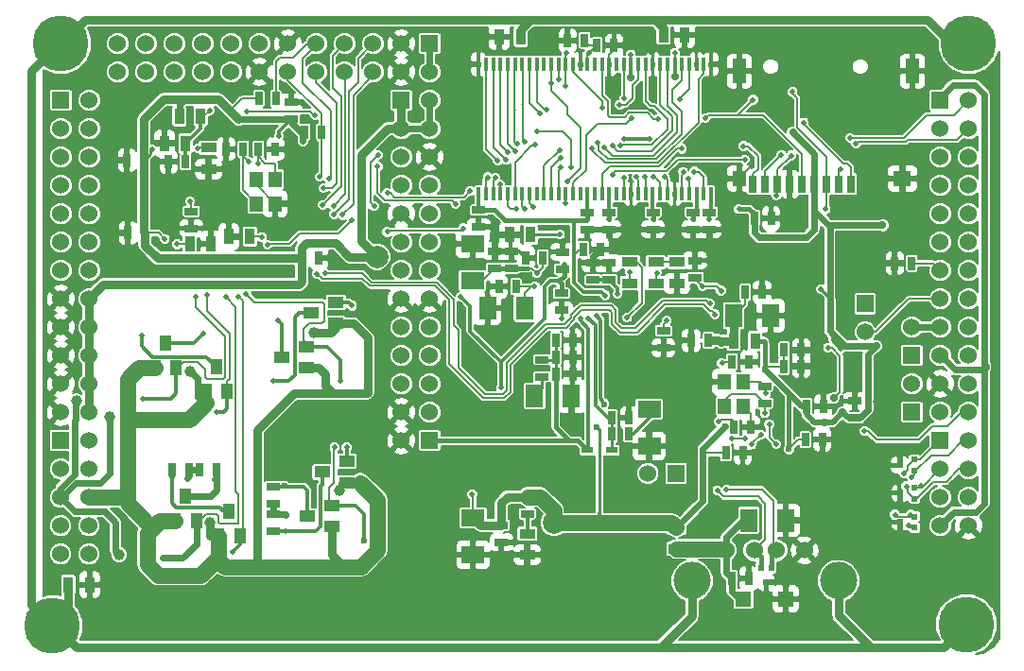
<source format=gbl>
G04 (created by PCBNEW-RS274X (2011-05-31)-stable) date Fri 24 Feb 2012 05:38:00 PM COT*
G01*
G70*
G90*
%MOIN*%
G04 Gerber Fmt 3.4, Leading zero omitted, Abs format*
%FSLAX34Y34*%
G04 APERTURE LIST*
%ADD10C,0.006000*%
%ADD11C,0.196900*%
%ADD12R,0.055100X0.055100*%
%ADD13R,0.039300X0.023600*%
%ADD14R,0.026000X0.062000*%
%ADD15R,0.062000X0.054000*%
%ADD16R,0.046000X0.086000*%
%ADD17R,0.046000X0.054000*%
%ADD18R,0.055000X0.035000*%
%ADD19R,0.025000X0.045000*%
%ADD20R,0.045000X0.025000*%
%ADD21R,0.060000X0.060000*%
%ADD22C,0.060000*%
%ADD23R,0.060000X0.080000*%
%ADD24R,0.080000X0.060000*%
%ADD25R,0.035000X0.055000*%
%ADD26R,0.023600X0.019600*%
%ADD27R,0.019600X0.023600*%
%ADD28R,0.012600X0.046000*%
%ADD29R,0.047200X0.055100*%
%ADD30R,0.039300X0.055100*%
%ADD31R,0.055100X0.039300*%
%ADD32C,0.131000*%
%ADD33C,0.019700*%
%ADD34C,0.023600*%
%ADD35C,0.039400*%
%ADD36C,0.027600*%
%ADD37C,0.078700*%
%ADD38C,0.005900*%
%ADD39C,0.007900*%
%ADD40C,0.011800*%
%ADD41C,0.023600*%
%ADD42C,0.031500*%
%ADD43C,0.055100*%
%ADD44C,0.015700*%
%ADD45C,0.011400*%
%ADD46C,0.019700*%
G04 APERTURE END LIST*
G54D10*
G54D11*
X66425Y-54988D03*
X34500Y-34500D03*
X34197Y-55031D03*
X66500Y-34499D03*
G54D12*
X60055Y-54079D03*
X58559Y-54079D03*
G54D13*
X53059Y-48839D03*
X53925Y-48839D03*
G54D14*
X62356Y-39449D03*
X61926Y-39449D03*
X61496Y-39449D03*
X61056Y-39449D03*
X60626Y-39449D03*
X60196Y-39449D03*
X59756Y-39449D03*
X59326Y-39449D03*
X58896Y-39449D03*
G54D15*
X64166Y-39249D03*
G54D16*
X64526Y-35469D03*
X58426Y-35469D03*
G54D17*
X58416Y-39249D03*
G54D18*
X54563Y-42192D03*
X54563Y-42942D03*
G54D19*
X64493Y-42244D03*
X63893Y-42244D03*
G54D20*
X62496Y-47706D03*
X62496Y-47106D03*
G54D21*
X65500Y-36500D03*
G54D22*
X66500Y-36500D03*
X65500Y-37500D03*
X66500Y-37500D03*
X65500Y-38500D03*
X66500Y-38500D03*
X65500Y-39500D03*
X66500Y-39500D03*
X65500Y-40500D03*
X66500Y-40500D03*
X65500Y-41500D03*
X66500Y-41500D03*
X65500Y-42500D03*
X66500Y-42500D03*
X65500Y-43500D03*
X66500Y-43500D03*
X65500Y-44500D03*
X66500Y-44500D03*
X65500Y-45500D03*
X66500Y-45500D03*
X65500Y-46500D03*
X66500Y-46500D03*
X65500Y-47500D03*
X66500Y-47500D03*
G54D23*
X51200Y-46921D03*
X52500Y-46921D03*
G54D24*
X55236Y-47385D03*
X55236Y-48685D03*
G54D23*
X50839Y-43835D03*
X49539Y-43835D03*
G54D24*
X49008Y-42867D03*
X49008Y-41567D03*
G54D19*
X53401Y-34567D03*
X54001Y-34567D03*
X52957Y-34390D03*
X52357Y-34390D03*
G54D20*
X49228Y-40369D03*
X49228Y-40969D03*
X56791Y-40452D03*
X56791Y-41052D03*
X57366Y-40452D03*
X57366Y-41052D03*
X53055Y-40448D03*
X53055Y-41048D03*
X53835Y-40448D03*
X53835Y-41048D03*
X55378Y-40452D03*
X55378Y-41052D03*
X55740Y-44625D03*
X55740Y-45225D03*
G54D19*
X50536Y-43067D03*
X49936Y-43067D03*
G54D20*
X50024Y-51480D03*
X50024Y-52080D03*
X50945Y-50480D03*
X50945Y-51080D03*
X51453Y-45642D03*
X51453Y-46242D03*
G54D19*
X51936Y-44961D03*
X52536Y-44961D03*
X51944Y-45556D03*
X52544Y-45556D03*
X51944Y-46143D03*
X52544Y-46143D03*
X53928Y-48272D03*
X54528Y-48272D03*
X53928Y-47697D03*
X54528Y-47697D03*
X58936Y-40657D03*
X59536Y-40657D03*
G54D20*
X52185Y-42446D03*
X52185Y-41846D03*
X53831Y-42831D03*
X53831Y-42231D03*
X53264Y-42831D03*
X53264Y-42231D03*
X50373Y-42419D03*
X50373Y-41819D03*
G54D19*
X51489Y-42055D03*
X50889Y-42055D03*
G54D20*
X49799Y-42419D03*
X49799Y-41819D03*
X52146Y-43302D03*
X52146Y-43902D03*
G54D19*
X52913Y-41756D03*
X53513Y-41756D03*
G54D20*
X56854Y-42745D03*
X56854Y-42145D03*
G54D21*
X65500Y-48500D03*
G54D22*
X66500Y-48500D03*
X65500Y-49500D03*
X66500Y-49500D03*
X65500Y-50500D03*
X66500Y-50500D03*
X65500Y-51500D03*
X66500Y-51500D03*
G54D21*
X64500Y-47500D03*
G54D22*
X64500Y-46500D03*
G54D21*
X64500Y-45500D03*
G54D22*
X64500Y-44500D03*
G54D21*
X47500Y-48500D03*
G54D22*
X46500Y-48500D03*
G54D21*
X62851Y-43673D03*
G54D22*
X62851Y-44673D03*
G54D23*
X58212Y-44091D03*
X59512Y-44091D03*
G54D20*
X59311Y-46586D03*
X59311Y-47186D03*
G54D19*
X58765Y-45717D03*
X58165Y-45717D03*
X57940Y-48929D03*
X58540Y-48929D03*
X60779Y-47287D03*
X61379Y-47287D03*
X59999Y-45307D03*
X60599Y-45307D03*
X60747Y-48469D03*
X61347Y-48469D03*
X59999Y-45878D03*
X60599Y-45878D03*
X57320Y-44969D03*
X56720Y-44969D03*
X58228Y-48031D03*
X58828Y-48031D03*
X58621Y-43264D03*
X59221Y-43264D03*
G54D21*
X46500Y-36500D03*
G54D22*
X47500Y-36500D03*
X46500Y-37500D03*
X47500Y-37500D03*
X46500Y-38500D03*
X47500Y-38500D03*
X46500Y-39500D03*
X47500Y-39500D03*
X46500Y-40500D03*
X47500Y-40500D03*
X46500Y-41500D03*
X47500Y-41500D03*
X46500Y-42500D03*
X47500Y-42500D03*
X46500Y-43500D03*
X47500Y-43500D03*
X46500Y-44500D03*
X47500Y-44500D03*
X46500Y-45500D03*
X47500Y-45500D03*
X46500Y-46500D03*
X47500Y-46500D03*
X46500Y-47500D03*
X47500Y-47500D03*
G54D19*
X58149Y-53358D03*
X58749Y-53358D03*
G54D18*
X56197Y-51574D03*
X56197Y-52324D03*
X56224Y-42946D03*
X56224Y-42196D03*
G54D25*
X58219Y-44988D03*
X58969Y-44988D03*
G54D18*
X55472Y-42946D03*
X55472Y-42196D03*
G54D23*
X58748Y-51311D03*
X60048Y-51311D03*
G54D26*
X64590Y-49166D03*
X64590Y-49558D03*
X64080Y-49362D03*
G54D27*
X59170Y-52985D03*
X59562Y-52985D03*
X59366Y-53495D03*
G54D26*
X64594Y-51178D03*
X64594Y-51570D03*
X64084Y-51374D03*
X64594Y-50158D03*
X64594Y-50550D03*
X64084Y-50354D03*
G54D28*
X57416Y-39800D03*
X57416Y-35220D03*
X57160Y-39800D03*
X57160Y-35220D03*
X56904Y-39800D03*
X56904Y-35220D03*
X56648Y-39800D03*
X56648Y-35220D03*
X56392Y-39800D03*
X56392Y-35220D03*
X56136Y-39800D03*
X56136Y-35220D03*
X55880Y-39800D03*
X55880Y-35220D03*
X55624Y-39800D03*
X55624Y-35220D03*
X55368Y-39800D03*
X55368Y-35220D03*
X55112Y-39800D03*
X55112Y-35220D03*
X54856Y-39800D03*
X54856Y-35220D03*
X54600Y-39800D03*
X54600Y-35220D03*
X54344Y-39800D03*
X54344Y-35220D03*
X54088Y-39800D03*
X54088Y-35220D03*
X53832Y-39800D03*
X53832Y-35220D03*
X53576Y-39800D03*
X53576Y-35220D03*
X53320Y-39800D03*
X53320Y-35220D03*
X53064Y-39800D03*
X53064Y-35220D03*
X52808Y-39800D03*
X52808Y-35220D03*
X52552Y-39800D03*
X52552Y-35220D03*
X52296Y-39800D03*
X52296Y-35220D03*
X52040Y-39800D03*
X52040Y-35220D03*
X51784Y-39800D03*
X51784Y-35220D03*
X51528Y-39800D03*
X51528Y-35220D03*
X51272Y-39800D03*
X51272Y-35220D03*
X51016Y-39800D03*
X51016Y-35220D03*
X50760Y-39800D03*
X50760Y-35220D03*
X50504Y-39800D03*
X50504Y-35220D03*
X50248Y-39800D03*
X50248Y-35220D03*
X49992Y-39800D03*
X49992Y-35220D03*
X49736Y-39800D03*
X49736Y-35220D03*
X49480Y-39800D03*
X49480Y-35220D03*
X49224Y-39800D03*
X49224Y-35220D03*
G54D29*
X57898Y-47299D03*
X57898Y-46433D03*
X58567Y-46433D03*
X58567Y-47299D03*
G54D18*
X50938Y-51779D03*
X50938Y-52529D03*
G54D25*
X51064Y-41240D03*
X50314Y-41240D03*
G54D21*
X56193Y-49654D03*
G54D22*
X55193Y-49654D03*
G54D25*
X50710Y-34260D03*
X49960Y-34260D03*
X34763Y-53579D03*
X35513Y-53579D03*
X55743Y-34181D03*
X56493Y-34181D03*
X38673Y-37070D03*
X39423Y-37070D03*
G54D18*
X39705Y-38914D03*
X39705Y-38164D03*
G54D25*
X38895Y-38011D03*
X38145Y-38011D03*
G54D19*
X40919Y-38216D03*
X40319Y-38216D03*
X41457Y-38216D03*
X42057Y-38216D03*
X38891Y-38665D03*
X38291Y-38665D03*
X42996Y-42066D03*
X43596Y-42066D03*
X37423Y-38610D03*
X36823Y-38610D03*
X37458Y-41173D03*
X36858Y-41173D03*
G54D20*
X39095Y-41012D03*
X39095Y-40412D03*
G54D19*
X43688Y-37609D03*
X43088Y-37609D03*
G54D24*
X49032Y-51232D03*
X49032Y-52532D03*
G54D21*
X34500Y-36500D03*
G54D22*
X35500Y-36500D03*
X34500Y-37500D03*
X35500Y-37500D03*
X34500Y-38500D03*
X35500Y-38500D03*
X34500Y-39500D03*
X35500Y-39500D03*
X34500Y-40500D03*
X35500Y-40500D03*
X34500Y-41500D03*
X35500Y-41500D03*
X34500Y-42500D03*
X35500Y-42500D03*
X34500Y-43500D03*
X35500Y-43500D03*
X34500Y-44500D03*
X35500Y-44500D03*
X34500Y-45500D03*
X35500Y-45500D03*
X34500Y-46500D03*
X35500Y-46500D03*
X34500Y-47500D03*
X35500Y-47500D03*
G54D21*
X47500Y-34500D03*
G54D22*
X47500Y-35500D03*
X46500Y-34500D03*
X46500Y-35500D03*
X45500Y-34500D03*
X45500Y-35500D03*
X44500Y-34500D03*
X44500Y-35500D03*
X43500Y-34500D03*
X43500Y-35500D03*
X42500Y-34500D03*
X42500Y-35500D03*
X41500Y-34500D03*
X41500Y-35500D03*
X40500Y-34500D03*
X40500Y-35500D03*
X39500Y-34500D03*
X39500Y-35500D03*
X38500Y-34500D03*
X38500Y-35500D03*
X37500Y-34500D03*
X37500Y-35500D03*
X36500Y-34500D03*
X36500Y-35500D03*
G54D20*
X42615Y-37170D03*
X42615Y-36570D03*
G54D19*
X39393Y-49510D03*
X39993Y-49510D03*
X39012Y-49514D03*
X38412Y-49514D03*
G54D30*
X39272Y-51309D03*
X38524Y-51309D03*
X38898Y-50443D03*
X40803Y-51856D03*
X40055Y-51856D03*
X40429Y-50990D03*
G54D20*
X42000Y-51107D03*
X42000Y-51707D03*
X42000Y-50719D03*
X42000Y-50119D03*
G54D31*
X44571Y-49234D03*
X44571Y-49982D03*
X43705Y-49608D03*
X44063Y-50781D03*
X44063Y-51529D03*
X43197Y-51155D03*
G54D30*
X38561Y-45939D03*
X37813Y-45939D03*
X38187Y-45073D03*
X40363Y-46771D03*
X39615Y-46771D03*
X39989Y-45905D03*
G54D31*
X44195Y-43626D03*
X44195Y-44374D03*
X43329Y-44000D03*
X43148Y-45177D03*
X43148Y-45925D03*
X42282Y-45551D03*
G54D19*
X42074Y-36436D03*
X41474Y-36436D03*
G54D21*
X34490Y-48499D03*
G54D22*
X35490Y-48499D03*
X34490Y-49499D03*
X35490Y-49499D03*
X34490Y-50499D03*
X35490Y-50499D03*
X34490Y-51499D03*
X35490Y-51499D03*
X34490Y-52499D03*
X35490Y-52499D03*
G54D29*
X42057Y-39278D03*
X42057Y-40144D03*
X41388Y-40144D03*
X41388Y-39278D03*
G54D22*
X59729Y-52371D03*
X58941Y-52371D03*
X60713Y-52371D03*
G54D32*
X61920Y-53441D03*
X56750Y-53441D03*
G54D22*
X57957Y-52371D03*
G54D25*
X39047Y-41551D03*
X39797Y-41551D03*
X41159Y-41307D03*
X40409Y-41307D03*
G54D33*
X50557Y-40328D03*
X49978Y-39462D03*
X51220Y-38071D03*
X51378Y-36969D03*
X49827Y-39240D03*
X49551Y-39213D03*
X49902Y-38622D03*
X50197Y-38602D03*
X50236Y-38327D03*
X50531Y-38307D03*
X50846Y-37972D03*
X51157Y-40264D03*
X50864Y-40325D03*
X52118Y-38850D03*
X52067Y-35768D03*
X56828Y-39014D03*
X56610Y-39270D03*
X54217Y-38083D03*
X53665Y-38154D03*
X53406Y-37976D03*
X53228Y-38181D03*
X56438Y-39025D03*
X55791Y-39193D03*
X54799Y-39193D03*
X54350Y-39230D03*
X56390Y-38205D03*
X52108Y-38521D03*
X39060Y-40051D03*
X40756Y-43421D03*
X40547Y-52431D03*
X44569Y-48735D03*
X39646Y-43366D03*
X39989Y-47492D03*
X44762Y-43740D03*
X40311Y-43441D03*
X38071Y-52624D03*
X44142Y-48740D03*
G54D34*
X45201Y-52033D03*
G54D33*
X39268Y-43413D03*
X37380Y-47022D03*
X41031Y-43323D03*
X44352Y-46405D03*
X43730Y-40188D03*
X44105Y-40213D03*
X43757Y-39594D03*
X44430Y-40538D03*
X44130Y-40513D03*
G54D35*
X43421Y-44689D03*
X39760Y-51402D03*
X44307Y-50264D03*
X39039Y-46051D03*
G54D33*
X43955Y-39263D03*
X45664Y-38837D03*
X48412Y-40148D03*
X43627Y-39196D03*
X46005Y-41138D03*
X48680Y-41013D03*
X41780Y-41588D03*
X44755Y-40713D03*
X39753Y-36850D03*
G54D35*
X35067Y-47106D03*
X36217Y-47665D03*
X36555Y-52524D03*
G54D33*
X38937Y-49813D03*
G54D34*
X42421Y-51112D03*
G54D33*
X57685Y-47827D03*
G54D36*
X57783Y-45051D03*
G54D33*
X58858Y-48634D03*
X59177Y-48287D03*
X58142Y-48421D03*
X58630Y-48429D03*
X59713Y-48630D03*
X59472Y-47921D03*
X64230Y-49663D03*
X64455Y-51113D03*
X63905Y-51113D03*
X64380Y-51488D03*
X64480Y-49788D03*
X64305Y-50113D03*
X59311Y-47535D03*
X59362Y-46831D03*
X43809Y-42601D03*
X57380Y-43663D03*
X43518Y-42609D03*
X57560Y-44043D03*
X62001Y-38910D03*
X51627Y-36836D03*
X50571Y-38031D03*
X52088Y-38242D03*
X52339Y-39366D03*
X51772Y-35886D03*
X52283Y-35984D03*
X52323Y-34823D03*
X53941Y-38106D03*
X56319Y-36457D03*
X55394Y-39177D03*
X55088Y-39183D03*
X54358Y-36441D03*
X54197Y-36650D03*
X54616Y-37136D03*
X53602Y-36752D03*
X55561Y-37145D03*
X52297Y-40116D03*
X46005Y-39763D03*
X48930Y-39688D03*
X45675Y-38432D03*
X45538Y-40227D03*
X59724Y-39862D03*
X60236Y-38445D03*
X59331Y-39646D03*
X59902Y-38425D03*
X60689Y-37283D03*
X62362Y-39370D03*
X62532Y-38024D03*
X43455Y-37013D03*
X41055Y-36888D03*
X58607Y-38590D03*
X53938Y-39110D03*
X51276Y-37583D03*
X52489Y-38858D03*
X62327Y-37823D03*
X58563Y-38110D03*
X61461Y-40327D03*
X60295Y-36201D03*
X58898Y-36476D03*
X57224Y-37126D03*
X54461Y-44165D03*
G54D36*
X61755Y-46988D03*
G54D33*
X61543Y-45220D03*
X62830Y-48163D03*
X64805Y-50088D03*
X55504Y-42591D03*
G54D37*
X45642Y-42012D03*
G54D33*
X37705Y-38238D03*
X42180Y-37763D03*
X43030Y-37938D03*
X42528Y-42066D03*
X38162Y-41385D03*
X43047Y-36665D03*
G54D34*
X41727Y-40975D03*
G54D36*
X63405Y-45488D03*
G54D33*
X43902Y-42066D03*
X45005Y-37963D03*
X58386Y-38394D03*
G54D34*
X52635Y-47894D03*
G54D33*
X43469Y-38417D03*
X60737Y-49457D03*
X48602Y-44075D03*
X56909Y-37854D03*
X57205Y-35787D03*
X55642Y-46858D03*
G54D36*
X63134Y-34370D03*
G54D33*
X52165Y-44185D03*
X54638Y-36717D03*
X60094Y-44807D03*
X61220Y-45492D03*
X59650Y-43146D03*
G54D36*
X57299Y-34677D03*
X51673Y-34587D03*
G54D33*
X54764Y-43339D03*
X53705Y-44091D03*
X53776Y-46126D03*
X55134Y-45031D03*
X55748Y-43350D03*
X56843Y-44488D03*
X62028Y-43736D03*
X61110Y-44705D03*
X60512Y-49169D03*
X60701Y-47878D03*
X63232Y-47134D03*
X55295Y-34803D03*
X58429Y-34358D03*
X54555Y-42563D03*
X53130Y-34823D03*
X57642Y-50252D03*
X57803Y-45768D03*
X57965Y-50240D03*
X37352Y-44798D03*
X42163Y-44259D03*
X41982Y-46401D03*
X42405Y-51679D03*
X38413Y-49801D03*
X39514Y-44732D03*
G54D34*
X42402Y-50108D03*
G54D33*
X41120Y-38668D03*
X41575Y-41315D03*
X39327Y-38185D03*
X39913Y-49872D03*
X38595Y-41571D03*
X41463Y-38711D03*
X53098Y-44185D03*
X53390Y-44091D03*
G54D34*
X53394Y-48035D03*
X53642Y-47209D03*
G54D37*
X51881Y-51398D03*
G54D33*
X49000Y-50394D03*
G54D34*
X57925Y-47988D03*
G54D33*
X54122Y-43327D03*
X51201Y-43051D03*
X51276Y-42594D03*
X57114Y-43051D03*
X57772Y-43209D03*
G54D36*
X63237Y-45161D03*
G54D33*
X48599Y-43425D03*
X50016Y-46630D03*
G54D36*
X60303Y-37630D03*
X61417Y-47858D03*
G54D34*
X59319Y-45992D03*
X60165Y-48803D03*
G54D36*
X62063Y-47508D03*
G54D33*
X61299Y-43161D03*
X61984Y-45252D03*
X52094Y-41228D03*
G54D36*
X63465Y-40902D03*
G54D33*
X58406Y-40335D03*
X52244Y-42283D03*
X52047Y-42874D03*
X54587Y-34882D03*
X56142Y-34823D03*
X53693Y-43378D03*
X53051Y-40701D03*
X53831Y-40701D03*
X55382Y-40705D03*
X57366Y-40705D03*
X56791Y-40705D03*
G54D36*
X56146Y-35669D03*
X54591Y-35685D03*
G54D33*
X54346Y-37846D03*
X55244Y-37846D03*
X52824Y-44189D03*
X55858Y-44268D03*
G54D38*
X50557Y-40328D02*
X50352Y-40328D01*
X50248Y-40224D02*
X50248Y-39800D01*
X50352Y-40328D02*
X50248Y-40224D01*
X49992Y-39800D02*
X49992Y-39476D01*
X49992Y-39476D02*
X49978Y-39462D01*
G54D39*
X50504Y-38689D02*
X50504Y-39800D01*
X51102Y-38091D02*
X50504Y-38689D01*
X51200Y-38091D02*
X51102Y-38091D01*
X51220Y-38071D02*
X51200Y-38091D01*
G54D38*
X51016Y-36607D02*
X51378Y-36969D01*
X51016Y-35220D02*
X51016Y-36607D01*
G54D39*
X49736Y-39800D02*
X49736Y-39331D01*
X49736Y-39331D02*
X49827Y-39240D01*
X49481Y-39283D02*
X49481Y-39420D01*
X49481Y-39420D02*
X49481Y-39799D01*
G54D38*
X49551Y-39213D02*
X49481Y-39283D01*
G54D39*
X49481Y-39799D02*
X49480Y-39800D01*
X49498Y-36535D02*
X49498Y-38218D01*
X49498Y-38218D02*
X49902Y-38622D01*
X49498Y-36549D02*
X49498Y-36535D01*
X49498Y-36535D02*
X49498Y-35238D01*
X49498Y-35238D02*
X49480Y-35220D01*
G54D38*
X49498Y-36549D02*
X49481Y-36532D01*
G54D39*
X49738Y-36732D02*
X49738Y-38143D01*
X49738Y-38143D02*
X50197Y-38602D01*
X49738Y-36754D02*
X49738Y-36732D01*
X49738Y-36732D02*
X49738Y-35222D01*
X49738Y-35222D02*
X49736Y-35220D01*
G54D38*
X49737Y-36753D02*
X49738Y-36754D01*
G54D39*
X49978Y-36549D02*
X49978Y-38069D01*
X49978Y-38069D02*
X50236Y-38327D01*
X49978Y-36549D02*
X49978Y-35234D01*
X49978Y-35234D02*
X49992Y-35220D01*
G54D38*
X49978Y-36549D02*
X49993Y-36534D01*
G54D39*
X50246Y-36974D02*
X50246Y-38022D01*
X50246Y-38022D02*
X50531Y-38307D01*
X50246Y-36974D02*
X50246Y-35222D01*
X50246Y-35222D02*
X50248Y-35220D01*
G54D38*
X50249Y-36971D02*
X50246Y-36974D01*
G54D39*
X50773Y-36628D02*
X50773Y-37899D01*
X50773Y-37899D02*
X50846Y-37972D01*
X50773Y-36628D02*
X50773Y-35233D01*
X50773Y-35233D02*
X50760Y-35220D01*
G54D38*
X50761Y-36616D02*
X50773Y-36628D01*
X51016Y-40123D02*
X51016Y-39800D01*
X51157Y-40264D02*
X51016Y-40123D01*
X50760Y-39800D02*
X50760Y-40221D01*
X50760Y-40221D02*
X50864Y-40325D01*
G54D39*
X52118Y-38850D02*
X52118Y-38872D01*
X52040Y-38950D02*
X52040Y-39800D01*
X52118Y-38872D02*
X52040Y-38950D01*
X52040Y-35220D02*
X52040Y-35760D01*
X52048Y-35768D02*
X52067Y-35768D01*
X52040Y-35760D02*
X52048Y-35768D01*
X56828Y-39014D02*
X56974Y-39014D01*
X57160Y-39200D02*
X57160Y-39800D01*
X56974Y-39014D02*
X57160Y-39200D01*
G54D38*
X56648Y-39308D02*
X56648Y-39800D01*
X56610Y-39270D02*
X56648Y-39308D01*
X55110Y-36518D02*
X55110Y-35222D01*
X55872Y-37152D02*
X55413Y-36693D01*
X55413Y-36693D02*
X55285Y-36693D01*
X55285Y-36693D02*
X55110Y-36518D01*
X55872Y-37526D02*
X55872Y-37152D01*
X55110Y-35222D02*
X55112Y-35220D01*
X55331Y-38067D02*
X55872Y-37526D01*
X54233Y-38067D02*
X55331Y-38067D01*
X54217Y-38083D02*
X54233Y-38067D01*
X55872Y-37526D02*
X55875Y-37523D01*
X53959Y-38448D02*
X53665Y-38154D01*
X55877Y-35223D02*
X55881Y-35219D01*
X55881Y-35219D02*
X55880Y-35220D01*
X53959Y-38448D02*
X55394Y-38448D01*
X56218Y-37018D02*
X55877Y-36677D01*
X56218Y-37624D02*
X56218Y-37018D01*
X55394Y-38448D02*
X56218Y-37624D01*
X55877Y-36677D02*
X55877Y-35223D01*
G54D39*
X56374Y-37693D02*
X56374Y-36886D01*
G54D38*
X55496Y-38571D02*
X56374Y-37693D01*
X53772Y-38571D02*
X55496Y-38571D01*
X53445Y-38244D02*
X53772Y-38571D01*
X53445Y-38015D02*
X53445Y-38244D01*
X53406Y-37976D02*
X53445Y-38015D01*
G54D39*
X56392Y-35793D02*
X56392Y-35220D01*
X56063Y-36122D02*
X56392Y-35793D01*
X56063Y-36575D02*
X56063Y-36122D01*
X56374Y-36886D02*
X56063Y-36575D01*
G54D38*
X56374Y-35238D02*
X56392Y-35220D01*
X57110Y-35604D02*
X57113Y-35604D01*
X56969Y-35745D02*
X57110Y-35604D01*
X53228Y-38181D02*
X53228Y-38255D01*
X56969Y-37282D02*
X56969Y-36054D01*
X55554Y-38697D02*
X56969Y-37282D01*
X53670Y-38697D02*
X55554Y-38697D01*
X53228Y-38255D02*
X53670Y-38697D01*
X56969Y-36054D02*
X56969Y-35745D01*
X57160Y-35557D02*
X57160Y-35220D01*
X57113Y-35604D02*
X57160Y-35557D01*
X57157Y-35223D02*
X57160Y-35220D01*
X56392Y-39800D02*
X56392Y-39128D01*
G54D39*
X56438Y-39082D02*
X56392Y-39128D01*
X56438Y-39025D02*
X56438Y-39082D01*
X55791Y-39193D02*
X55793Y-39193D01*
X55880Y-39280D02*
X55880Y-39800D01*
X55793Y-39193D02*
X55880Y-39280D01*
X54799Y-39193D02*
X54799Y-39249D01*
X54856Y-39306D02*
X54856Y-39800D01*
X54799Y-39249D02*
X54856Y-39306D01*
X54840Y-39784D02*
X54856Y-39800D01*
G54D38*
X54344Y-39236D02*
X54344Y-39800D01*
X54350Y-39230D02*
X54344Y-39236D01*
X56390Y-38205D02*
X56218Y-38205D01*
X53576Y-39097D02*
X53576Y-39800D01*
X53851Y-38822D02*
X53576Y-39097D01*
X55601Y-38822D02*
X53851Y-38822D01*
X56218Y-38205D02*
X55601Y-38822D01*
G54D39*
X51784Y-39800D02*
X51784Y-38845D01*
X51784Y-38845D02*
X52108Y-38521D01*
G54D38*
X39095Y-40412D02*
X39095Y-40086D01*
X39095Y-40086D02*
X39060Y-40051D01*
G54D39*
X40803Y-51856D02*
X40803Y-51823D01*
X40906Y-43571D02*
X40756Y-43421D01*
X40906Y-51720D02*
X40906Y-43571D01*
X40803Y-51823D02*
X40906Y-51720D01*
G54D40*
X40547Y-52431D02*
X40803Y-52175D01*
X40803Y-52175D02*
X40803Y-51856D01*
X44571Y-48737D02*
X44571Y-49234D01*
X44569Y-48735D02*
X44571Y-48737D01*
G54D39*
X40363Y-46771D02*
X40363Y-46404D01*
X39646Y-43922D02*
X39646Y-43366D01*
X40436Y-44712D02*
X39646Y-43922D01*
X40436Y-46331D02*
X40436Y-44712D01*
X40363Y-46404D02*
X40436Y-46331D01*
G54D40*
X40363Y-46771D02*
X40363Y-47371D01*
X40242Y-47492D02*
X39989Y-47492D01*
X40363Y-47371D02*
X40242Y-47492D01*
X44195Y-43626D02*
X44636Y-43626D01*
X44750Y-43740D02*
X44762Y-43740D01*
X44636Y-43626D02*
X44750Y-43740D01*
G54D39*
X39272Y-51309D02*
X39392Y-51309D01*
X40665Y-43795D02*
X40311Y-43441D01*
X40665Y-50307D02*
X40665Y-43795D01*
X40748Y-50390D02*
X40665Y-50307D01*
X40748Y-51421D02*
X40748Y-50390D01*
X40752Y-51425D02*
X40748Y-51421D01*
X40103Y-51425D02*
X40752Y-51425D01*
X40063Y-51385D02*
X40103Y-51425D01*
X40063Y-51170D02*
X40063Y-51385D01*
X39976Y-51083D02*
X40063Y-51170D01*
X39618Y-51083D02*
X39976Y-51083D01*
X39392Y-51309D02*
X39618Y-51083D01*
G54D41*
X39272Y-51309D02*
X39272Y-52147D01*
X39272Y-52147D02*
X38795Y-52624D01*
X38795Y-52624D02*
X38071Y-52624D01*
G54D39*
X44142Y-48740D02*
X44134Y-48748D01*
X44134Y-48748D02*
X44134Y-49977D01*
X44134Y-49977D02*
X43945Y-50166D01*
X43945Y-50166D02*
X43945Y-50663D01*
X43945Y-50663D02*
X44063Y-50781D01*
G54D40*
X44063Y-50781D02*
X44882Y-50781D01*
X45201Y-51100D02*
X45201Y-52033D01*
X44882Y-50781D02*
X45201Y-51100D01*
G54D39*
X38561Y-45939D02*
X38600Y-45939D01*
X39268Y-43784D02*
X39268Y-43413D01*
X40295Y-44811D02*
X39268Y-43784D01*
X40295Y-46249D02*
X40295Y-44811D01*
X40205Y-46339D02*
X40295Y-46249D01*
X39662Y-46339D02*
X40205Y-46339D01*
X39575Y-46252D02*
X39662Y-46339D01*
X39575Y-45984D02*
X39575Y-46252D01*
X39319Y-45728D02*
X39575Y-45984D01*
X38811Y-45728D02*
X39319Y-45728D01*
X38600Y-45939D02*
X38811Y-45728D01*
G54D40*
X38561Y-45939D02*
X38561Y-46836D01*
X38375Y-47022D02*
X37380Y-47022D01*
X38561Y-46836D02*
X38375Y-47022D01*
G54D39*
X43148Y-45177D02*
X43148Y-45053D01*
X41326Y-43618D02*
X41031Y-43323D01*
X43716Y-43618D02*
X41326Y-43618D01*
X43783Y-43685D02*
X43716Y-43618D01*
X43783Y-44277D02*
X43783Y-43685D01*
X43686Y-44374D02*
X43783Y-44277D01*
X43241Y-44374D02*
X43686Y-44374D01*
X43067Y-44548D02*
X43241Y-44374D01*
X43067Y-44972D02*
X43067Y-44548D01*
X43148Y-45053D02*
X43067Y-44972D01*
G54D40*
X43148Y-45177D02*
X43877Y-45177D01*
X44352Y-45652D02*
X44352Y-46405D01*
X43877Y-45177D02*
X44352Y-45652D01*
G54D38*
X44080Y-34920D02*
X44500Y-34500D01*
X44080Y-36063D02*
X44080Y-34920D01*
X44380Y-36363D02*
X44080Y-36063D01*
X44380Y-39538D02*
X44380Y-36363D01*
X43730Y-40188D02*
X44380Y-39538D01*
X44530Y-35530D02*
X44500Y-35500D01*
X44530Y-39788D02*
X44530Y-35530D01*
X44105Y-40213D02*
X44530Y-39788D01*
X44234Y-38663D02*
X44234Y-36592D01*
X44184Y-39463D02*
X44234Y-39413D01*
X44234Y-39413D02*
X44234Y-38663D01*
X44032Y-39598D02*
X44045Y-39598D01*
X43761Y-39598D02*
X44032Y-39598D01*
X43757Y-39594D02*
X43761Y-39598D01*
X44045Y-39598D02*
X44180Y-39463D01*
X44180Y-39463D02*
X44184Y-39463D01*
X43500Y-35858D02*
X43500Y-35500D01*
X44234Y-36592D02*
X43500Y-35858D01*
X45500Y-35500D02*
X45500Y-35618D01*
X44805Y-40163D02*
X44430Y-40538D01*
X44805Y-36313D02*
X44805Y-40163D01*
X45500Y-35618D02*
X44805Y-36313D01*
X44980Y-35020D02*
X45500Y-34500D01*
X44980Y-35863D02*
X44980Y-35020D01*
X44655Y-36188D02*
X44980Y-35863D01*
X44655Y-39988D02*
X44655Y-36188D01*
X44130Y-40513D02*
X44655Y-39988D01*
G54D42*
X44074Y-46818D02*
X42718Y-46818D01*
X41417Y-48119D02*
X41417Y-52944D01*
X42718Y-46818D02*
X41417Y-48119D01*
X44195Y-44374D02*
X44195Y-44517D01*
X44023Y-44689D02*
X43421Y-44689D01*
X44195Y-44517D02*
X44023Y-44689D01*
X40055Y-51856D02*
X39762Y-51856D01*
X39760Y-51854D02*
X39760Y-51402D01*
X39762Y-51856D02*
X39760Y-51854D01*
G54D43*
X35490Y-50499D02*
X36134Y-50499D01*
X36134Y-50499D02*
X36644Y-50499D01*
G54D42*
X36644Y-50499D02*
X36841Y-50696D01*
X39615Y-46771D02*
X39615Y-47174D01*
G54D43*
X39026Y-47763D02*
X36841Y-47763D01*
X39615Y-47174D02*
X39026Y-47763D01*
X37813Y-45939D02*
X37239Y-45939D01*
X37239Y-45939D02*
X36841Y-46337D01*
X36841Y-46337D02*
X36841Y-47763D01*
G54D42*
X37454Y-51309D02*
X38524Y-51309D01*
G54D43*
X36841Y-47763D02*
X36841Y-50696D01*
X36841Y-50696D02*
X37454Y-51309D01*
G54D42*
X43148Y-45925D02*
X43601Y-45925D01*
X44811Y-44374D02*
X45305Y-44868D01*
X45305Y-44868D02*
X45305Y-46818D01*
X44195Y-44374D02*
X44811Y-44374D01*
X43601Y-45925D02*
X43829Y-46153D01*
X43829Y-46153D02*
X43829Y-46573D01*
X43829Y-46573D02*
X44074Y-46818D01*
X44074Y-46818D02*
X45305Y-46818D01*
X44063Y-51529D02*
X44063Y-52516D01*
X44063Y-52516D02*
X44491Y-52944D01*
G54D43*
X40055Y-51856D02*
X40055Y-52631D01*
X37991Y-51309D02*
X38524Y-51309D01*
X37538Y-51762D02*
X37991Y-51309D01*
X37538Y-52869D02*
X37538Y-51762D01*
X37927Y-53258D02*
X37538Y-52869D01*
X39428Y-53258D02*
X37927Y-53258D01*
X40055Y-52631D02*
X39428Y-53258D01*
G54D42*
X44571Y-49982D02*
X45049Y-49982D01*
X40055Y-52729D02*
X40055Y-51856D01*
G54D43*
X41417Y-52944D02*
X40270Y-52944D01*
X40270Y-52944D02*
X40055Y-52729D01*
X45080Y-52944D02*
X44491Y-52944D01*
X44491Y-52944D02*
X41417Y-52944D01*
X45668Y-52356D02*
X45080Y-52944D01*
X45668Y-50601D02*
X45668Y-52356D01*
X45049Y-49982D02*
X45668Y-50601D01*
G54D42*
X44866Y-49982D02*
X44571Y-49982D01*
G54D40*
X39615Y-46771D02*
X39506Y-46771D01*
X39506Y-46771D02*
X39330Y-46947D01*
G54D41*
X44571Y-49982D02*
X44389Y-49982D01*
X44389Y-49982D02*
X44307Y-50264D01*
X39330Y-46947D02*
X39330Y-46280D01*
X39330Y-46280D02*
X39039Y-46051D01*
G54D38*
X43500Y-34500D02*
X43182Y-34500D01*
X42074Y-35140D02*
X42074Y-36436D01*
X42215Y-34999D02*
X42074Y-35140D01*
X42683Y-34999D02*
X42215Y-34999D01*
X43182Y-34500D02*
X42683Y-34999D01*
X44005Y-38913D02*
X44005Y-39213D01*
X44005Y-39213D02*
X43955Y-39263D01*
X43500Y-34500D02*
X43500Y-34543D01*
X44005Y-36863D02*
X44005Y-38913D01*
X44005Y-38913D02*
X44005Y-38938D01*
X43030Y-35888D02*
X44005Y-36863D01*
X43030Y-35013D02*
X43030Y-35888D01*
X43500Y-34543D02*
X43030Y-35013D01*
X43688Y-37609D02*
X43688Y-38192D01*
X43688Y-38192D02*
X43680Y-38200D01*
X48302Y-40038D02*
X45927Y-40038D01*
X48412Y-40148D02*
X48302Y-40038D01*
X45644Y-39755D02*
X45927Y-40038D01*
X45644Y-38857D02*
X45644Y-39755D01*
X45664Y-38837D02*
X45644Y-38857D01*
X43627Y-39196D02*
X43627Y-39166D01*
X43627Y-39166D02*
X43680Y-39113D01*
X43680Y-39113D02*
X43680Y-38200D01*
X43680Y-38200D02*
X43680Y-36963D01*
X43680Y-36963D02*
X42500Y-35783D01*
X42500Y-35783D02*
X42500Y-35500D01*
X46055Y-41088D02*
X46005Y-41138D01*
X48605Y-41088D02*
X46055Y-41088D01*
X48680Y-41013D02*
X48605Y-41088D01*
X44275Y-41193D02*
X44755Y-40713D01*
X42925Y-41193D02*
X44275Y-41193D01*
X42555Y-41563D02*
X42925Y-41193D01*
X41805Y-41563D02*
X42555Y-41563D01*
X41780Y-41588D02*
X41805Y-41563D01*
X44755Y-40713D02*
X44755Y-40738D01*
G54D40*
X38895Y-38011D02*
X38895Y-38661D01*
X38895Y-38661D02*
X38891Y-38665D01*
X39423Y-37070D02*
X39423Y-37483D01*
X39423Y-37483D02*
X38895Y-38011D01*
G54D39*
X39533Y-37070D02*
X39423Y-37070D01*
X39753Y-36850D02*
X39533Y-37070D01*
G54D41*
X36217Y-47665D02*
X36217Y-49661D01*
X34521Y-50499D02*
X34490Y-50499D01*
X35028Y-49992D02*
X34521Y-50499D01*
X35886Y-49992D02*
X35028Y-49992D01*
X36217Y-49661D02*
X35886Y-49992D01*
X34490Y-50499D02*
X34490Y-50180D01*
X34490Y-50180D02*
X34972Y-49698D01*
X34972Y-49698D02*
X34972Y-47804D01*
X34972Y-47804D02*
X35004Y-47772D01*
X35004Y-47772D02*
X35004Y-47169D01*
X35004Y-47169D02*
X35067Y-47106D01*
X36217Y-47665D02*
X36228Y-47676D01*
X34999Y-51008D02*
X34490Y-50499D01*
X36051Y-51008D02*
X34999Y-51008D01*
X36425Y-51382D02*
X36051Y-51008D01*
X36425Y-52394D02*
X36425Y-51382D01*
X36555Y-52524D02*
X36425Y-52394D01*
X39393Y-49510D02*
X39016Y-49510D01*
X39016Y-49510D02*
X39012Y-49514D01*
X39012Y-49514D02*
X39012Y-49738D01*
X39012Y-49738D02*
X38937Y-49813D01*
X42000Y-50719D02*
X42000Y-51107D01*
X42000Y-51107D02*
X42416Y-51107D01*
X42416Y-51107D02*
X42421Y-51112D01*
G54D39*
X58177Y-47756D02*
X58177Y-47980D01*
X58177Y-47980D02*
X58228Y-48031D01*
X58083Y-47756D02*
X58177Y-47756D01*
X58177Y-47756D02*
X58170Y-47756D01*
X58083Y-47756D02*
X57756Y-47756D01*
X57756Y-47756D02*
X57685Y-47827D01*
X58621Y-43264D02*
X58621Y-43682D01*
X58621Y-43682D02*
X58212Y-44091D01*
G54D42*
X58212Y-44091D02*
X58212Y-44981D01*
G54D39*
X58212Y-44981D02*
X58219Y-44988D01*
G54D42*
X57320Y-44969D02*
X57701Y-44969D01*
G54D39*
X57701Y-44969D02*
X57783Y-45051D01*
G54D42*
X58219Y-44988D02*
X57846Y-44988D01*
G54D44*
X57846Y-44988D02*
X57783Y-45051D01*
G54D39*
X58858Y-48606D02*
X58858Y-48634D01*
X59177Y-48287D02*
X58858Y-48606D01*
G54D38*
X58622Y-48421D02*
X58142Y-48421D01*
X58630Y-48429D02*
X58622Y-48421D01*
X59472Y-48389D02*
X59472Y-47921D01*
X59713Y-48630D02*
X59472Y-48389D01*
X64355Y-49401D02*
X64590Y-49166D01*
X64355Y-49538D02*
X64355Y-49401D01*
X64230Y-49663D02*
X64355Y-49538D01*
X64590Y-49166D02*
X64802Y-49166D01*
X64802Y-49166D02*
X65468Y-48500D01*
X65468Y-48500D02*
X65500Y-48500D01*
X64520Y-51178D02*
X64594Y-51178D01*
X64455Y-51113D02*
X64520Y-51178D01*
X63970Y-51178D02*
X64594Y-51178D01*
X63905Y-51113D02*
X63970Y-51178D01*
X64462Y-51570D02*
X64594Y-51570D01*
X64380Y-51488D02*
X64462Y-51570D01*
X64590Y-49558D02*
X64590Y-49678D01*
X64590Y-49678D02*
X64480Y-49788D01*
X66500Y-48500D02*
X66293Y-48500D01*
X66293Y-48500D02*
X65780Y-49013D01*
X65780Y-49013D02*
X65180Y-49013D01*
X65180Y-49013D02*
X64635Y-49558D01*
X64635Y-49558D02*
X64590Y-49558D01*
X64355Y-50311D02*
X64594Y-50550D01*
X64355Y-50163D02*
X64355Y-50311D01*
X64305Y-50113D02*
X64355Y-50163D01*
X64594Y-50550D02*
X64668Y-50550D01*
X66168Y-49500D02*
X66500Y-49500D01*
X65705Y-49963D02*
X66168Y-49500D01*
X65255Y-49963D02*
X65705Y-49963D01*
X64668Y-50550D02*
X65255Y-49963D01*
X59311Y-47535D02*
X59311Y-47186D01*
X57898Y-47299D02*
X57898Y-47094D01*
X57898Y-47094D02*
X58126Y-46866D01*
X58126Y-46866D02*
X58991Y-46866D01*
X58991Y-46866D02*
X59311Y-47186D01*
X59311Y-46780D02*
X59311Y-46586D01*
X59362Y-46831D02*
X59311Y-46780D01*
X58567Y-46433D02*
X59158Y-46433D01*
X59158Y-46433D02*
X59311Y-46586D01*
X48507Y-45915D02*
X48507Y-44590D01*
X45129Y-42601D02*
X43809Y-42601D01*
X45445Y-42917D02*
X45129Y-42601D01*
X47743Y-42917D02*
X45445Y-42917D01*
X48346Y-43520D02*
X47743Y-42917D01*
X48346Y-44429D02*
X48346Y-43520D01*
X48507Y-44590D02*
X48346Y-44429D01*
X57355Y-43663D02*
X57380Y-43663D01*
X57255Y-43563D02*
X57355Y-43663D01*
X55730Y-43563D02*
X57255Y-43563D01*
X54755Y-44538D02*
X55730Y-43563D01*
X54255Y-44538D02*
X54755Y-44538D01*
X54055Y-44338D02*
X54255Y-44538D01*
X54055Y-43888D02*
X54055Y-44338D01*
X53905Y-43738D02*
X54055Y-43888D01*
X52805Y-43738D02*
X53905Y-43738D01*
X52470Y-44073D02*
X52805Y-43738D01*
X52470Y-44173D02*
X52470Y-44073D01*
X52255Y-44388D02*
X52470Y-44173D01*
X51573Y-44388D02*
X52255Y-44388D01*
X50205Y-45756D02*
X51573Y-44388D01*
X50205Y-46730D02*
X50205Y-45756D01*
X50072Y-46863D02*
X50205Y-46730D01*
X49455Y-46863D02*
X50072Y-46863D01*
X48505Y-45913D02*
X48507Y-45915D01*
X48507Y-45915D02*
X49455Y-46863D01*
X43518Y-42609D02*
X43534Y-42609D01*
X49396Y-47004D02*
X48480Y-46088D01*
X49396Y-47004D02*
X49730Y-47004D01*
X48177Y-45785D02*
X48480Y-46088D01*
X48177Y-43523D02*
X48177Y-45785D01*
X47693Y-43039D02*
X48177Y-43523D01*
X45382Y-43039D02*
X47693Y-43039D01*
X45134Y-42791D02*
X45382Y-43039D01*
X43716Y-42791D02*
X45134Y-42791D01*
X43534Y-42609D02*
X43716Y-42791D01*
X52591Y-44229D02*
X52308Y-44512D01*
X52308Y-44512D02*
X51642Y-44512D01*
X51642Y-44512D02*
X50343Y-45811D01*
X50343Y-45811D02*
X50343Y-46776D01*
X50343Y-46776D02*
X50115Y-47004D01*
X50115Y-47004D02*
X49730Y-47004D01*
X49730Y-47004D02*
X49729Y-47004D01*
X49729Y-47004D02*
X49721Y-47004D01*
X52591Y-44217D02*
X52591Y-44229D01*
X52591Y-44153D02*
X52591Y-44217D01*
X52860Y-43884D02*
X52591Y-44153D01*
X53831Y-43884D02*
X52860Y-43884D01*
X53921Y-43974D02*
X53831Y-43884D01*
X53921Y-44389D02*
X53921Y-43974D01*
X54212Y-44680D02*
X53921Y-44389D01*
X54824Y-44680D02*
X54212Y-44680D01*
X55800Y-43704D02*
X54824Y-44680D01*
X57153Y-43704D02*
X55800Y-43704D01*
X57382Y-43933D02*
X57153Y-43704D01*
X57450Y-43933D02*
X57382Y-43933D01*
X57560Y-44043D02*
X57450Y-43933D01*
X61926Y-38985D02*
X61926Y-39449D01*
X62001Y-38910D02*
X61926Y-38985D01*
X61926Y-39236D02*
X61926Y-39449D01*
X61949Y-39213D02*
X61926Y-39236D01*
G54D39*
X51627Y-36836D02*
X51556Y-36836D01*
X51272Y-36552D02*
X51272Y-35220D01*
X51556Y-36836D02*
X51272Y-36552D01*
X50498Y-36811D02*
X50498Y-37958D01*
X50498Y-37958D02*
X50571Y-38031D01*
X50498Y-36825D02*
X50498Y-36811D01*
X50498Y-36811D02*
X50498Y-35226D01*
X50498Y-35226D02*
X50504Y-35220D01*
G54D38*
X50505Y-36818D02*
X50498Y-36825D01*
G54D39*
X51528Y-39800D02*
X51528Y-38802D01*
X51528Y-38802D02*
X52088Y-38242D01*
G54D38*
X52337Y-36723D02*
X52337Y-36990D01*
X52808Y-38897D02*
X52339Y-39366D01*
X52808Y-37461D02*
X52808Y-38897D01*
X52337Y-36990D02*
X52808Y-37461D01*
X51784Y-35220D02*
X51784Y-35874D01*
X51784Y-35874D02*
X51772Y-35886D01*
X51784Y-35220D02*
X51784Y-36170D01*
X51784Y-36170D02*
X52337Y-36723D01*
X52337Y-36723D02*
X52339Y-36725D01*
G54D39*
X52296Y-35971D02*
X52296Y-35220D01*
X52283Y-35984D02*
X52296Y-35971D01*
G54D38*
X52323Y-34823D02*
X52296Y-34850D01*
X52296Y-34850D02*
X52296Y-35220D01*
X52297Y-35221D02*
X52296Y-35220D01*
X55622Y-36645D02*
X55622Y-35222D01*
X53941Y-38106D02*
X54130Y-38295D01*
X54130Y-38295D02*
X55324Y-38295D01*
X55324Y-38295D02*
X56045Y-37574D01*
X56045Y-37574D02*
X56045Y-37068D01*
X56045Y-37068D02*
X55622Y-36645D01*
X55622Y-35222D02*
X55624Y-35220D01*
G54D39*
X56648Y-36088D02*
X56319Y-36417D01*
X56319Y-36417D02*
X56319Y-36457D01*
X56648Y-36088D02*
X56648Y-35220D01*
X55394Y-39177D02*
X55417Y-39177D01*
X55624Y-39384D02*
X55624Y-39800D01*
X55417Y-39177D02*
X55624Y-39384D01*
G54D38*
X55112Y-39800D02*
X55112Y-39207D01*
X55112Y-39207D02*
X55088Y-39183D01*
X55110Y-39798D02*
X55112Y-39800D01*
X54344Y-35220D02*
X54344Y-36427D01*
X54344Y-36427D02*
X54358Y-36441D01*
X54426Y-36642D02*
X54205Y-36642D01*
X54650Y-36418D02*
X54426Y-36642D01*
G54D39*
X54856Y-35220D02*
X54856Y-35755D01*
X54856Y-35755D02*
X54650Y-35961D01*
G54D38*
X54650Y-35961D02*
X54650Y-36418D01*
X54205Y-36642D02*
X54197Y-36650D01*
X54848Y-35228D02*
X54856Y-35220D01*
X53451Y-37328D02*
X53405Y-37328D01*
X53451Y-37328D02*
X54424Y-37328D01*
X54424Y-37328D02*
X54616Y-37136D01*
X52552Y-39398D02*
X52552Y-39800D01*
X53005Y-38945D02*
X52552Y-39398D01*
X53005Y-37728D02*
X53005Y-38945D01*
X53405Y-37328D02*
X53005Y-37728D01*
G54D39*
X52552Y-35220D02*
X52552Y-35485D01*
X53602Y-36535D02*
X53602Y-36752D01*
X52552Y-35485D02*
X53602Y-36535D01*
G54D38*
X54051Y-37087D02*
X53847Y-37087D01*
X55373Y-37145D02*
X55169Y-36941D01*
X55169Y-36941D02*
X54516Y-36941D01*
X54516Y-36941D02*
X54370Y-37087D01*
X54370Y-37087D02*
X54051Y-37087D01*
X55561Y-37145D02*
X55373Y-37145D01*
X53576Y-36323D02*
X53576Y-35220D01*
X53791Y-36538D02*
X53576Y-36323D01*
X53791Y-37031D02*
X53791Y-36538D01*
X53847Y-37087D02*
X53791Y-37031D01*
X52297Y-40116D02*
X52297Y-39801D01*
X52297Y-39801D02*
X52296Y-39800D01*
X52297Y-40116D02*
X52296Y-40115D01*
X46105Y-39763D02*
X46005Y-39763D01*
X46255Y-39913D02*
X46105Y-39763D01*
X48705Y-39913D02*
X46255Y-39913D01*
X48930Y-39688D02*
X48705Y-39913D01*
X45534Y-40227D02*
X45538Y-40227D01*
X45414Y-40107D02*
X45534Y-40227D01*
X45414Y-38693D02*
X45414Y-40107D01*
X45675Y-38432D02*
X45414Y-38693D01*
G54D39*
X59756Y-39449D02*
X59756Y-38925D01*
X59756Y-38925D02*
X60236Y-38445D01*
X59756Y-39830D02*
X59756Y-39449D01*
X59724Y-39862D02*
X59756Y-39830D01*
G54D38*
X59783Y-38898D02*
X60236Y-38445D01*
X59783Y-39422D02*
X59756Y-39449D01*
X59326Y-39449D02*
X59326Y-39001D01*
X59326Y-39001D02*
X59902Y-38425D01*
X59326Y-39641D02*
X59326Y-39449D01*
X59331Y-39646D02*
X59326Y-39641D01*
X60689Y-37283D02*
X60689Y-37338D01*
X62356Y-38855D02*
X62356Y-39449D01*
X62229Y-38728D02*
X62356Y-38855D01*
X62079Y-38728D02*
X62229Y-38728D01*
X60689Y-37338D02*
X62079Y-38728D01*
X62356Y-39376D02*
X62356Y-39449D01*
X62362Y-39370D02*
X62356Y-39376D01*
X66102Y-37898D02*
X66500Y-37500D01*
X64339Y-37898D02*
X66102Y-37898D01*
X64280Y-37957D02*
X64339Y-37898D01*
X62599Y-37957D02*
X64280Y-37957D01*
X62532Y-38024D02*
X62599Y-37957D01*
X43405Y-37013D02*
X43455Y-37013D01*
X43280Y-36888D02*
X43405Y-37013D01*
X41055Y-36888D02*
X43280Y-36888D01*
X58607Y-38590D02*
X58604Y-38587D01*
X58604Y-38587D02*
X56260Y-38587D01*
X56260Y-38587D02*
X55863Y-38984D01*
X55863Y-38984D02*
X54064Y-38984D01*
X54064Y-38984D02*
X53938Y-39110D01*
X52178Y-37583D02*
X51276Y-37583D01*
X52489Y-37894D02*
X52178Y-37583D01*
X52489Y-38858D02*
X52489Y-37894D01*
X64764Y-37284D02*
X64764Y-37279D01*
X64217Y-37831D02*
X64764Y-37284D01*
X65987Y-37013D02*
X66500Y-36500D01*
X65030Y-37013D02*
X65987Y-37013D01*
X64764Y-37279D02*
X65030Y-37013D01*
X62335Y-37831D02*
X64217Y-37831D01*
X62327Y-37823D02*
X62335Y-37831D01*
G54D39*
X58563Y-38110D02*
X58713Y-38110D01*
X58896Y-39085D02*
X58896Y-39449D01*
X59072Y-38909D02*
X58896Y-39085D01*
X59072Y-38469D02*
X59072Y-38909D01*
X58713Y-38110D02*
X59072Y-38469D01*
G54D38*
X61496Y-40292D02*
X61496Y-39449D01*
X61461Y-40327D02*
X61496Y-40292D01*
X60403Y-36367D02*
X60295Y-36259D01*
X60295Y-36259D02*
X60295Y-36201D01*
X60403Y-36367D02*
X60403Y-36368D01*
X60394Y-36359D02*
X60403Y-36368D01*
X60403Y-36368D02*
X60453Y-36418D01*
X60453Y-36418D02*
X60453Y-37459D01*
X60453Y-37459D02*
X61496Y-38502D01*
X61496Y-38502D02*
X61496Y-39449D01*
X60626Y-39449D02*
X60626Y-38390D01*
X59264Y-37028D02*
X58287Y-37028D01*
X60626Y-38390D02*
X59264Y-37028D01*
X57322Y-37028D02*
X58189Y-37028D01*
X57224Y-37126D02*
X57322Y-37028D01*
X58346Y-37028D02*
X58287Y-37028D01*
X58287Y-37028D02*
X58189Y-37028D01*
X58898Y-36476D02*
X58346Y-37028D01*
X54969Y-43657D02*
X54461Y-44165D01*
X54969Y-42383D02*
X54969Y-43657D01*
X54778Y-42192D02*
X54969Y-42383D01*
X54563Y-42192D02*
X54778Y-42192D01*
G54D41*
X65500Y-44500D02*
X64500Y-44500D01*
G54D38*
X65500Y-43500D02*
X64393Y-43500D01*
X63220Y-44673D02*
X62851Y-44673D01*
X64393Y-43500D02*
X63220Y-44673D01*
G54D39*
X62851Y-44673D02*
X62851Y-44629D01*
G54D38*
X62851Y-44673D02*
X62851Y-44665D01*
X64493Y-42244D02*
X65244Y-42244D01*
X65244Y-42244D02*
X65500Y-42500D01*
G54D39*
X61959Y-46784D02*
X61959Y-45510D01*
X61755Y-46988D02*
X61959Y-46784D01*
G54D38*
X61543Y-45220D02*
X61669Y-45220D01*
X61669Y-45220D02*
X61959Y-45510D01*
X61959Y-45510D02*
X61965Y-45516D01*
G54D39*
X66500Y-47500D02*
X66243Y-47500D01*
X62955Y-48163D02*
X62830Y-48163D01*
X63255Y-48463D02*
X62955Y-48163D01*
X64755Y-48463D02*
X63255Y-48463D01*
X65230Y-47988D02*
X64755Y-48463D01*
X65755Y-47988D02*
X65230Y-47988D01*
X66243Y-47500D02*
X65755Y-47988D01*
G54D38*
X64735Y-50158D02*
X64594Y-50158D01*
X64805Y-50088D02*
X64735Y-50158D01*
X64594Y-50158D02*
X64842Y-50158D01*
X64842Y-50158D02*
X65500Y-49500D01*
X55472Y-42623D02*
X55472Y-42946D01*
X55504Y-42591D02*
X55472Y-42623D01*
G54D42*
X37453Y-43002D02*
X35998Y-43002D01*
X35998Y-43002D02*
X35500Y-43500D01*
X35500Y-47500D02*
X35500Y-46500D01*
X35500Y-46500D02*
X35500Y-45500D01*
X35500Y-45500D02*
X35500Y-44500D01*
X42996Y-42066D02*
X42528Y-42066D01*
X42996Y-42066D02*
X42996Y-41689D01*
X42996Y-41689D02*
X43146Y-41539D01*
X43146Y-41539D02*
X44188Y-41539D01*
X44188Y-41539D02*
X44661Y-42012D01*
X44661Y-42012D02*
X45642Y-42012D01*
X42996Y-42066D02*
X42996Y-42890D01*
X42884Y-43002D02*
X37453Y-43002D01*
X37453Y-43002D02*
X37448Y-43002D01*
X42996Y-42890D02*
X42884Y-43002D01*
X45087Y-40784D02*
X45087Y-41457D01*
X45087Y-38431D02*
X46018Y-37500D01*
X46018Y-37500D02*
X46500Y-37500D01*
X45087Y-40784D02*
X45087Y-38431D01*
X45087Y-41457D02*
X45642Y-42012D01*
X35500Y-44500D02*
X35500Y-43500D01*
X35500Y-43500D02*
X35606Y-43500D01*
G54D38*
X43088Y-37609D02*
X43088Y-37880D01*
X43088Y-37880D02*
X43030Y-37938D01*
X41474Y-36436D02*
X40892Y-36436D01*
X40892Y-36436D02*
X40460Y-36868D01*
G54D41*
X40762Y-37170D02*
X42615Y-37170D01*
G54D42*
X38855Y-36463D02*
X40055Y-36463D01*
X40055Y-36463D02*
X40460Y-36868D01*
X40460Y-36868D02*
X40762Y-37170D01*
G54D45*
X37655Y-38378D02*
X37423Y-38610D01*
X37655Y-38188D02*
X37655Y-38378D01*
X37705Y-38238D02*
X37655Y-38188D01*
G54D40*
X42180Y-37763D02*
X42180Y-37605D01*
X42180Y-37605D02*
X42615Y-37170D01*
G54D41*
X42615Y-37170D02*
X42615Y-37273D01*
X43030Y-37688D02*
X43030Y-37938D01*
X42615Y-37273D02*
X43030Y-37688D01*
X38673Y-37070D02*
X38673Y-36645D01*
X38673Y-36645D02*
X38855Y-36463D01*
G54D42*
X37423Y-37665D02*
X37423Y-37145D01*
X37423Y-38610D02*
X37423Y-37665D01*
X38105Y-36463D02*
X38855Y-36463D01*
X37423Y-37145D02*
X38105Y-36463D01*
G54D41*
X47500Y-35500D02*
X47500Y-34500D01*
X47500Y-37500D02*
X47500Y-36500D01*
X47500Y-37500D02*
X46500Y-37500D01*
G54D42*
X46500Y-36500D02*
X46500Y-37500D01*
G54D41*
X37458Y-41588D02*
X37458Y-41619D01*
G54D42*
X37458Y-41173D02*
X37458Y-41588D01*
X37905Y-42066D02*
X42528Y-42066D01*
X37458Y-41619D02*
X37905Y-42066D01*
G54D38*
X37950Y-41173D02*
X37458Y-41173D01*
X38162Y-41385D02*
X37950Y-41173D01*
G54D42*
X37423Y-38610D02*
X37423Y-41138D01*
G54D41*
X37423Y-41138D02*
X37458Y-41173D01*
G54D39*
X42615Y-36570D02*
X42952Y-36570D01*
X42952Y-36570D02*
X43047Y-36665D01*
G54D40*
X42057Y-40144D02*
X42057Y-40645D01*
X42057Y-40645D02*
X41727Y-40975D01*
G54D38*
X41388Y-39278D02*
X41388Y-39475D01*
X41388Y-39475D02*
X42057Y-40144D01*
G54D45*
X43596Y-42066D02*
X43902Y-42066D01*
X43902Y-42066D02*
X43905Y-42063D01*
G54D39*
X58386Y-38394D02*
X58485Y-38394D01*
X58824Y-38841D02*
X58416Y-39249D01*
X58824Y-38501D02*
X58824Y-38841D01*
X58673Y-38350D02*
X58824Y-38501D01*
X58529Y-38350D02*
X58673Y-38350D01*
X58485Y-38394D02*
X58529Y-38350D01*
G54D40*
X50373Y-41819D02*
X50653Y-41819D01*
X50653Y-41819D02*
X50889Y-42055D01*
X52500Y-46921D02*
X52500Y-47759D01*
X52500Y-47759D02*
X52635Y-47894D01*
G54D39*
X43469Y-38417D02*
X43473Y-38417D01*
G54D40*
X48602Y-44075D02*
X48602Y-44055D01*
G54D39*
X58828Y-48031D02*
X58828Y-47560D01*
X58828Y-47560D02*
X58567Y-47299D01*
G54D42*
X52354Y-47067D02*
X52500Y-46921D01*
G54D45*
X52146Y-44166D02*
X52146Y-43902D01*
G54D38*
X52165Y-44185D02*
X52146Y-44166D01*
G54D44*
X60599Y-45307D02*
X60599Y-45878D01*
X51870Y-34390D02*
X52357Y-34390D01*
X51673Y-34587D02*
X51870Y-34390D01*
G54D41*
X53264Y-42231D02*
X53264Y-42005D01*
X53264Y-42005D02*
X53513Y-41756D01*
G54D39*
X53832Y-35220D02*
X53832Y-34908D01*
X54001Y-34739D02*
X54001Y-34567D01*
X53832Y-34908D02*
X54001Y-34739D01*
X55368Y-34876D02*
X55368Y-35220D01*
X55295Y-34803D02*
X55368Y-34876D01*
X58426Y-35469D02*
X58426Y-34361D01*
X58426Y-34361D02*
X58429Y-34358D01*
G54D42*
X61920Y-53441D02*
X61920Y-54675D01*
X61920Y-54675D02*
X63044Y-55799D01*
X56750Y-53441D02*
X56750Y-54694D01*
X56750Y-54694D02*
X55645Y-55799D01*
X34763Y-53579D02*
X34763Y-54465D01*
X34763Y-54465D02*
X34197Y-55031D01*
X34197Y-55031D02*
X34287Y-55031D01*
X65614Y-55799D02*
X66425Y-54988D01*
X35055Y-55799D02*
X55645Y-55799D01*
X55645Y-55799D02*
X63044Y-55799D01*
X63044Y-55799D02*
X65614Y-55799D01*
X34287Y-55031D02*
X35055Y-55799D01*
X33447Y-52447D02*
X33447Y-54281D01*
X34422Y-34500D02*
X33447Y-35475D01*
X33447Y-35475D02*
X33447Y-52447D01*
X34500Y-34500D02*
X34422Y-34500D01*
X33447Y-54281D02*
X34197Y-55031D01*
X55743Y-34181D02*
X55743Y-33951D01*
X55743Y-33951D02*
X55455Y-33663D01*
X50710Y-34260D02*
X50710Y-34008D01*
X50710Y-34008D02*
X51055Y-33663D01*
X66000Y-34499D02*
X65891Y-34499D01*
X35337Y-33663D02*
X34500Y-34500D01*
X65055Y-33663D02*
X55455Y-33663D01*
X55455Y-33663D02*
X51055Y-33663D01*
X51055Y-33663D02*
X35337Y-33663D01*
X65891Y-34499D02*
X65055Y-33663D01*
G54D38*
X54563Y-42942D02*
X54563Y-42571D01*
X54563Y-42571D02*
X54555Y-42563D01*
G54D40*
X54528Y-48272D02*
X54669Y-48272D01*
X55236Y-47705D02*
X55236Y-47385D01*
X54669Y-48272D02*
X55236Y-47705D01*
G54D45*
X51453Y-46242D02*
X51453Y-46668D01*
X51453Y-46668D02*
X51200Y-46921D01*
G54D40*
X50945Y-51080D02*
X50945Y-51772D01*
X50945Y-51772D02*
X50938Y-51779D01*
G54D38*
X55472Y-42196D02*
X56224Y-42196D01*
G54D39*
X53401Y-34567D02*
X53134Y-34567D01*
X53134Y-34567D02*
X52957Y-34390D01*
X53401Y-34567D02*
X53386Y-34567D01*
X53386Y-34567D02*
X53130Y-34823D01*
X53064Y-35220D02*
X53064Y-34889D01*
X53064Y-34889D02*
X53130Y-34823D01*
X59327Y-51985D02*
X58941Y-52371D01*
X59327Y-50720D02*
X59327Y-51985D01*
X59072Y-50465D02*
X59327Y-50720D01*
X57855Y-50465D02*
X59072Y-50465D01*
X57642Y-50252D02*
X57855Y-50465D01*
G54D44*
X59170Y-52985D02*
X59170Y-52600D01*
X59170Y-52600D02*
X58941Y-52371D01*
G54D38*
X57854Y-45717D02*
X58165Y-45717D01*
X57803Y-45768D02*
X57854Y-45717D01*
G54D39*
X59630Y-52272D02*
X59729Y-52371D01*
X59630Y-50626D02*
X59630Y-52272D01*
X59217Y-50213D02*
X59630Y-50626D01*
X57992Y-50213D02*
X59217Y-50213D01*
X57965Y-50240D02*
X57992Y-50213D01*
G54D44*
X59562Y-52985D02*
X59562Y-52538D01*
X59562Y-52538D02*
X59729Y-52371D01*
G54D41*
X58748Y-51311D02*
X58548Y-51311D01*
X57957Y-51902D02*
X57957Y-52371D01*
X58548Y-51311D02*
X57957Y-51902D01*
X58559Y-54079D02*
X58414Y-54079D01*
X58149Y-53814D02*
X58149Y-53358D01*
X58414Y-54079D02*
X58149Y-53814D01*
X57957Y-52371D02*
X57957Y-53166D01*
X57957Y-53166D02*
X58149Y-53358D01*
G54D43*
X56197Y-52324D02*
X57910Y-52324D01*
X57910Y-52324D02*
X57957Y-52371D01*
G54D40*
X37722Y-45543D02*
X39627Y-45543D01*
X39627Y-45543D02*
X39989Y-45905D01*
X37352Y-45173D02*
X37352Y-44798D01*
X37706Y-45527D02*
X37722Y-45543D01*
X37722Y-45543D02*
X37352Y-45173D01*
X42282Y-45551D02*
X42282Y-44378D01*
X42282Y-44378D02*
X42163Y-44259D01*
X43329Y-44000D02*
X42891Y-44000D01*
X42522Y-46401D02*
X41982Y-46401D01*
X42742Y-46181D02*
X42522Y-46401D01*
X42742Y-44149D02*
X42742Y-46181D01*
X42891Y-44000D02*
X42742Y-44149D01*
X43705Y-49608D02*
X43705Y-50044D01*
X43480Y-51679D02*
X42405Y-51679D01*
X43650Y-51509D02*
X43480Y-51679D01*
X43650Y-50099D02*
X43650Y-51509D01*
X43705Y-50044D02*
X43650Y-50099D01*
X42377Y-51707D02*
X42000Y-51707D01*
X42405Y-51679D02*
X42377Y-51707D01*
X38412Y-49514D02*
X38412Y-49800D01*
X38412Y-49800D02*
X38413Y-49801D01*
X40429Y-50990D02*
X40244Y-50990D01*
X40244Y-50990D02*
X40102Y-50848D01*
X40102Y-50848D02*
X38564Y-50848D01*
X38564Y-50848D02*
X38413Y-50697D01*
X38413Y-50697D02*
X38413Y-49801D01*
X38187Y-45073D02*
X39173Y-45073D01*
X39173Y-45073D02*
X39514Y-44732D01*
X42391Y-50119D02*
X42000Y-50119D01*
X42402Y-50108D02*
X42391Y-50119D01*
X43197Y-51155D02*
X43197Y-50262D01*
X43054Y-50119D02*
X42000Y-50119D01*
X43197Y-50262D02*
X43054Y-50119D01*
G54D38*
X40919Y-38467D02*
X40919Y-38216D01*
X41120Y-38668D02*
X40919Y-38467D01*
X40919Y-38216D02*
X40919Y-39675D01*
X40919Y-39675D02*
X41388Y-40144D01*
X41567Y-41307D02*
X41159Y-41307D01*
X41575Y-41315D02*
X41567Y-41307D01*
X39348Y-38164D02*
X39705Y-38164D01*
X39327Y-38185D02*
X39348Y-38164D01*
G54D41*
X39913Y-49872D02*
X39993Y-49792D01*
X39993Y-49792D02*
X39993Y-49510D01*
X38898Y-50443D02*
X39772Y-50443D01*
X39772Y-50443D02*
X39993Y-50222D01*
X39993Y-50222D02*
X39993Y-49510D01*
G54D38*
X38615Y-41551D02*
X39047Y-41551D01*
X38595Y-41571D02*
X38615Y-41551D01*
X41457Y-38705D02*
X41457Y-38216D01*
X41463Y-38711D02*
X41457Y-38705D01*
X41457Y-38216D02*
X41457Y-38469D01*
X42057Y-38738D02*
X42057Y-39278D01*
X42030Y-38711D02*
X42057Y-38738D01*
X41699Y-38711D02*
X42030Y-38711D01*
X41457Y-38469D02*
X41699Y-38711D01*
G54D40*
X53928Y-47697D02*
X53777Y-47697D01*
X53099Y-44185D02*
X53098Y-44185D01*
X53343Y-44429D02*
X53099Y-44185D01*
X53343Y-47263D02*
X53343Y-44429D01*
X53777Y-47697D02*
X53343Y-47263D01*
G54D45*
X53928Y-48272D02*
X53928Y-47697D01*
X53925Y-48839D02*
X53925Y-48275D01*
X53925Y-48275D02*
X53928Y-48272D01*
G54D40*
X53484Y-51057D02*
X53484Y-51115D01*
X53390Y-44091D02*
X53390Y-44102D01*
X53532Y-47004D02*
X53642Y-47209D01*
X53532Y-44244D02*
X53532Y-47004D01*
X53390Y-44102D02*
X53532Y-44244D01*
G54D45*
X53484Y-48125D02*
X53484Y-51057D01*
G54D40*
X53394Y-48035D02*
X53484Y-48125D01*
X53484Y-51115D02*
X53201Y-51398D01*
G54D41*
X57134Y-48976D02*
X57134Y-50637D01*
X57134Y-50637D02*
X56197Y-51574D01*
G54D43*
X51881Y-51398D02*
X53201Y-51398D01*
X53201Y-51398D02*
X56021Y-51398D01*
X56021Y-51398D02*
X56197Y-51574D01*
X51881Y-51398D02*
X51882Y-51397D01*
X51882Y-51397D02*
X51882Y-50965D01*
X51882Y-50965D02*
X51397Y-50480D01*
X51397Y-50480D02*
X50945Y-50480D01*
G54D39*
X49032Y-50426D02*
X49032Y-51232D01*
X49000Y-50394D02*
X49032Y-50426D01*
G54D41*
X65500Y-45500D02*
X65517Y-45500D01*
X67105Y-45863D02*
X67055Y-45863D01*
X67105Y-45938D02*
X67105Y-45863D01*
X67055Y-45988D02*
X67105Y-45938D01*
X66005Y-45988D02*
X67055Y-45988D01*
X65517Y-45500D02*
X66005Y-45988D01*
X65500Y-36500D02*
X65500Y-36418D01*
X65987Y-51013D02*
X65500Y-51500D01*
X66755Y-51013D02*
X65987Y-51013D01*
X67055Y-50713D02*
X66755Y-51013D01*
X67055Y-36288D02*
X67055Y-45863D01*
X67055Y-45863D02*
X67055Y-50713D01*
X66730Y-35963D02*
X67055Y-36288D01*
X65955Y-35963D02*
X66730Y-35963D01*
X65500Y-36418D02*
X65955Y-35963D01*
G54D42*
X50024Y-51480D02*
X49280Y-51480D01*
X49280Y-51480D02*
X49032Y-51232D01*
X50024Y-51480D02*
X50024Y-51313D01*
X50249Y-50480D02*
X50945Y-50480D01*
X50024Y-50705D02*
X50249Y-50480D01*
X50024Y-51313D02*
X50024Y-50705D01*
G54D39*
X57940Y-48929D02*
X57181Y-48929D01*
X57181Y-48929D02*
X57134Y-48976D01*
X57134Y-48976D02*
X57134Y-48976D01*
G54D41*
X57134Y-48779D02*
X57134Y-48976D01*
X57925Y-47988D02*
X57134Y-48779D01*
G54D40*
X53264Y-42831D02*
X53831Y-42831D01*
X53831Y-42831D02*
X54122Y-43122D01*
X54122Y-43122D02*
X54122Y-43327D01*
G54D38*
X50536Y-43067D02*
X51185Y-43067D01*
X51185Y-43067D02*
X51201Y-43051D01*
X50839Y-43835D02*
X50839Y-43298D01*
X51086Y-43051D02*
X51201Y-43051D01*
X50839Y-43298D02*
X51086Y-43051D01*
X51489Y-42055D02*
X51489Y-42381D01*
X51489Y-42381D02*
X51276Y-42594D01*
G54D44*
X49799Y-42419D02*
X50373Y-42419D01*
G54D39*
X51101Y-42419D02*
X50948Y-42419D01*
X51276Y-42594D02*
X51101Y-42419D01*
X49008Y-42867D02*
X49351Y-42867D01*
X49351Y-42867D02*
X49799Y-42419D01*
G54D44*
X49799Y-42419D02*
X50948Y-42419D01*
G54D39*
X56854Y-42745D02*
X56854Y-42791D01*
X56854Y-42791D02*
X57114Y-43051D01*
X57614Y-43051D02*
X57114Y-43051D01*
X57772Y-43209D02*
X57614Y-43051D01*
G54D46*
X60779Y-47287D02*
X60614Y-47287D01*
X60614Y-47287D02*
X59319Y-45992D01*
G54D41*
X61605Y-40902D02*
X61605Y-44638D01*
X62128Y-45161D02*
X63237Y-45161D01*
X61605Y-44638D02*
X62128Y-45161D01*
X62662Y-47706D02*
X62496Y-47706D01*
X63237Y-45161D02*
X62955Y-45443D01*
X62955Y-45443D02*
X62955Y-47413D01*
X62955Y-47413D02*
X62662Y-47706D01*
G54D40*
X48926Y-44642D02*
X50016Y-45732D01*
X48926Y-43752D02*
X48926Y-44642D01*
X48599Y-43425D02*
X48926Y-43752D01*
X52047Y-42874D02*
X51749Y-42874D01*
X50016Y-45732D02*
X50016Y-46630D01*
X51560Y-44188D02*
X50016Y-45732D01*
X51560Y-43063D02*
X51560Y-44188D01*
X51749Y-42874D02*
X51560Y-43063D01*
G54D41*
X61056Y-38383D02*
X61056Y-39449D01*
X60303Y-37630D02*
X61056Y-38383D01*
G54D46*
X61417Y-47858D02*
X61713Y-47858D01*
X61713Y-47858D02*
X62063Y-47508D01*
X60779Y-47287D02*
X60779Y-47571D01*
X61066Y-47858D02*
X61417Y-47858D01*
X60779Y-47571D02*
X61066Y-47858D01*
G54D39*
X60747Y-48469D02*
X60499Y-48469D01*
X60499Y-48469D02*
X60165Y-48803D01*
X59999Y-45878D02*
X59433Y-45878D01*
X59433Y-45878D02*
X59319Y-45992D01*
X59999Y-45307D02*
X59999Y-45878D01*
G54D44*
X58969Y-44988D02*
X59276Y-44988D01*
X59319Y-45031D02*
X59319Y-45992D01*
X59276Y-44988D02*
X59319Y-45031D01*
X59319Y-45992D02*
X60165Y-46838D01*
X60165Y-46838D02*
X60165Y-48803D01*
G54D46*
X62261Y-47706D02*
X62496Y-47706D01*
X62063Y-47508D02*
X62261Y-47706D01*
G54D45*
X61693Y-43555D02*
X61299Y-43161D01*
X61693Y-44961D02*
X61693Y-43555D01*
X61984Y-45252D02*
X61693Y-44961D01*
G54D41*
X58936Y-40657D02*
X58936Y-41153D01*
X61055Y-40224D02*
X61056Y-40224D01*
X61055Y-41067D02*
X61055Y-40224D01*
X60787Y-41335D02*
X61055Y-41067D01*
X59118Y-41335D02*
X60787Y-41335D01*
X58936Y-41153D02*
X59118Y-41335D01*
G54D45*
X51064Y-41240D02*
X52082Y-41240D01*
G54D39*
X52082Y-41240D02*
X52094Y-41228D01*
G54D44*
X52244Y-42283D02*
X52244Y-42677D01*
X52244Y-42677D02*
X52047Y-42874D01*
G54D41*
X61056Y-39449D02*
X61056Y-40224D01*
X61056Y-40224D02*
X61056Y-40398D01*
X61560Y-40902D02*
X61605Y-40902D01*
X61605Y-40902D02*
X63465Y-40902D01*
X61056Y-40398D02*
X61560Y-40902D01*
G54D44*
X61056Y-39905D02*
X61056Y-39449D01*
X58936Y-40657D02*
X58936Y-40507D01*
X58764Y-40335D02*
X58406Y-40335D01*
X58936Y-40507D02*
X58764Y-40335D01*
G54D38*
X52185Y-42342D02*
X52185Y-42446D01*
X52244Y-42283D02*
X52185Y-42342D01*
G54D44*
X52146Y-43302D02*
X52146Y-42973D01*
X52146Y-42973D02*
X52047Y-42874D01*
G54D39*
X54600Y-34895D02*
X54600Y-35220D01*
X54587Y-34882D02*
X54600Y-34895D01*
G54D38*
X56136Y-34829D02*
X56136Y-35220D01*
X56142Y-34823D02*
X56136Y-34829D01*
X52913Y-41756D02*
X52788Y-41756D01*
X52788Y-41756D02*
X52583Y-41961D01*
G54D40*
X52583Y-42918D02*
X52583Y-41961D01*
X52583Y-41961D02*
X52583Y-40728D01*
X52908Y-43243D02*
X52583Y-42918D01*
X53558Y-43243D02*
X52908Y-43243D01*
X53693Y-43378D02*
X53558Y-43243D01*
G54D44*
X49228Y-40369D02*
X49795Y-40369D01*
X53024Y-40728D02*
X53051Y-40701D01*
X50154Y-40728D02*
X52583Y-40728D01*
X52583Y-40728D02*
X53024Y-40728D01*
X49795Y-40369D02*
X50154Y-40728D01*
G54D40*
X49224Y-39800D02*
X49224Y-40365D01*
X49224Y-40365D02*
X49228Y-40369D01*
G54D44*
X53055Y-40697D02*
X53055Y-40448D01*
X53051Y-40701D02*
X53055Y-40697D01*
X53835Y-40697D02*
X53835Y-40448D01*
X53831Y-40701D02*
X53835Y-40697D01*
X55378Y-40701D02*
X55378Y-40452D01*
X55382Y-40705D02*
X55378Y-40701D01*
G54D40*
X57366Y-40452D02*
X57366Y-40705D01*
G54D44*
X56791Y-40705D02*
X56791Y-40452D01*
G54D40*
X53064Y-39800D02*
X53064Y-40439D01*
X53064Y-40439D02*
X53055Y-40448D01*
X53832Y-39800D02*
X53832Y-40445D01*
X53832Y-40445D02*
X53835Y-40448D01*
X55368Y-39800D02*
X55368Y-40442D01*
X55368Y-40442D02*
X55378Y-40452D01*
X56904Y-39800D02*
X56904Y-40339D01*
X56904Y-40339D02*
X56791Y-40452D01*
X57416Y-39800D02*
X57416Y-40402D01*
X57416Y-40402D02*
X57366Y-40452D01*
X56136Y-35220D02*
X56136Y-35659D01*
X56136Y-35659D02*
X56146Y-35669D01*
X54600Y-35676D02*
X54600Y-35220D01*
X54591Y-35685D02*
X54600Y-35676D01*
X54346Y-37846D02*
X55244Y-37846D01*
G54D44*
X51944Y-46143D02*
X51944Y-48027D01*
X51944Y-48027D02*
X52417Y-48500D01*
X47500Y-48500D02*
X52417Y-48500D01*
X52417Y-48500D02*
X52720Y-48500D01*
X52720Y-48500D02*
X53059Y-48839D01*
G54D40*
X52824Y-44189D02*
X52824Y-44273D01*
X53095Y-48803D02*
X53059Y-48839D01*
X53095Y-44544D02*
X53095Y-48803D01*
X52824Y-44273D02*
X53095Y-44544D01*
G54D45*
X51944Y-45556D02*
X51944Y-44969D01*
X51944Y-44969D02*
X51936Y-44961D01*
X51453Y-45642D02*
X51842Y-45642D01*
X51842Y-45642D02*
X51928Y-45556D01*
X51928Y-45556D02*
X51944Y-45556D01*
X51944Y-45556D02*
X51944Y-46143D01*
X51936Y-44961D02*
X51936Y-45548D01*
X51936Y-45548D02*
X51842Y-45642D01*
G54D39*
X55740Y-44386D02*
X55740Y-44625D01*
X55858Y-44268D02*
X55740Y-44386D01*
G54D10*
G36*
X41458Y-39348D02*
X41318Y-39348D01*
X41318Y-39208D01*
X41458Y-39208D01*
X41458Y-39348D01*
X41458Y-39348D01*
G37*
G54D38*
X41458Y-39348D02*
X41318Y-39348D01*
X41318Y-39208D01*
X41458Y-39208D01*
X41458Y-39348D01*
G54D10*
G36*
X43274Y-36751D02*
X43064Y-36751D01*
X43069Y-36740D01*
X43069Y-36689D01*
X43012Y-36632D01*
X42685Y-36632D01*
X42685Y-36640D01*
X42545Y-36640D01*
X42545Y-36632D01*
X42545Y-36508D01*
X42545Y-36470D01*
X42545Y-36273D01*
X42488Y-36216D01*
X42435Y-36216D01*
X42344Y-36216D01*
X42307Y-36231D01*
X42307Y-36190D01*
X42291Y-36150D01*
X42261Y-36120D01*
X42221Y-36103D01*
X42211Y-36103D01*
X42211Y-35787D01*
X42269Y-35845D01*
X42419Y-35907D01*
X42430Y-35907D01*
X42740Y-36217D01*
X42685Y-36273D01*
X42685Y-36508D01*
X43012Y-36508D01*
X43021Y-36498D01*
X43274Y-36751D01*
X43274Y-36751D01*
G37*
G54D38*
X43274Y-36751D02*
X43064Y-36751D01*
X43069Y-36740D01*
X43069Y-36689D01*
X43012Y-36632D01*
X42685Y-36632D01*
X42685Y-36640D01*
X42545Y-36640D01*
X42545Y-36632D01*
X42545Y-36508D01*
X42545Y-36470D01*
X42545Y-36273D01*
X42488Y-36216D01*
X42435Y-36216D01*
X42344Y-36216D01*
X42307Y-36231D01*
X42307Y-36190D01*
X42291Y-36150D01*
X42261Y-36120D01*
X42221Y-36103D01*
X42211Y-36103D01*
X42211Y-35787D01*
X42269Y-35845D01*
X42419Y-35907D01*
X42430Y-35907D01*
X42740Y-36217D01*
X42685Y-36273D01*
X42685Y-36508D01*
X43012Y-36508D01*
X43021Y-36498D01*
X43274Y-36751D01*
G54D10*
G36*
X44549Y-40725D02*
X44218Y-41056D01*
X42925Y-41056D01*
X42873Y-41066D01*
X42828Y-41096D01*
X42522Y-41402D01*
X42522Y-40464D01*
X42522Y-40271D01*
X42522Y-40017D01*
X42522Y-39824D01*
X42487Y-39740D01*
X42423Y-39675D01*
X42354Y-39645D01*
X42384Y-39615D01*
X42401Y-39575D01*
X42401Y-39532D01*
X42401Y-38982D01*
X42385Y-38942D01*
X42355Y-38912D01*
X42315Y-38895D01*
X42272Y-38895D01*
X42194Y-38895D01*
X42194Y-38738D01*
X42184Y-38686D01*
X42183Y-38685D01*
X42168Y-38662D01*
X42176Y-38670D01*
X42227Y-38670D01*
X42311Y-38635D01*
X42376Y-38571D01*
X42411Y-38487D01*
X42411Y-38396D01*
X42411Y-38343D01*
X42354Y-38286D01*
X42157Y-38286D01*
X42119Y-38286D01*
X41995Y-38286D01*
X41957Y-38286D01*
X41760Y-38286D01*
X41703Y-38343D01*
X41703Y-38396D01*
X41703Y-38487D01*
X41727Y-38545D01*
X41676Y-38494D01*
X41690Y-38463D01*
X41690Y-38420D01*
X41690Y-37970D01*
X41674Y-37930D01*
X41644Y-37900D01*
X41604Y-37883D01*
X41561Y-37883D01*
X41311Y-37883D01*
X41271Y-37899D01*
X41241Y-37929D01*
X41224Y-37969D01*
X41224Y-38012D01*
X41224Y-38462D01*
X41236Y-38492D01*
X41161Y-38462D01*
X41152Y-38462D01*
X41152Y-38420D01*
X41152Y-37970D01*
X41136Y-37930D01*
X41106Y-37900D01*
X41066Y-37883D01*
X41023Y-37883D01*
X40773Y-37883D01*
X40733Y-37899D01*
X40703Y-37929D01*
X40686Y-37969D01*
X40686Y-38012D01*
X40686Y-38462D01*
X40702Y-38502D01*
X40732Y-38532D01*
X40772Y-38549D01*
X40782Y-38549D01*
X40782Y-39675D01*
X40792Y-39728D01*
X40822Y-39772D01*
X41044Y-39994D01*
X41044Y-40440D01*
X41060Y-40480D01*
X41090Y-40510D01*
X41130Y-40527D01*
X41173Y-40527D01*
X41618Y-40527D01*
X41627Y-40548D01*
X41691Y-40613D01*
X41775Y-40648D01*
X41866Y-40648D01*
X41930Y-40648D01*
X41987Y-40591D01*
X41987Y-40244D01*
X41987Y-40214D01*
X41987Y-40074D01*
X42127Y-40074D01*
X42157Y-40074D01*
X42465Y-40074D01*
X42522Y-40017D01*
X42522Y-40271D01*
X42465Y-40214D01*
X42127Y-40214D01*
X42127Y-40591D01*
X42184Y-40648D01*
X42248Y-40648D01*
X42339Y-40648D01*
X42423Y-40613D01*
X42487Y-40548D01*
X42522Y-40464D01*
X42522Y-41402D01*
X42498Y-41426D01*
X41910Y-41426D01*
X41897Y-41413D01*
X41821Y-41382D01*
X41770Y-41382D01*
X41781Y-41356D01*
X41781Y-41274D01*
X41750Y-41198D01*
X41692Y-41140D01*
X41616Y-41109D01*
X41534Y-41109D01*
X41458Y-41140D01*
X41442Y-41156D01*
X41442Y-41011D01*
X41426Y-40971D01*
X41396Y-40941D01*
X41356Y-40924D01*
X41313Y-40924D01*
X40963Y-40924D01*
X40923Y-40940D01*
X40893Y-40970D01*
X40876Y-41010D01*
X40876Y-41053D01*
X40876Y-41603D01*
X40892Y-41643D01*
X40922Y-41673D01*
X40962Y-41690D01*
X41005Y-41690D01*
X41355Y-41690D01*
X41395Y-41674D01*
X41425Y-41644D01*
X41442Y-41604D01*
X41442Y-41561D01*
X41442Y-41474D01*
X41458Y-41490D01*
X41534Y-41521D01*
X41584Y-41521D01*
X41574Y-41547D01*
X41574Y-41629D01*
X41605Y-41705D01*
X41663Y-41763D01*
X41739Y-41794D01*
X41821Y-41794D01*
X41897Y-41763D01*
X41955Y-41705D01*
X41957Y-41700D01*
X42555Y-41700D01*
X42607Y-41690D01*
X42608Y-41690D01*
X42652Y-41660D01*
X42806Y-41505D01*
X42751Y-41587D01*
X42747Y-41603D01*
X42731Y-41689D01*
X42731Y-41801D01*
X42528Y-41801D01*
X40653Y-41801D01*
X40713Y-41776D01*
X40778Y-41712D01*
X40813Y-41628D01*
X40813Y-41537D01*
X40813Y-41434D01*
X40813Y-41180D01*
X40813Y-41077D01*
X40813Y-40986D01*
X40778Y-40902D01*
X40713Y-40838D01*
X40673Y-40821D01*
X40673Y-38487D01*
X40673Y-38396D01*
X40673Y-38343D01*
X40673Y-38089D01*
X40673Y-38036D01*
X40673Y-37945D01*
X40638Y-37861D01*
X40573Y-37797D01*
X40489Y-37762D01*
X40438Y-37762D01*
X40381Y-37819D01*
X40381Y-38146D01*
X40616Y-38146D01*
X40673Y-38089D01*
X40673Y-38343D01*
X40616Y-38286D01*
X40381Y-38286D01*
X40381Y-38613D01*
X40438Y-38670D01*
X40489Y-38670D01*
X40573Y-38635D01*
X40638Y-38571D01*
X40673Y-38487D01*
X40673Y-40821D01*
X40629Y-40803D01*
X40536Y-40803D01*
X40479Y-40860D01*
X40479Y-41237D01*
X40756Y-41237D01*
X40813Y-41180D01*
X40813Y-41434D01*
X40756Y-41377D01*
X40509Y-41377D01*
X40479Y-41377D01*
X40339Y-41377D01*
X40339Y-41237D01*
X40339Y-41207D01*
X40339Y-40860D01*
X40282Y-40803D01*
X40209Y-40803D01*
X40209Y-39134D01*
X40209Y-39041D01*
X40152Y-38984D01*
X39775Y-38984D01*
X39775Y-39261D01*
X39832Y-39318D01*
X39935Y-39318D01*
X40026Y-39318D01*
X40110Y-39283D01*
X40174Y-39218D01*
X40209Y-39134D01*
X40209Y-40803D01*
X40189Y-40803D01*
X40105Y-40838D01*
X40040Y-40902D01*
X40005Y-40986D01*
X40005Y-41047D01*
X39924Y-41047D01*
X39867Y-41104D01*
X39867Y-41451D01*
X39867Y-41481D01*
X39867Y-41621D01*
X39727Y-41621D01*
X39697Y-41621D01*
X39450Y-41621D01*
X39393Y-41678D01*
X39393Y-41781D01*
X39393Y-41801D01*
X39330Y-41801D01*
X39330Y-41366D01*
X39366Y-41366D01*
X39393Y-41354D01*
X39393Y-41424D01*
X39450Y-41481D01*
X39727Y-41481D01*
X39727Y-41104D01*
X39670Y-41047D01*
X39635Y-41047D01*
X39635Y-39261D01*
X39635Y-38984D01*
X39635Y-38844D01*
X39635Y-38567D01*
X39578Y-38510D01*
X39475Y-38510D01*
X39384Y-38510D01*
X39300Y-38545D01*
X39236Y-38610D01*
X39201Y-38694D01*
X39201Y-38787D01*
X39258Y-38844D01*
X39635Y-38844D01*
X39635Y-38984D01*
X39258Y-38984D01*
X39201Y-39041D01*
X39201Y-39134D01*
X39236Y-39218D01*
X39300Y-39283D01*
X39384Y-39318D01*
X39475Y-39318D01*
X39578Y-39318D01*
X39635Y-39261D01*
X39635Y-41047D01*
X39577Y-41047D01*
X39549Y-41058D01*
X39549Y-40893D01*
X39549Y-40842D01*
X39514Y-40758D01*
X39450Y-40693D01*
X39428Y-40683D01*
X39428Y-40559D01*
X39428Y-40516D01*
X39428Y-40266D01*
X39412Y-40226D01*
X39382Y-40196D01*
X39342Y-40179D01*
X39299Y-40179D01*
X39232Y-40179D01*
X39232Y-40171D01*
X39235Y-40168D01*
X39266Y-40092D01*
X39266Y-40010D01*
X39235Y-39934D01*
X39177Y-39876D01*
X39101Y-39845D01*
X39019Y-39845D01*
X38943Y-39876D01*
X38885Y-39934D01*
X38854Y-40010D01*
X38854Y-40092D01*
X38885Y-40168D01*
X38896Y-40179D01*
X38849Y-40179D01*
X38809Y-40195D01*
X38779Y-40225D01*
X38762Y-40265D01*
X38762Y-40308D01*
X38762Y-40558D01*
X38778Y-40598D01*
X38808Y-40628D01*
X38848Y-40645D01*
X38891Y-40645D01*
X39341Y-40645D01*
X39381Y-40629D01*
X39411Y-40599D01*
X39428Y-40559D01*
X39428Y-40683D01*
X39366Y-40658D01*
X39275Y-40658D01*
X39222Y-40658D01*
X39165Y-40715D01*
X39165Y-40950D01*
X39492Y-40950D01*
X39549Y-40893D01*
X39549Y-41058D01*
X39497Y-41079D01*
X39492Y-41074D01*
X39165Y-41074D01*
X39165Y-41082D01*
X39025Y-41082D01*
X39025Y-41074D01*
X39025Y-40950D01*
X39025Y-40715D01*
X38968Y-40658D01*
X38915Y-40658D01*
X38824Y-40658D01*
X38740Y-40693D01*
X38676Y-40758D01*
X38645Y-40832D01*
X38645Y-38936D01*
X38645Y-38845D01*
X38645Y-38792D01*
X38588Y-38735D01*
X38353Y-38735D01*
X38353Y-39062D01*
X38410Y-39119D01*
X38461Y-39119D01*
X38545Y-39084D01*
X38610Y-39020D01*
X38645Y-38936D01*
X38645Y-40832D01*
X38641Y-40842D01*
X38641Y-40893D01*
X38698Y-40950D01*
X39025Y-40950D01*
X39025Y-41074D01*
X38698Y-41074D01*
X38641Y-41131D01*
X38641Y-41182D01*
X38676Y-41266D01*
X38740Y-41331D01*
X38764Y-41341D01*
X38764Y-41414D01*
X38730Y-41414D01*
X38712Y-41396D01*
X38636Y-41365D01*
X38554Y-41365D01*
X38478Y-41396D01*
X38420Y-41454D01*
X38389Y-41530D01*
X38389Y-41612D01*
X38420Y-41688D01*
X38478Y-41746D01*
X38554Y-41777D01*
X38636Y-41777D01*
X38712Y-41746D01*
X38764Y-41694D01*
X38764Y-41801D01*
X38014Y-41801D01*
X37723Y-41510D01*
X37723Y-41310D01*
X37893Y-41310D01*
X37956Y-41372D01*
X37956Y-41426D01*
X37987Y-41502D01*
X38045Y-41560D01*
X38121Y-41591D01*
X38203Y-41591D01*
X38279Y-41560D01*
X38337Y-41502D01*
X38368Y-41426D01*
X38368Y-41344D01*
X38337Y-41268D01*
X38279Y-41210D01*
X38229Y-41189D01*
X38229Y-39062D01*
X38229Y-38735D01*
X37994Y-38735D01*
X37937Y-38792D01*
X37937Y-38845D01*
X37937Y-38936D01*
X37972Y-39020D01*
X38037Y-39084D01*
X38121Y-39119D01*
X38172Y-39119D01*
X38229Y-39062D01*
X38229Y-41189D01*
X38203Y-41179D01*
X38149Y-41179D01*
X38047Y-41076D01*
X38003Y-41046D01*
X37950Y-41036D01*
X37691Y-41036D01*
X37691Y-40927D01*
X37688Y-40919D01*
X37688Y-38610D01*
X37688Y-38579D01*
X37772Y-38495D01*
X37804Y-38444D01*
X37841Y-38480D01*
X37925Y-38515D01*
X37937Y-38515D01*
X37937Y-38538D01*
X37994Y-38595D01*
X38191Y-38595D01*
X38229Y-38595D01*
X38353Y-38595D01*
X38391Y-38595D01*
X38588Y-38595D01*
X38645Y-38538D01*
X38645Y-38485D01*
X38645Y-38394D01*
X38610Y-38310D01*
X38549Y-38249D01*
X38549Y-38241D01*
X38549Y-38138D01*
X38549Y-37884D01*
X38549Y-37781D01*
X38549Y-37690D01*
X38514Y-37606D01*
X38449Y-37542D01*
X38365Y-37507D01*
X38272Y-37507D01*
X38215Y-37564D01*
X38215Y-37941D01*
X38492Y-37941D01*
X38549Y-37884D01*
X38549Y-38138D01*
X38492Y-38081D01*
X38245Y-38081D01*
X38215Y-38081D01*
X38075Y-38081D01*
X38075Y-37941D01*
X38075Y-37564D01*
X38018Y-37507D01*
X37925Y-37507D01*
X37841Y-37542D01*
X37776Y-37606D01*
X37741Y-37690D01*
X37741Y-37781D01*
X37741Y-37884D01*
X37798Y-37941D01*
X38075Y-37941D01*
X38075Y-38081D01*
X38045Y-38081D01*
X37840Y-38081D01*
X37822Y-38063D01*
X37746Y-38032D01*
X37698Y-38032D01*
X37688Y-38029D01*
X37688Y-37665D01*
X37688Y-37254D01*
X38214Y-36728D01*
X38412Y-36728D01*
X38407Y-36733D01*
X38390Y-36773D01*
X38390Y-36816D01*
X38390Y-37366D01*
X38406Y-37406D01*
X38436Y-37436D01*
X38476Y-37453D01*
X38519Y-37453D01*
X38869Y-37453D01*
X38909Y-37437D01*
X38939Y-37407D01*
X38956Y-37367D01*
X38956Y-37324D01*
X38956Y-36774D01*
X38940Y-36734D01*
X38934Y-36728D01*
X39162Y-36728D01*
X39157Y-36733D01*
X39140Y-36773D01*
X39140Y-36816D01*
X39140Y-37366D01*
X39156Y-37406D01*
X39186Y-37436D01*
X39219Y-37450D01*
X39041Y-37628D01*
X38699Y-37628D01*
X38659Y-37644D01*
X38629Y-37674D01*
X38612Y-37714D01*
X38612Y-37757D01*
X38612Y-38307D01*
X38628Y-38347D01*
X38658Y-38377D01*
X38672Y-38383D01*
X38658Y-38418D01*
X38658Y-38461D01*
X38658Y-38911D01*
X38674Y-38951D01*
X38704Y-38981D01*
X38744Y-38998D01*
X38787Y-38998D01*
X39037Y-38998D01*
X39077Y-38982D01*
X39107Y-38952D01*
X39124Y-38912D01*
X39124Y-38869D01*
X39124Y-38419D01*
X39110Y-38386D01*
X39131Y-38378D01*
X39161Y-38348D01*
X39172Y-38322D01*
X39210Y-38360D01*
X39286Y-38391D01*
X39334Y-38391D01*
X39338Y-38400D01*
X39368Y-38430D01*
X39408Y-38447D01*
X39451Y-38447D01*
X39965Y-38447D01*
X39965Y-38487D01*
X39974Y-38510D01*
X39935Y-38510D01*
X39832Y-38510D01*
X39775Y-38567D01*
X39775Y-38844D01*
X40152Y-38844D01*
X40209Y-38787D01*
X40209Y-38694D01*
X40199Y-38670D01*
X40200Y-38670D01*
X40257Y-38613D01*
X40257Y-38286D01*
X40249Y-38286D01*
X40249Y-38146D01*
X40257Y-38146D01*
X40257Y-37819D01*
X40200Y-37762D01*
X40149Y-37762D01*
X40065Y-37797D01*
X40000Y-37861D01*
X39991Y-37881D01*
X39959Y-37881D01*
X39409Y-37881D01*
X39369Y-37897D01*
X39339Y-37927D01*
X39322Y-37967D01*
X39322Y-37979D01*
X39286Y-37979D01*
X39210Y-38010D01*
X39178Y-38042D01*
X39178Y-37964D01*
X39541Y-37602D01*
X39541Y-37601D01*
X39577Y-37547D01*
X39589Y-37483D01*
X39590Y-37483D01*
X39590Y-37453D01*
X39619Y-37453D01*
X39659Y-37437D01*
X39689Y-37407D01*
X39706Y-37367D01*
X39706Y-37324D01*
X39706Y-37105D01*
X39755Y-37056D01*
X39794Y-37056D01*
X39870Y-37025D01*
X39928Y-36967D01*
X39959Y-36891D01*
X39959Y-36809D01*
X39928Y-36733D01*
X39923Y-36728D01*
X39945Y-36728D01*
X40272Y-37055D01*
X40273Y-37055D01*
X40274Y-37056D01*
X40575Y-37357D01*
X40660Y-37415D01*
X40762Y-37434D01*
X40864Y-37415D01*
X40891Y-37396D01*
X42153Y-37396D01*
X42062Y-37487D01*
X42026Y-37541D01*
X42013Y-37605D01*
X42013Y-37638D01*
X42005Y-37646D01*
X41974Y-37722D01*
X41974Y-37762D01*
X41957Y-37762D01*
X41957Y-37781D01*
X41938Y-37762D01*
X41887Y-37762D01*
X41803Y-37797D01*
X41738Y-37861D01*
X41703Y-37945D01*
X41703Y-38036D01*
X41703Y-38089D01*
X41760Y-38146D01*
X41957Y-38146D01*
X41995Y-38146D01*
X42119Y-38146D01*
X42157Y-38146D01*
X42354Y-38146D01*
X42411Y-38089D01*
X42411Y-38036D01*
X42411Y-37945D01*
X42376Y-37861D01*
X42366Y-37851D01*
X42386Y-37804D01*
X42386Y-37722D01*
X42360Y-37660D01*
X42521Y-37499D01*
X42804Y-37781D01*
X42804Y-37938D01*
X42821Y-38024D01*
X42870Y-38098D01*
X42944Y-38147D01*
X43030Y-38164D01*
X43116Y-38147D01*
X43190Y-38098D01*
X43239Y-38024D01*
X43256Y-37938D01*
X43256Y-37933D01*
X43274Y-37926D01*
X43304Y-37896D01*
X43321Y-37856D01*
X43321Y-37813D01*
X43321Y-37363D01*
X43305Y-37323D01*
X43275Y-37293D01*
X43235Y-37276D01*
X43192Y-37276D01*
X42948Y-37276D01*
X42948Y-37274D01*
X42948Y-37025D01*
X43223Y-37025D01*
X43249Y-37050D01*
X43249Y-37054D01*
X43280Y-37130D01*
X43338Y-37188D01*
X43414Y-37219D01*
X43496Y-37219D01*
X43543Y-37199D01*
X43543Y-37276D01*
X43542Y-37276D01*
X43502Y-37292D01*
X43472Y-37322D01*
X43455Y-37362D01*
X43455Y-37405D01*
X43455Y-37855D01*
X43471Y-37895D01*
X43501Y-37925D01*
X43541Y-37942D01*
X43543Y-37942D01*
X43543Y-38200D01*
X43543Y-39007D01*
X43510Y-39021D01*
X43452Y-39079D01*
X43421Y-39155D01*
X43421Y-39237D01*
X43452Y-39313D01*
X43510Y-39371D01*
X43586Y-39402D01*
X43668Y-39402D01*
X43744Y-39371D01*
X43766Y-39348D01*
X43780Y-39380D01*
X43788Y-39388D01*
X43716Y-39388D01*
X43640Y-39419D01*
X43582Y-39477D01*
X43551Y-39553D01*
X43551Y-39635D01*
X43582Y-39711D01*
X43640Y-39769D01*
X43716Y-39800D01*
X43798Y-39800D01*
X43874Y-39769D01*
X43908Y-39735D01*
X43989Y-39735D01*
X43742Y-39982D01*
X43689Y-39982D01*
X43613Y-40013D01*
X43555Y-40071D01*
X43524Y-40147D01*
X43524Y-40229D01*
X43555Y-40305D01*
X43613Y-40363D01*
X43689Y-40394D01*
X43771Y-40394D01*
X43847Y-40363D01*
X43905Y-40305D01*
X43912Y-40286D01*
X43930Y-40330D01*
X43975Y-40375D01*
X43955Y-40396D01*
X43924Y-40472D01*
X43924Y-40554D01*
X43955Y-40630D01*
X44013Y-40688D01*
X44089Y-40719D01*
X44171Y-40719D01*
X44247Y-40688D01*
X44267Y-40667D01*
X44313Y-40713D01*
X44389Y-40744D01*
X44471Y-40744D01*
X44547Y-40713D01*
X44549Y-40711D01*
X44549Y-40725D01*
X44549Y-40725D01*
G37*
G54D38*
X44549Y-40725D02*
X44218Y-41056D01*
X42925Y-41056D01*
X42873Y-41066D01*
X42828Y-41096D01*
X42522Y-41402D01*
X42522Y-40464D01*
X42522Y-40271D01*
X42522Y-40017D01*
X42522Y-39824D01*
X42487Y-39740D01*
X42423Y-39675D01*
X42354Y-39645D01*
X42384Y-39615D01*
X42401Y-39575D01*
X42401Y-39532D01*
X42401Y-38982D01*
X42385Y-38942D01*
X42355Y-38912D01*
X42315Y-38895D01*
X42272Y-38895D01*
X42194Y-38895D01*
X42194Y-38738D01*
X42184Y-38686D01*
X42183Y-38685D01*
X42168Y-38662D01*
X42176Y-38670D01*
X42227Y-38670D01*
X42311Y-38635D01*
X42376Y-38571D01*
X42411Y-38487D01*
X42411Y-38396D01*
X42411Y-38343D01*
X42354Y-38286D01*
X42157Y-38286D01*
X42119Y-38286D01*
X41995Y-38286D01*
X41957Y-38286D01*
X41760Y-38286D01*
X41703Y-38343D01*
X41703Y-38396D01*
X41703Y-38487D01*
X41727Y-38545D01*
X41676Y-38494D01*
X41690Y-38463D01*
X41690Y-38420D01*
X41690Y-37970D01*
X41674Y-37930D01*
X41644Y-37900D01*
X41604Y-37883D01*
X41561Y-37883D01*
X41311Y-37883D01*
X41271Y-37899D01*
X41241Y-37929D01*
X41224Y-37969D01*
X41224Y-38012D01*
X41224Y-38462D01*
X41236Y-38492D01*
X41161Y-38462D01*
X41152Y-38462D01*
X41152Y-38420D01*
X41152Y-37970D01*
X41136Y-37930D01*
X41106Y-37900D01*
X41066Y-37883D01*
X41023Y-37883D01*
X40773Y-37883D01*
X40733Y-37899D01*
X40703Y-37929D01*
X40686Y-37969D01*
X40686Y-38012D01*
X40686Y-38462D01*
X40702Y-38502D01*
X40732Y-38532D01*
X40772Y-38549D01*
X40782Y-38549D01*
X40782Y-39675D01*
X40792Y-39728D01*
X40822Y-39772D01*
X41044Y-39994D01*
X41044Y-40440D01*
X41060Y-40480D01*
X41090Y-40510D01*
X41130Y-40527D01*
X41173Y-40527D01*
X41618Y-40527D01*
X41627Y-40548D01*
X41691Y-40613D01*
X41775Y-40648D01*
X41866Y-40648D01*
X41930Y-40648D01*
X41987Y-40591D01*
X41987Y-40244D01*
X41987Y-40214D01*
X41987Y-40074D01*
X42127Y-40074D01*
X42157Y-40074D01*
X42465Y-40074D01*
X42522Y-40017D01*
X42522Y-40271D01*
X42465Y-40214D01*
X42127Y-40214D01*
X42127Y-40591D01*
X42184Y-40648D01*
X42248Y-40648D01*
X42339Y-40648D01*
X42423Y-40613D01*
X42487Y-40548D01*
X42522Y-40464D01*
X42522Y-41402D01*
X42498Y-41426D01*
X41910Y-41426D01*
X41897Y-41413D01*
X41821Y-41382D01*
X41770Y-41382D01*
X41781Y-41356D01*
X41781Y-41274D01*
X41750Y-41198D01*
X41692Y-41140D01*
X41616Y-41109D01*
X41534Y-41109D01*
X41458Y-41140D01*
X41442Y-41156D01*
X41442Y-41011D01*
X41426Y-40971D01*
X41396Y-40941D01*
X41356Y-40924D01*
X41313Y-40924D01*
X40963Y-40924D01*
X40923Y-40940D01*
X40893Y-40970D01*
X40876Y-41010D01*
X40876Y-41053D01*
X40876Y-41603D01*
X40892Y-41643D01*
X40922Y-41673D01*
X40962Y-41690D01*
X41005Y-41690D01*
X41355Y-41690D01*
X41395Y-41674D01*
X41425Y-41644D01*
X41442Y-41604D01*
X41442Y-41561D01*
X41442Y-41474D01*
X41458Y-41490D01*
X41534Y-41521D01*
X41584Y-41521D01*
X41574Y-41547D01*
X41574Y-41629D01*
X41605Y-41705D01*
X41663Y-41763D01*
X41739Y-41794D01*
X41821Y-41794D01*
X41897Y-41763D01*
X41955Y-41705D01*
X41957Y-41700D01*
X42555Y-41700D01*
X42607Y-41690D01*
X42608Y-41690D01*
X42652Y-41660D01*
X42806Y-41505D01*
X42751Y-41587D01*
X42747Y-41603D01*
X42731Y-41689D01*
X42731Y-41801D01*
X42528Y-41801D01*
X40653Y-41801D01*
X40713Y-41776D01*
X40778Y-41712D01*
X40813Y-41628D01*
X40813Y-41537D01*
X40813Y-41434D01*
X40813Y-41180D01*
X40813Y-41077D01*
X40813Y-40986D01*
X40778Y-40902D01*
X40713Y-40838D01*
X40673Y-40821D01*
X40673Y-38487D01*
X40673Y-38396D01*
X40673Y-38343D01*
X40673Y-38089D01*
X40673Y-38036D01*
X40673Y-37945D01*
X40638Y-37861D01*
X40573Y-37797D01*
X40489Y-37762D01*
X40438Y-37762D01*
X40381Y-37819D01*
X40381Y-38146D01*
X40616Y-38146D01*
X40673Y-38089D01*
X40673Y-38343D01*
X40616Y-38286D01*
X40381Y-38286D01*
X40381Y-38613D01*
X40438Y-38670D01*
X40489Y-38670D01*
X40573Y-38635D01*
X40638Y-38571D01*
X40673Y-38487D01*
X40673Y-40821D01*
X40629Y-40803D01*
X40536Y-40803D01*
X40479Y-40860D01*
X40479Y-41237D01*
X40756Y-41237D01*
X40813Y-41180D01*
X40813Y-41434D01*
X40756Y-41377D01*
X40509Y-41377D01*
X40479Y-41377D01*
X40339Y-41377D01*
X40339Y-41237D01*
X40339Y-41207D01*
X40339Y-40860D01*
X40282Y-40803D01*
X40209Y-40803D01*
X40209Y-39134D01*
X40209Y-39041D01*
X40152Y-38984D01*
X39775Y-38984D01*
X39775Y-39261D01*
X39832Y-39318D01*
X39935Y-39318D01*
X40026Y-39318D01*
X40110Y-39283D01*
X40174Y-39218D01*
X40209Y-39134D01*
X40209Y-40803D01*
X40189Y-40803D01*
X40105Y-40838D01*
X40040Y-40902D01*
X40005Y-40986D01*
X40005Y-41047D01*
X39924Y-41047D01*
X39867Y-41104D01*
X39867Y-41451D01*
X39867Y-41481D01*
X39867Y-41621D01*
X39727Y-41621D01*
X39697Y-41621D01*
X39450Y-41621D01*
X39393Y-41678D01*
X39393Y-41781D01*
X39393Y-41801D01*
X39330Y-41801D01*
X39330Y-41366D01*
X39366Y-41366D01*
X39393Y-41354D01*
X39393Y-41424D01*
X39450Y-41481D01*
X39727Y-41481D01*
X39727Y-41104D01*
X39670Y-41047D01*
X39635Y-41047D01*
X39635Y-39261D01*
X39635Y-38984D01*
X39635Y-38844D01*
X39635Y-38567D01*
X39578Y-38510D01*
X39475Y-38510D01*
X39384Y-38510D01*
X39300Y-38545D01*
X39236Y-38610D01*
X39201Y-38694D01*
X39201Y-38787D01*
X39258Y-38844D01*
X39635Y-38844D01*
X39635Y-38984D01*
X39258Y-38984D01*
X39201Y-39041D01*
X39201Y-39134D01*
X39236Y-39218D01*
X39300Y-39283D01*
X39384Y-39318D01*
X39475Y-39318D01*
X39578Y-39318D01*
X39635Y-39261D01*
X39635Y-41047D01*
X39577Y-41047D01*
X39549Y-41058D01*
X39549Y-40893D01*
X39549Y-40842D01*
X39514Y-40758D01*
X39450Y-40693D01*
X39428Y-40683D01*
X39428Y-40559D01*
X39428Y-40516D01*
X39428Y-40266D01*
X39412Y-40226D01*
X39382Y-40196D01*
X39342Y-40179D01*
X39299Y-40179D01*
X39232Y-40179D01*
X39232Y-40171D01*
X39235Y-40168D01*
X39266Y-40092D01*
X39266Y-40010D01*
X39235Y-39934D01*
X39177Y-39876D01*
X39101Y-39845D01*
X39019Y-39845D01*
X38943Y-39876D01*
X38885Y-39934D01*
X38854Y-40010D01*
X38854Y-40092D01*
X38885Y-40168D01*
X38896Y-40179D01*
X38849Y-40179D01*
X38809Y-40195D01*
X38779Y-40225D01*
X38762Y-40265D01*
X38762Y-40308D01*
X38762Y-40558D01*
X38778Y-40598D01*
X38808Y-40628D01*
X38848Y-40645D01*
X38891Y-40645D01*
X39341Y-40645D01*
X39381Y-40629D01*
X39411Y-40599D01*
X39428Y-40559D01*
X39428Y-40683D01*
X39366Y-40658D01*
X39275Y-40658D01*
X39222Y-40658D01*
X39165Y-40715D01*
X39165Y-40950D01*
X39492Y-40950D01*
X39549Y-40893D01*
X39549Y-41058D01*
X39497Y-41079D01*
X39492Y-41074D01*
X39165Y-41074D01*
X39165Y-41082D01*
X39025Y-41082D01*
X39025Y-41074D01*
X39025Y-40950D01*
X39025Y-40715D01*
X38968Y-40658D01*
X38915Y-40658D01*
X38824Y-40658D01*
X38740Y-40693D01*
X38676Y-40758D01*
X38645Y-40832D01*
X38645Y-38936D01*
X38645Y-38845D01*
X38645Y-38792D01*
X38588Y-38735D01*
X38353Y-38735D01*
X38353Y-39062D01*
X38410Y-39119D01*
X38461Y-39119D01*
X38545Y-39084D01*
X38610Y-39020D01*
X38645Y-38936D01*
X38645Y-40832D01*
X38641Y-40842D01*
X38641Y-40893D01*
X38698Y-40950D01*
X39025Y-40950D01*
X39025Y-41074D01*
X38698Y-41074D01*
X38641Y-41131D01*
X38641Y-41182D01*
X38676Y-41266D01*
X38740Y-41331D01*
X38764Y-41341D01*
X38764Y-41414D01*
X38730Y-41414D01*
X38712Y-41396D01*
X38636Y-41365D01*
X38554Y-41365D01*
X38478Y-41396D01*
X38420Y-41454D01*
X38389Y-41530D01*
X38389Y-41612D01*
X38420Y-41688D01*
X38478Y-41746D01*
X38554Y-41777D01*
X38636Y-41777D01*
X38712Y-41746D01*
X38764Y-41694D01*
X38764Y-41801D01*
X38014Y-41801D01*
X37723Y-41510D01*
X37723Y-41310D01*
X37893Y-41310D01*
X37956Y-41372D01*
X37956Y-41426D01*
X37987Y-41502D01*
X38045Y-41560D01*
X38121Y-41591D01*
X38203Y-41591D01*
X38279Y-41560D01*
X38337Y-41502D01*
X38368Y-41426D01*
X38368Y-41344D01*
X38337Y-41268D01*
X38279Y-41210D01*
X38229Y-41189D01*
X38229Y-39062D01*
X38229Y-38735D01*
X37994Y-38735D01*
X37937Y-38792D01*
X37937Y-38845D01*
X37937Y-38936D01*
X37972Y-39020D01*
X38037Y-39084D01*
X38121Y-39119D01*
X38172Y-39119D01*
X38229Y-39062D01*
X38229Y-41189D01*
X38203Y-41179D01*
X38149Y-41179D01*
X38047Y-41076D01*
X38003Y-41046D01*
X37950Y-41036D01*
X37691Y-41036D01*
X37691Y-40927D01*
X37688Y-40919D01*
X37688Y-38610D01*
X37688Y-38579D01*
X37772Y-38495D01*
X37804Y-38444D01*
X37841Y-38480D01*
X37925Y-38515D01*
X37937Y-38515D01*
X37937Y-38538D01*
X37994Y-38595D01*
X38191Y-38595D01*
X38229Y-38595D01*
X38353Y-38595D01*
X38391Y-38595D01*
X38588Y-38595D01*
X38645Y-38538D01*
X38645Y-38485D01*
X38645Y-38394D01*
X38610Y-38310D01*
X38549Y-38249D01*
X38549Y-38241D01*
X38549Y-38138D01*
X38549Y-37884D01*
X38549Y-37781D01*
X38549Y-37690D01*
X38514Y-37606D01*
X38449Y-37542D01*
X38365Y-37507D01*
X38272Y-37507D01*
X38215Y-37564D01*
X38215Y-37941D01*
X38492Y-37941D01*
X38549Y-37884D01*
X38549Y-38138D01*
X38492Y-38081D01*
X38245Y-38081D01*
X38215Y-38081D01*
X38075Y-38081D01*
X38075Y-37941D01*
X38075Y-37564D01*
X38018Y-37507D01*
X37925Y-37507D01*
X37841Y-37542D01*
X37776Y-37606D01*
X37741Y-37690D01*
X37741Y-37781D01*
X37741Y-37884D01*
X37798Y-37941D01*
X38075Y-37941D01*
X38075Y-38081D01*
X38045Y-38081D01*
X37840Y-38081D01*
X37822Y-38063D01*
X37746Y-38032D01*
X37698Y-38032D01*
X37688Y-38029D01*
X37688Y-37665D01*
X37688Y-37254D01*
X38214Y-36728D01*
X38412Y-36728D01*
X38407Y-36733D01*
X38390Y-36773D01*
X38390Y-36816D01*
X38390Y-37366D01*
X38406Y-37406D01*
X38436Y-37436D01*
X38476Y-37453D01*
X38519Y-37453D01*
X38869Y-37453D01*
X38909Y-37437D01*
X38939Y-37407D01*
X38956Y-37367D01*
X38956Y-37324D01*
X38956Y-36774D01*
X38940Y-36734D01*
X38934Y-36728D01*
X39162Y-36728D01*
X39157Y-36733D01*
X39140Y-36773D01*
X39140Y-36816D01*
X39140Y-37366D01*
X39156Y-37406D01*
X39186Y-37436D01*
X39219Y-37450D01*
X39041Y-37628D01*
X38699Y-37628D01*
X38659Y-37644D01*
X38629Y-37674D01*
X38612Y-37714D01*
X38612Y-37757D01*
X38612Y-38307D01*
X38628Y-38347D01*
X38658Y-38377D01*
X38672Y-38383D01*
X38658Y-38418D01*
X38658Y-38461D01*
X38658Y-38911D01*
X38674Y-38951D01*
X38704Y-38981D01*
X38744Y-38998D01*
X38787Y-38998D01*
X39037Y-38998D01*
X39077Y-38982D01*
X39107Y-38952D01*
X39124Y-38912D01*
X39124Y-38869D01*
X39124Y-38419D01*
X39110Y-38386D01*
X39131Y-38378D01*
X39161Y-38348D01*
X39172Y-38322D01*
X39210Y-38360D01*
X39286Y-38391D01*
X39334Y-38391D01*
X39338Y-38400D01*
X39368Y-38430D01*
X39408Y-38447D01*
X39451Y-38447D01*
X39965Y-38447D01*
X39965Y-38487D01*
X39974Y-38510D01*
X39935Y-38510D01*
X39832Y-38510D01*
X39775Y-38567D01*
X39775Y-38844D01*
X40152Y-38844D01*
X40209Y-38787D01*
X40209Y-38694D01*
X40199Y-38670D01*
X40200Y-38670D01*
X40257Y-38613D01*
X40257Y-38286D01*
X40249Y-38286D01*
X40249Y-38146D01*
X40257Y-38146D01*
X40257Y-37819D01*
X40200Y-37762D01*
X40149Y-37762D01*
X40065Y-37797D01*
X40000Y-37861D01*
X39991Y-37881D01*
X39959Y-37881D01*
X39409Y-37881D01*
X39369Y-37897D01*
X39339Y-37927D01*
X39322Y-37967D01*
X39322Y-37979D01*
X39286Y-37979D01*
X39210Y-38010D01*
X39178Y-38042D01*
X39178Y-37964D01*
X39541Y-37602D01*
X39541Y-37601D01*
X39577Y-37547D01*
X39589Y-37483D01*
X39590Y-37483D01*
X39590Y-37453D01*
X39619Y-37453D01*
X39659Y-37437D01*
X39689Y-37407D01*
X39706Y-37367D01*
X39706Y-37324D01*
X39706Y-37105D01*
X39755Y-37056D01*
X39794Y-37056D01*
X39870Y-37025D01*
X39928Y-36967D01*
X39959Y-36891D01*
X39959Y-36809D01*
X39928Y-36733D01*
X39923Y-36728D01*
X39945Y-36728D01*
X40272Y-37055D01*
X40273Y-37055D01*
X40274Y-37056D01*
X40575Y-37357D01*
X40660Y-37415D01*
X40762Y-37434D01*
X40864Y-37415D01*
X40891Y-37396D01*
X42153Y-37396D01*
X42062Y-37487D01*
X42026Y-37541D01*
X42013Y-37605D01*
X42013Y-37638D01*
X42005Y-37646D01*
X41974Y-37722D01*
X41974Y-37762D01*
X41957Y-37762D01*
X41957Y-37781D01*
X41938Y-37762D01*
X41887Y-37762D01*
X41803Y-37797D01*
X41738Y-37861D01*
X41703Y-37945D01*
X41703Y-38036D01*
X41703Y-38089D01*
X41760Y-38146D01*
X41957Y-38146D01*
X41995Y-38146D01*
X42119Y-38146D01*
X42157Y-38146D01*
X42354Y-38146D01*
X42411Y-38089D01*
X42411Y-38036D01*
X42411Y-37945D01*
X42376Y-37861D01*
X42366Y-37851D01*
X42386Y-37804D01*
X42386Y-37722D01*
X42360Y-37660D01*
X42521Y-37499D01*
X42804Y-37781D01*
X42804Y-37938D01*
X42821Y-38024D01*
X42870Y-38098D01*
X42944Y-38147D01*
X43030Y-38164D01*
X43116Y-38147D01*
X43190Y-38098D01*
X43239Y-38024D01*
X43256Y-37938D01*
X43256Y-37933D01*
X43274Y-37926D01*
X43304Y-37896D01*
X43321Y-37856D01*
X43321Y-37813D01*
X43321Y-37363D01*
X43305Y-37323D01*
X43275Y-37293D01*
X43235Y-37276D01*
X43192Y-37276D01*
X42948Y-37276D01*
X42948Y-37274D01*
X42948Y-37025D01*
X43223Y-37025D01*
X43249Y-37050D01*
X43249Y-37054D01*
X43280Y-37130D01*
X43338Y-37188D01*
X43414Y-37219D01*
X43496Y-37219D01*
X43543Y-37199D01*
X43543Y-37276D01*
X43542Y-37276D01*
X43502Y-37292D01*
X43472Y-37322D01*
X43455Y-37362D01*
X43455Y-37405D01*
X43455Y-37855D01*
X43471Y-37895D01*
X43501Y-37925D01*
X43541Y-37942D01*
X43543Y-37942D01*
X43543Y-38200D01*
X43543Y-39007D01*
X43510Y-39021D01*
X43452Y-39079D01*
X43421Y-39155D01*
X43421Y-39237D01*
X43452Y-39313D01*
X43510Y-39371D01*
X43586Y-39402D01*
X43668Y-39402D01*
X43744Y-39371D01*
X43766Y-39348D01*
X43780Y-39380D01*
X43788Y-39388D01*
X43716Y-39388D01*
X43640Y-39419D01*
X43582Y-39477D01*
X43551Y-39553D01*
X43551Y-39635D01*
X43582Y-39711D01*
X43640Y-39769D01*
X43716Y-39800D01*
X43798Y-39800D01*
X43874Y-39769D01*
X43908Y-39735D01*
X43989Y-39735D01*
X43742Y-39982D01*
X43689Y-39982D01*
X43613Y-40013D01*
X43555Y-40071D01*
X43524Y-40147D01*
X43524Y-40229D01*
X43555Y-40305D01*
X43613Y-40363D01*
X43689Y-40394D01*
X43771Y-40394D01*
X43847Y-40363D01*
X43905Y-40305D01*
X43912Y-40286D01*
X43930Y-40330D01*
X43975Y-40375D01*
X43955Y-40396D01*
X43924Y-40472D01*
X43924Y-40554D01*
X43955Y-40630D01*
X44013Y-40688D01*
X44089Y-40719D01*
X44171Y-40719D01*
X44247Y-40688D01*
X44267Y-40667D01*
X44313Y-40713D01*
X44389Y-40744D01*
X44471Y-40744D01*
X44547Y-40713D01*
X44549Y-40711D01*
X44549Y-40725D01*
G54D10*
G36*
X49849Y-46505D02*
X49841Y-46513D01*
X49810Y-46589D01*
X49810Y-46671D01*
X49832Y-46726D01*
X49511Y-46726D01*
X48644Y-45858D01*
X48644Y-44590D01*
X48634Y-44538D01*
X48633Y-44536D01*
X48625Y-44525D01*
X48604Y-44493D01*
X48601Y-44491D01*
X48483Y-44372D01*
X48483Y-43600D01*
X48558Y-43631D01*
X48569Y-43631D01*
X48759Y-43821D01*
X48759Y-44642D01*
X48772Y-44706D01*
X48808Y-44760D01*
X49849Y-45801D01*
X49849Y-46505D01*
X49849Y-46505D01*
G37*
G54D38*
X49849Y-46505D02*
X49841Y-46513D01*
X49810Y-46589D01*
X49810Y-46671D01*
X49832Y-46726D01*
X49511Y-46726D01*
X48644Y-45858D01*
X48644Y-44590D01*
X48634Y-44538D01*
X48633Y-44536D01*
X48625Y-44525D01*
X48604Y-44493D01*
X48601Y-44491D01*
X48483Y-44372D01*
X48483Y-43600D01*
X48558Y-43631D01*
X48569Y-43631D01*
X48759Y-43821D01*
X48759Y-44642D01*
X48772Y-44706D01*
X48808Y-44760D01*
X49849Y-45801D01*
X49849Y-46505D01*
G54D10*
G36*
X50793Y-40914D02*
X50781Y-40943D01*
X50781Y-40986D01*
X50781Y-41536D01*
X50792Y-41565D01*
X50728Y-41500D01*
X50718Y-41495D01*
X50718Y-41470D01*
X50718Y-41367D01*
X50661Y-41310D01*
X50384Y-41310D01*
X50384Y-41687D01*
X50441Y-41744D01*
X50443Y-41744D01*
X50443Y-41757D01*
X50546Y-41757D01*
X50535Y-41784D01*
X50535Y-41875D01*
X50535Y-41881D01*
X50443Y-41881D01*
X50443Y-42116D01*
X50500Y-42173D01*
X50544Y-42173D01*
X50535Y-42182D01*
X50535Y-42186D01*
X50303Y-42186D01*
X50303Y-42116D01*
X50303Y-41881D01*
X50303Y-41757D01*
X50303Y-41522D01*
X50246Y-41465D01*
X50244Y-41465D01*
X50244Y-41310D01*
X49967Y-41310D01*
X49910Y-41367D01*
X49910Y-41470D01*
X49910Y-41481D01*
X49869Y-41522D01*
X49869Y-41757D01*
X49976Y-41757D01*
X50196Y-41757D01*
X50303Y-41757D01*
X50303Y-41881D01*
X50196Y-41881D01*
X49976Y-41881D01*
X49869Y-41881D01*
X49869Y-42116D01*
X49926Y-42173D01*
X49979Y-42173D01*
X50070Y-42173D01*
X50086Y-42166D01*
X50102Y-42173D01*
X50193Y-42173D01*
X50246Y-42173D01*
X50303Y-42116D01*
X50303Y-42186D01*
X50127Y-42186D01*
X50087Y-42202D01*
X50086Y-42203D01*
X50046Y-42186D01*
X50003Y-42186D01*
X49729Y-42186D01*
X49729Y-42116D01*
X49729Y-41919D01*
X49729Y-41881D01*
X49729Y-41757D01*
X49729Y-41719D01*
X49729Y-41522D01*
X49672Y-41465D01*
X49619Y-41465D01*
X49612Y-41465D01*
X49637Y-41440D01*
X49637Y-41233D01*
X49647Y-41223D01*
X49682Y-41139D01*
X49682Y-41088D01*
X49682Y-40850D01*
X49682Y-40799D01*
X49647Y-40715D01*
X49583Y-40650D01*
X49499Y-40615D01*
X49408Y-40615D01*
X49355Y-40615D01*
X49298Y-40672D01*
X49298Y-40907D01*
X49625Y-40907D01*
X49682Y-40850D01*
X49682Y-41088D01*
X49625Y-41031D01*
X49298Y-41031D01*
X49298Y-41038D01*
X49158Y-41038D01*
X49158Y-41031D01*
X49158Y-40907D01*
X49158Y-40869D01*
X49158Y-40672D01*
X49101Y-40615D01*
X49048Y-40615D01*
X48957Y-40615D01*
X48873Y-40650D01*
X48809Y-40715D01*
X48774Y-40799D01*
X48774Y-40828D01*
X48721Y-40807D01*
X48639Y-40807D01*
X48563Y-40838D01*
X48505Y-40896D01*
X48482Y-40951D01*
X47027Y-40951D01*
X46756Y-40951D01*
X46780Y-40879D01*
X46500Y-40599D01*
X46401Y-40698D01*
X46220Y-40879D01*
X46243Y-40951D01*
X46092Y-40951D01*
X46046Y-40932D01*
X45964Y-40932D01*
X45888Y-40963D01*
X45830Y-41021D01*
X45799Y-41097D01*
X45799Y-41179D01*
X45830Y-41255D01*
X45888Y-41313D01*
X45964Y-41344D01*
X46046Y-41344D01*
X46122Y-41313D01*
X46147Y-41287D01*
X46093Y-41419D01*
X46093Y-41581D01*
X46155Y-41731D01*
X46269Y-41845D01*
X46419Y-41907D01*
X46581Y-41907D01*
X46731Y-41845D01*
X46845Y-41731D01*
X46907Y-41581D01*
X46907Y-41419D01*
X46845Y-41269D01*
X46801Y-41225D01*
X47199Y-41225D01*
X47155Y-41269D01*
X47093Y-41419D01*
X47093Y-41581D01*
X47155Y-41731D01*
X47269Y-41845D01*
X47419Y-41907D01*
X47581Y-41907D01*
X47731Y-41845D01*
X47845Y-41731D01*
X47907Y-41581D01*
X47907Y-41419D01*
X47845Y-41269D01*
X47801Y-41225D01*
X48379Y-41225D01*
X48379Y-41440D01*
X48436Y-41497D01*
X48908Y-41497D01*
X48938Y-41497D01*
X49078Y-41497D01*
X49078Y-41637D01*
X49078Y-41667D01*
X49078Y-42039D01*
X49135Y-42096D01*
X49363Y-42096D01*
X49402Y-42096D01*
X49444Y-42138D01*
X49528Y-42173D01*
X49619Y-42173D01*
X49672Y-42173D01*
X49729Y-42116D01*
X49729Y-42186D01*
X49553Y-42186D01*
X49513Y-42202D01*
X49483Y-42232D01*
X49466Y-42272D01*
X49466Y-42315D01*
X49466Y-42474D01*
X49430Y-42459D01*
X49387Y-42459D01*
X48938Y-42459D01*
X48938Y-42039D01*
X48938Y-41637D01*
X48436Y-41637D01*
X48379Y-41694D01*
X48379Y-41912D01*
X48414Y-41996D01*
X48478Y-42061D01*
X48562Y-42096D01*
X48653Y-42096D01*
X48881Y-42096D01*
X48938Y-42039D01*
X48938Y-42459D01*
X48587Y-42459D01*
X48547Y-42475D01*
X48517Y-42505D01*
X48500Y-42545D01*
X48500Y-42588D01*
X48500Y-43188D01*
X48516Y-43228D01*
X48521Y-43233D01*
X48482Y-43250D01*
X48424Y-43308D01*
X48395Y-43376D01*
X47840Y-42820D01*
X47796Y-42790D01*
X47787Y-42788D01*
X47845Y-42731D01*
X47907Y-42581D01*
X47907Y-42419D01*
X47845Y-42269D01*
X47731Y-42155D01*
X47581Y-42093D01*
X47419Y-42093D01*
X47269Y-42155D01*
X47155Y-42269D01*
X47093Y-42419D01*
X47093Y-42581D01*
X47155Y-42731D01*
X47204Y-42780D01*
X46796Y-42780D01*
X46845Y-42731D01*
X46907Y-42581D01*
X46907Y-42419D01*
X46845Y-42269D01*
X46731Y-42155D01*
X46581Y-42093D01*
X46419Y-42093D01*
X46269Y-42155D01*
X46155Y-42269D01*
X46093Y-42419D01*
X46093Y-42581D01*
X46155Y-42731D01*
X46204Y-42780D01*
X45502Y-42780D01*
X45226Y-42504D01*
X45182Y-42474D01*
X45129Y-42464D01*
X43964Y-42464D01*
X43926Y-42426D01*
X43915Y-42421D01*
X43950Y-42337D01*
X43950Y-42246D01*
X43950Y-42193D01*
X43893Y-42136D01*
X43696Y-42136D01*
X43658Y-42136D01*
X43534Y-42136D01*
X43526Y-42136D01*
X43526Y-41996D01*
X43534Y-41996D01*
X43658Y-41996D01*
X43696Y-41996D01*
X43893Y-41996D01*
X43950Y-41939D01*
X43950Y-41886D01*
X43950Y-41804D01*
X44078Y-41804D01*
X44473Y-42199D01*
X44474Y-42199D01*
X44531Y-42237D01*
X44559Y-42256D01*
X44560Y-42257D01*
X44660Y-42276D01*
X44661Y-42277D01*
X45210Y-42277D01*
X45218Y-42295D01*
X45358Y-42436D01*
X45542Y-42512D01*
X45741Y-42512D01*
X45925Y-42436D01*
X46066Y-42296D01*
X46142Y-42112D01*
X46142Y-41913D01*
X46066Y-41729D01*
X45926Y-41588D01*
X45742Y-41512D01*
X45543Y-41512D01*
X45524Y-41519D01*
X45352Y-41347D01*
X45352Y-40784D01*
X45352Y-40317D01*
X45363Y-40344D01*
X45421Y-40402D01*
X45497Y-40433D01*
X45579Y-40433D01*
X45655Y-40402D01*
X45713Y-40344D01*
X45744Y-40268D01*
X45744Y-40186D01*
X45713Y-40110D01*
X45655Y-40052D01*
X45579Y-40021D01*
X45551Y-40021D01*
X45551Y-39856D01*
X45830Y-40135D01*
X45874Y-40164D01*
X45875Y-40165D01*
X45927Y-40175D01*
X46064Y-40175D01*
X46049Y-40190D01*
X46089Y-40230D01*
X46035Y-40248D01*
X45973Y-40446D01*
X45992Y-40651D01*
X46035Y-40752D01*
X46121Y-40780D01*
X46380Y-40521D01*
X46401Y-40500D01*
X46500Y-40401D01*
X46599Y-40500D01*
X46620Y-40521D01*
X46879Y-40780D01*
X46965Y-40752D01*
X47027Y-40554D01*
X47008Y-40349D01*
X46965Y-40248D01*
X46910Y-40230D01*
X46951Y-40190D01*
X46936Y-40175D01*
X47249Y-40175D01*
X47155Y-40269D01*
X47093Y-40419D01*
X47093Y-40581D01*
X47155Y-40731D01*
X47269Y-40845D01*
X47419Y-40907D01*
X47581Y-40907D01*
X47731Y-40845D01*
X47845Y-40731D01*
X47907Y-40581D01*
X47907Y-40419D01*
X47845Y-40269D01*
X47751Y-40175D01*
X48206Y-40175D01*
X48206Y-40189D01*
X48237Y-40265D01*
X48295Y-40323D01*
X48371Y-40354D01*
X48453Y-40354D01*
X48529Y-40323D01*
X48587Y-40265D01*
X48618Y-40189D01*
X48618Y-40107D01*
X48594Y-40050D01*
X48705Y-40050D01*
X48757Y-40040D01*
X48758Y-40040D01*
X48802Y-40010D01*
X48918Y-39894D01*
X48971Y-39894D01*
X49047Y-39863D01*
X49053Y-39857D01*
X49053Y-40051D01*
X49057Y-40061D01*
X49057Y-40136D01*
X48982Y-40136D01*
X48942Y-40152D01*
X48912Y-40182D01*
X48895Y-40222D01*
X48895Y-40265D01*
X48895Y-40515D01*
X48911Y-40555D01*
X48941Y-40585D01*
X48981Y-40602D01*
X49024Y-40602D01*
X49474Y-40602D01*
X49514Y-40586D01*
X49544Y-40556D01*
X49544Y-40555D01*
X49717Y-40555D01*
X49971Y-40808D01*
X49945Y-40835D01*
X49910Y-40919D01*
X49910Y-41010D01*
X49910Y-41113D01*
X49967Y-41170D01*
X50214Y-41170D01*
X50244Y-41170D01*
X50384Y-41170D01*
X50414Y-41170D01*
X50661Y-41170D01*
X50718Y-41113D01*
X50718Y-41010D01*
X50718Y-40919D01*
X50715Y-40914D01*
X50793Y-40914D01*
X50793Y-40914D01*
G37*
G54D38*
X50793Y-40914D02*
X50781Y-40943D01*
X50781Y-40986D01*
X50781Y-41536D01*
X50792Y-41565D01*
X50728Y-41500D01*
X50718Y-41495D01*
X50718Y-41470D01*
X50718Y-41367D01*
X50661Y-41310D01*
X50384Y-41310D01*
X50384Y-41687D01*
X50441Y-41744D01*
X50443Y-41744D01*
X50443Y-41757D01*
X50546Y-41757D01*
X50535Y-41784D01*
X50535Y-41875D01*
X50535Y-41881D01*
X50443Y-41881D01*
X50443Y-42116D01*
X50500Y-42173D01*
X50544Y-42173D01*
X50535Y-42182D01*
X50535Y-42186D01*
X50303Y-42186D01*
X50303Y-42116D01*
X50303Y-41881D01*
X50303Y-41757D01*
X50303Y-41522D01*
X50246Y-41465D01*
X50244Y-41465D01*
X50244Y-41310D01*
X49967Y-41310D01*
X49910Y-41367D01*
X49910Y-41470D01*
X49910Y-41481D01*
X49869Y-41522D01*
X49869Y-41757D01*
X49976Y-41757D01*
X50196Y-41757D01*
X50303Y-41757D01*
X50303Y-41881D01*
X50196Y-41881D01*
X49976Y-41881D01*
X49869Y-41881D01*
X49869Y-42116D01*
X49926Y-42173D01*
X49979Y-42173D01*
X50070Y-42173D01*
X50086Y-42166D01*
X50102Y-42173D01*
X50193Y-42173D01*
X50246Y-42173D01*
X50303Y-42116D01*
X50303Y-42186D01*
X50127Y-42186D01*
X50087Y-42202D01*
X50086Y-42203D01*
X50046Y-42186D01*
X50003Y-42186D01*
X49729Y-42186D01*
X49729Y-42116D01*
X49729Y-41919D01*
X49729Y-41881D01*
X49729Y-41757D01*
X49729Y-41719D01*
X49729Y-41522D01*
X49672Y-41465D01*
X49619Y-41465D01*
X49612Y-41465D01*
X49637Y-41440D01*
X49637Y-41233D01*
X49647Y-41223D01*
X49682Y-41139D01*
X49682Y-41088D01*
X49682Y-40850D01*
X49682Y-40799D01*
X49647Y-40715D01*
X49583Y-40650D01*
X49499Y-40615D01*
X49408Y-40615D01*
X49355Y-40615D01*
X49298Y-40672D01*
X49298Y-40907D01*
X49625Y-40907D01*
X49682Y-40850D01*
X49682Y-41088D01*
X49625Y-41031D01*
X49298Y-41031D01*
X49298Y-41038D01*
X49158Y-41038D01*
X49158Y-41031D01*
X49158Y-40907D01*
X49158Y-40869D01*
X49158Y-40672D01*
X49101Y-40615D01*
X49048Y-40615D01*
X48957Y-40615D01*
X48873Y-40650D01*
X48809Y-40715D01*
X48774Y-40799D01*
X48774Y-40828D01*
X48721Y-40807D01*
X48639Y-40807D01*
X48563Y-40838D01*
X48505Y-40896D01*
X48482Y-40951D01*
X47027Y-40951D01*
X46756Y-40951D01*
X46780Y-40879D01*
X46500Y-40599D01*
X46401Y-40698D01*
X46220Y-40879D01*
X46243Y-40951D01*
X46092Y-40951D01*
X46046Y-40932D01*
X45964Y-40932D01*
X45888Y-40963D01*
X45830Y-41021D01*
X45799Y-41097D01*
X45799Y-41179D01*
X45830Y-41255D01*
X45888Y-41313D01*
X45964Y-41344D01*
X46046Y-41344D01*
X46122Y-41313D01*
X46147Y-41287D01*
X46093Y-41419D01*
X46093Y-41581D01*
X46155Y-41731D01*
X46269Y-41845D01*
X46419Y-41907D01*
X46581Y-41907D01*
X46731Y-41845D01*
X46845Y-41731D01*
X46907Y-41581D01*
X46907Y-41419D01*
X46845Y-41269D01*
X46801Y-41225D01*
X47199Y-41225D01*
X47155Y-41269D01*
X47093Y-41419D01*
X47093Y-41581D01*
X47155Y-41731D01*
X47269Y-41845D01*
X47419Y-41907D01*
X47581Y-41907D01*
X47731Y-41845D01*
X47845Y-41731D01*
X47907Y-41581D01*
X47907Y-41419D01*
X47845Y-41269D01*
X47801Y-41225D01*
X48379Y-41225D01*
X48379Y-41440D01*
X48436Y-41497D01*
X48908Y-41497D01*
X48938Y-41497D01*
X49078Y-41497D01*
X49078Y-41637D01*
X49078Y-41667D01*
X49078Y-42039D01*
X49135Y-42096D01*
X49363Y-42096D01*
X49402Y-42096D01*
X49444Y-42138D01*
X49528Y-42173D01*
X49619Y-42173D01*
X49672Y-42173D01*
X49729Y-42116D01*
X49729Y-42186D01*
X49553Y-42186D01*
X49513Y-42202D01*
X49483Y-42232D01*
X49466Y-42272D01*
X49466Y-42315D01*
X49466Y-42474D01*
X49430Y-42459D01*
X49387Y-42459D01*
X48938Y-42459D01*
X48938Y-42039D01*
X48938Y-41637D01*
X48436Y-41637D01*
X48379Y-41694D01*
X48379Y-41912D01*
X48414Y-41996D01*
X48478Y-42061D01*
X48562Y-42096D01*
X48653Y-42096D01*
X48881Y-42096D01*
X48938Y-42039D01*
X48938Y-42459D01*
X48587Y-42459D01*
X48547Y-42475D01*
X48517Y-42505D01*
X48500Y-42545D01*
X48500Y-42588D01*
X48500Y-43188D01*
X48516Y-43228D01*
X48521Y-43233D01*
X48482Y-43250D01*
X48424Y-43308D01*
X48395Y-43376D01*
X47840Y-42820D01*
X47796Y-42790D01*
X47787Y-42788D01*
X47845Y-42731D01*
X47907Y-42581D01*
X47907Y-42419D01*
X47845Y-42269D01*
X47731Y-42155D01*
X47581Y-42093D01*
X47419Y-42093D01*
X47269Y-42155D01*
X47155Y-42269D01*
X47093Y-42419D01*
X47093Y-42581D01*
X47155Y-42731D01*
X47204Y-42780D01*
X46796Y-42780D01*
X46845Y-42731D01*
X46907Y-42581D01*
X46907Y-42419D01*
X46845Y-42269D01*
X46731Y-42155D01*
X46581Y-42093D01*
X46419Y-42093D01*
X46269Y-42155D01*
X46155Y-42269D01*
X46093Y-42419D01*
X46093Y-42581D01*
X46155Y-42731D01*
X46204Y-42780D01*
X45502Y-42780D01*
X45226Y-42504D01*
X45182Y-42474D01*
X45129Y-42464D01*
X43964Y-42464D01*
X43926Y-42426D01*
X43915Y-42421D01*
X43950Y-42337D01*
X43950Y-42246D01*
X43950Y-42193D01*
X43893Y-42136D01*
X43696Y-42136D01*
X43658Y-42136D01*
X43534Y-42136D01*
X43526Y-42136D01*
X43526Y-41996D01*
X43534Y-41996D01*
X43658Y-41996D01*
X43696Y-41996D01*
X43893Y-41996D01*
X43950Y-41939D01*
X43950Y-41886D01*
X43950Y-41804D01*
X44078Y-41804D01*
X44473Y-42199D01*
X44474Y-42199D01*
X44531Y-42237D01*
X44559Y-42256D01*
X44560Y-42257D01*
X44660Y-42276D01*
X44661Y-42277D01*
X45210Y-42277D01*
X45218Y-42295D01*
X45358Y-42436D01*
X45542Y-42512D01*
X45741Y-42512D01*
X45925Y-42436D01*
X46066Y-42296D01*
X46142Y-42112D01*
X46142Y-41913D01*
X46066Y-41729D01*
X45926Y-41588D01*
X45742Y-41512D01*
X45543Y-41512D01*
X45524Y-41519D01*
X45352Y-41347D01*
X45352Y-40784D01*
X45352Y-40317D01*
X45363Y-40344D01*
X45421Y-40402D01*
X45497Y-40433D01*
X45579Y-40433D01*
X45655Y-40402D01*
X45713Y-40344D01*
X45744Y-40268D01*
X45744Y-40186D01*
X45713Y-40110D01*
X45655Y-40052D01*
X45579Y-40021D01*
X45551Y-40021D01*
X45551Y-39856D01*
X45830Y-40135D01*
X45874Y-40164D01*
X45875Y-40165D01*
X45927Y-40175D01*
X46064Y-40175D01*
X46049Y-40190D01*
X46089Y-40230D01*
X46035Y-40248D01*
X45973Y-40446D01*
X45992Y-40651D01*
X46035Y-40752D01*
X46121Y-40780D01*
X46380Y-40521D01*
X46401Y-40500D01*
X46500Y-40401D01*
X46599Y-40500D01*
X46620Y-40521D01*
X46879Y-40780D01*
X46965Y-40752D01*
X47027Y-40554D01*
X47008Y-40349D01*
X46965Y-40248D01*
X46910Y-40230D01*
X46951Y-40190D01*
X46936Y-40175D01*
X47249Y-40175D01*
X47155Y-40269D01*
X47093Y-40419D01*
X47093Y-40581D01*
X47155Y-40731D01*
X47269Y-40845D01*
X47419Y-40907D01*
X47581Y-40907D01*
X47731Y-40845D01*
X47845Y-40731D01*
X47907Y-40581D01*
X47907Y-40419D01*
X47845Y-40269D01*
X47751Y-40175D01*
X48206Y-40175D01*
X48206Y-40189D01*
X48237Y-40265D01*
X48295Y-40323D01*
X48371Y-40354D01*
X48453Y-40354D01*
X48529Y-40323D01*
X48587Y-40265D01*
X48618Y-40189D01*
X48618Y-40107D01*
X48594Y-40050D01*
X48705Y-40050D01*
X48757Y-40040D01*
X48758Y-40040D01*
X48802Y-40010D01*
X48918Y-39894D01*
X48971Y-39894D01*
X49047Y-39863D01*
X49053Y-39857D01*
X49053Y-40051D01*
X49057Y-40061D01*
X49057Y-40136D01*
X48982Y-40136D01*
X48942Y-40152D01*
X48912Y-40182D01*
X48895Y-40222D01*
X48895Y-40265D01*
X48895Y-40515D01*
X48911Y-40555D01*
X48941Y-40585D01*
X48981Y-40602D01*
X49024Y-40602D01*
X49474Y-40602D01*
X49514Y-40586D01*
X49544Y-40556D01*
X49544Y-40555D01*
X49717Y-40555D01*
X49971Y-40808D01*
X49945Y-40835D01*
X49910Y-40919D01*
X49910Y-41010D01*
X49910Y-41113D01*
X49967Y-41170D01*
X50214Y-41170D01*
X50244Y-41170D01*
X50384Y-41170D01*
X50414Y-41170D01*
X50661Y-41170D01*
X50718Y-41113D01*
X50718Y-41010D01*
X50718Y-40919D01*
X50715Y-40914D01*
X50793Y-40914D01*
G54D10*
G36*
X52416Y-41492D02*
X52365Y-41492D01*
X52312Y-41492D01*
X52255Y-41549D01*
X52255Y-41746D01*
X52255Y-41784D01*
X52255Y-41908D01*
X52255Y-41916D01*
X52115Y-41916D01*
X52115Y-41908D01*
X52115Y-41784D01*
X52115Y-41549D01*
X52058Y-41492D01*
X52005Y-41492D01*
X51914Y-41492D01*
X51830Y-41527D01*
X51766Y-41592D01*
X51731Y-41676D01*
X51731Y-41727D01*
X51788Y-41784D01*
X52115Y-41784D01*
X52115Y-41908D01*
X51788Y-41908D01*
X51731Y-41965D01*
X51731Y-42016D01*
X51766Y-42100D01*
X51830Y-42165D01*
X51914Y-42200D01*
X52005Y-42200D01*
X52055Y-42200D01*
X52049Y-42213D01*
X51939Y-42213D01*
X51899Y-42229D01*
X51869Y-42259D01*
X51852Y-42299D01*
X51852Y-42342D01*
X51852Y-42592D01*
X51868Y-42632D01*
X51898Y-42662D01*
X51938Y-42679D01*
X51977Y-42679D01*
X51930Y-42699D01*
X51922Y-42707D01*
X51749Y-42707D01*
X51685Y-42720D01*
X51631Y-42756D01*
X51442Y-42945D01*
X51406Y-42999D01*
X51404Y-43004D01*
X51376Y-42934D01*
X51318Y-42876D01*
X51242Y-42845D01*
X51160Y-42845D01*
X51084Y-42876D01*
X51036Y-42923D01*
X51034Y-42924D01*
X51025Y-42930D01*
X50769Y-42930D01*
X50769Y-42821D01*
X50753Y-42781D01*
X50723Y-42751D01*
X50683Y-42734D01*
X50640Y-42734D01*
X50390Y-42734D01*
X50350Y-42750D01*
X50320Y-42780D01*
X50303Y-42820D01*
X50303Y-42863D01*
X50303Y-43313D01*
X50319Y-43353D01*
X50349Y-43383D01*
X50389Y-43400D01*
X50432Y-43400D01*
X50436Y-43400D01*
X50431Y-43413D01*
X50431Y-43456D01*
X50431Y-44256D01*
X50447Y-44296D01*
X50477Y-44326D01*
X50517Y-44343D01*
X50560Y-44343D01*
X51160Y-44343D01*
X51175Y-44337D01*
X50290Y-45222D01*
X50290Y-43338D01*
X50290Y-43247D01*
X50290Y-43194D01*
X50233Y-43137D01*
X50036Y-43137D01*
X49998Y-43137D01*
X49874Y-43137D01*
X49836Y-43137D01*
X49639Y-43137D01*
X49582Y-43194D01*
X49582Y-43247D01*
X49582Y-43338D01*
X49609Y-43402D01*
X49609Y-43765D01*
X50011Y-43765D01*
X50068Y-43708D01*
X50068Y-43521D01*
X50106Y-43521D01*
X50190Y-43486D01*
X50255Y-43422D01*
X50290Y-43338D01*
X50290Y-45222D01*
X50068Y-45444D01*
X50068Y-44281D01*
X50068Y-44190D01*
X50068Y-43962D01*
X50011Y-43905D01*
X49609Y-43905D01*
X49609Y-44407D01*
X49666Y-44464D01*
X49884Y-44464D01*
X49968Y-44429D01*
X50033Y-44365D01*
X50068Y-44281D01*
X50068Y-45444D01*
X50016Y-45496D01*
X49093Y-44573D01*
X49093Y-44412D01*
X49110Y-44429D01*
X49194Y-44464D01*
X49412Y-44464D01*
X49469Y-44407D01*
X49469Y-43935D01*
X49469Y-43905D01*
X49469Y-43765D01*
X49469Y-43735D01*
X49469Y-43263D01*
X49466Y-43260D01*
X49469Y-43259D01*
X49499Y-43229D01*
X49516Y-43189D01*
X49516Y-43146D01*
X49516Y-42910D01*
X49582Y-42844D01*
X49582Y-42887D01*
X49582Y-42940D01*
X49639Y-42997D01*
X49836Y-42997D01*
X49874Y-42997D01*
X49998Y-42997D01*
X50036Y-42997D01*
X50233Y-42997D01*
X50290Y-42940D01*
X50290Y-42887D01*
X50290Y-42796D01*
X50255Y-42712D01*
X50194Y-42652D01*
X50619Y-42652D01*
X50659Y-42636D01*
X50689Y-42606D01*
X50689Y-42605D01*
X50948Y-42605D01*
X51019Y-42591D01*
X51046Y-42572D01*
X51070Y-42596D01*
X51070Y-42635D01*
X51101Y-42711D01*
X51159Y-42769D01*
X51235Y-42800D01*
X51317Y-42800D01*
X51393Y-42769D01*
X51451Y-42711D01*
X51482Y-42635D01*
X51482Y-42582D01*
X51586Y-42478D01*
X51615Y-42434D01*
X51616Y-42433D01*
X51624Y-42388D01*
X51635Y-42388D01*
X51675Y-42372D01*
X51705Y-42342D01*
X51722Y-42302D01*
X51722Y-42259D01*
X51722Y-41809D01*
X51706Y-41769D01*
X51676Y-41739D01*
X51636Y-41722D01*
X51593Y-41722D01*
X51343Y-41722D01*
X51303Y-41738D01*
X51273Y-41768D01*
X51256Y-41808D01*
X51256Y-41851D01*
X51256Y-42301D01*
X51272Y-42341D01*
X51302Y-42371D01*
X51304Y-42371D01*
X51288Y-42388D01*
X51278Y-42388D01*
X51235Y-42345D01*
X51243Y-42326D01*
X51243Y-42235D01*
X51243Y-42182D01*
X51186Y-42125D01*
X50989Y-42125D01*
X50951Y-42125D01*
X50827Y-42125D01*
X50819Y-42125D01*
X50819Y-42008D01*
X50827Y-41989D01*
X50827Y-41985D01*
X50951Y-41985D01*
X50989Y-41985D01*
X51186Y-41985D01*
X51243Y-41928D01*
X51243Y-41875D01*
X51243Y-41784D01*
X51208Y-41700D01*
X51143Y-41636D01*
X51111Y-41623D01*
X51260Y-41623D01*
X51300Y-41607D01*
X51330Y-41577D01*
X51347Y-41537D01*
X51347Y-41494D01*
X51347Y-41405D01*
X51981Y-41405D01*
X52053Y-41434D01*
X52135Y-41434D01*
X52211Y-41403D01*
X52269Y-41345D01*
X52300Y-41269D01*
X52300Y-41187D01*
X52269Y-41111D01*
X52211Y-41053D01*
X52135Y-41022D01*
X52053Y-41022D01*
X51977Y-41053D01*
X51955Y-41075D01*
X51347Y-41075D01*
X51347Y-40944D01*
X51335Y-40914D01*
X52416Y-40914D01*
X52416Y-41492D01*
X52416Y-41492D01*
G37*
G54D38*
X52416Y-41492D02*
X52365Y-41492D01*
X52312Y-41492D01*
X52255Y-41549D01*
X52255Y-41746D01*
X52255Y-41784D01*
X52255Y-41908D01*
X52255Y-41916D01*
X52115Y-41916D01*
X52115Y-41908D01*
X52115Y-41784D01*
X52115Y-41549D01*
X52058Y-41492D01*
X52005Y-41492D01*
X51914Y-41492D01*
X51830Y-41527D01*
X51766Y-41592D01*
X51731Y-41676D01*
X51731Y-41727D01*
X51788Y-41784D01*
X52115Y-41784D01*
X52115Y-41908D01*
X51788Y-41908D01*
X51731Y-41965D01*
X51731Y-42016D01*
X51766Y-42100D01*
X51830Y-42165D01*
X51914Y-42200D01*
X52005Y-42200D01*
X52055Y-42200D01*
X52049Y-42213D01*
X51939Y-42213D01*
X51899Y-42229D01*
X51869Y-42259D01*
X51852Y-42299D01*
X51852Y-42342D01*
X51852Y-42592D01*
X51868Y-42632D01*
X51898Y-42662D01*
X51938Y-42679D01*
X51977Y-42679D01*
X51930Y-42699D01*
X51922Y-42707D01*
X51749Y-42707D01*
X51685Y-42720D01*
X51631Y-42756D01*
X51442Y-42945D01*
X51406Y-42999D01*
X51404Y-43004D01*
X51376Y-42934D01*
X51318Y-42876D01*
X51242Y-42845D01*
X51160Y-42845D01*
X51084Y-42876D01*
X51036Y-42923D01*
X51034Y-42924D01*
X51025Y-42930D01*
X50769Y-42930D01*
X50769Y-42821D01*
X50753Y-42781D01*
X50723Y-42751D01*
X50683Y-42734D01*
X50640Y-42734D01*
X50390Y-42734D01*
X50350Y-42750D01*
X50320Y-42780D01*
X50303Y-42820D01*
X50303Y-42863D01*
X50303Y-43313D01*
X50319Y-43353D01*
X50349Y-43383D01*
X50389Y-43400D01*
X50432Y-43400D01*
X50436Y-43400D01*
X50431Y-43413D01*
X50431Y-43456D01*
X50431Y-44256D01*
X50447Y-44296D01*
X50477Y-44326D01*
X50517Y-44343D01*
X50560Y-44343D01*
X51160Y-44343D01*
X51175Y-44337D01*
X50290Y-45222D01*
X50290Y-43338D01*
X50290Y-43247D01*
X50290Y-43194D01*
X50233Y-43137D01*
X50036Y-43137D01*
X49998Y-43137D01*
X49874Y-43137D01*
X49836Y-43137D01*
X49639Y-43137D01*
X49582Y-43194D01*
X49582Y-43247D01*
X49582Y-43338D01*
X49609Y-43402D01*
X49609Y-43765D01*
X50011Y-43765D01*
X50068Y-43708D01*
X50068Y-43521D01*
X50106Y-43521D01*
X50190Y-43486D01*
X50255Y-43422D01*
X50290Y-43338D01*
X50290Y-45222D01*
X50068Y-45444D01*
X50068Y-44281D01*
X50068Y-44190D01*
X50068Y-43962D01*
X50011Y-43905D01*
X49609Y-43905D01*
X49609Y-44407D01*
X49666Y-44464D01*
X49884Y-44464D01*
X49968Y-44429D01*
X50033Y-44365D01*
X50068Y-44281D01*
X50068Y-45444D01*
X50016Y-45496D01*
X49093Y-44573D01*
X49093Y-44412D01*
X49110Y-44429D01*
X49194Y-44464D01*
X49412Y-44464D01*
X49469Y-44407D01*
X49469Y-43935D01*
X49469Y-43905D01*
X49469Y-43765D01*
X49469Y-43735D01*
X49469Y-43263D01*
X49466Y-43260D01*
X49469Y-43259D01*
X49499Y-43229D01*
X49516Y-43189D01*
X49516Y-43146D01*
X49516Y-42910D01*
X49582Y-42844D01*
X49582Y-42887D01*
X49582Y-42940D01*
X49639Y-42997D01*
X49836Y-42997D01*
X49874Y-42997D01*
X49998Y-42997D01*
X50036Y-42997D01*
X50233Y-42997D01*
X50290Y-42940D01*
X50290Y-42887D01*
X50290Y-42796D01*
X50255Y-42712D01*
X50194Y-42652D01*
X50619Y-42652D01*
X50659Y-42636D01*
X50689Y-42606D01*
X50689Y-42605D01*
X50948Y-42605D01*
X51019Y-42591D01*
X51046Y-42572D01*
X51070Y-42596D01*
X51070Y-42635D01*
X51101Y-42711D01*
X51159Y-42769D01*
X51235Y-42800D01*
X51317Y-42800D01*
X51393Y-42769D01*
X51451Y-42711D01*
X51482Y-42635D01*
X51482Y-42582D01*
X51586Y-42478D01*
X51615Y-42434D01*
X51616Y-42433D01*
X51624Y-42388D01*
X51635Y-42388D01*
X51675Y-42372D01*
X51705Y-42342D01*
X51722Y-42302D01*
X51722Y-42259D01*
X51722Y-41809D01*
X51706Y-41769D01*
X51676Y-41739D01*
X51636Y-41722D01*
X51593Y-41722D01*
X51343Y-41722D01*
X51303Y-41738D01*
X51273Y-41768D01*
X51256Y-41808D01*
X51256Y-41851D01*
X51256Y-42301D01*
X51272Y-42341D01*
X51302Y-42371D01*
X51304Y-42371D01*
X51288Y-42388D01*
X51278Y-42388D01*
X51235Y-42345D01*
X51243Y-42326D01*
X51243Y-42235D01*
X51243Y-42182D01*
X51186Y-42125D01*
X50989Y-42125D01*
X50951Y-42125D01*
X50827Y-42125D01*
X50819Y-42125D01*
X50819Y-42008D01*
X50827Y-41989D01*
X50827Y-41985D01*
X50951Y-41985D01*
X50989Y-41985D01*
X51186Y-41985D01*
X51243Y-41928D01*
X51243Y-41875D01*
X51243Y-41784D01*
X51208Y-41700D01*
X51143Y-41636D01*
X51111Y-41623D01*
X51260Y-41623D01*
X51300Y-41607D01*
X51330Y-41577D01*
X51347Y-41537D01*
X51347Y-41494D01*
X51347Y-41405D01*
X51981Y-41405D01*
X52053Y-41434D01*
X52135Y-41434D01*
X52211Y-41403D01*
X52269Y-41345D01*
X52300Y-41269D01*
X52300Y-41187D01*
X52269Y-41111D01*
X52211Y-41053D01*
X52135Y-41022D01*
X52053Y-41022D01*
X51977Y-41053D01*
X51955Y-41075D01*
X51347Y-41075D01*
X51347Y-40944D01*
X51335Y-40914D01*
X52416Y-40914D01*
X52416Y-41492D01*
G54D10*
G36*
X52928Y-48444D02*
X52852Y-48368D01*
X52791Y-48328D01*
X52720Y-48313D01*
X52715Y-48314D01*
X52494Y-48314D01*
X52130Y-47949D01*
X52130Y-47539D01*
X52155Y-47550D01*
X52373Y-47550D01*
X52430Y-47493D01*
X52430Y-47021D01*
X52430Y-46991D01*
X52430Y-46851D01*
X52430Y-46821D01*
X52430Y-46592D01*
X52482Y-46540D01*
X52482Y-46213D01*
X52482Y-46073D01*
X52482Y-45953D01*
X52482Y-45746D01*
X52482Y-45626D01*
X52482Y-45486D01*
X52482Y-45159D01*
X52474Y-45151D01*
X52474Y-45031D01*
X52239Y-45031D01*
X52182Y-45088D01*
X52182Y-45141D01*
X52182Y-45232D01*
X52197Y-45268D01*
X52190Y-45285D01*
X52190Y-45376D01*
X52190Y-45429D01*
X52247Y-45486D01*
X52482Y-45486D01*
X52482Y-45626D01*
X52247Y-45626D01*
X52190Y-45683D01*
X52190Y-45736D01*
X52190Y-45827D01*
X52199Y-45849D01*
X52190Y-45872D01*
X52190Y-45963D01*
X52190Y-46016D01*
X52247Y-46073D01*
X52482Y-46073D01*
X52482Y-46213D01*
X52247Y-46213D01*
X52190Y-46270D01*
X52190Y-46292D01*
X52177Y-46292D01*
X52177Y-45897D01*
X52161Y-45857D01*
X52153Y-45849D01*
X52160Y-45843D01*
X52177Y-45803D01*
X52177Y-45760D01*
X52177Y-45310D01*
X52161Y-45270D01*
X52145Y-45254D01*
X52152Y-45248D01*
X52169Y-45208D01*
X52169Y-45165D01*
X52169Y-44715D01*
X52153Y-44675D01*
X52127Y-44649D01*
X52199Y-44649D01*
X52182Y-44690D01*
X52182Y-44781D01*
X52182Y-44834D01*
X52239Y-44891D01*
X52474Y-44891D01*
X52474Y-44564D01*
X52462Y-44552D01*
X52672Y-44341D01*
X52706Y-44391D01*
X52928Y-44613D01*
X52928Y-46326D01*
X52898Y-46314D01*
X52898Y-46270D01*
X52898Y-46016D01*
X52898Y-45963D01*
X52898Y-45872D01*
X52888Y-45849D01*
X52898Y-45827D01*
X52898Y-45736D01*
X52898Y-45683D01*
X52898Y-45429D01*
X52898Y-45376D01*
X52898Y-45285D01*
X52882Y-45248D01*
X52890Y-45232D01*
X52890Y-45141D01*
X52890Y-45088D01*
X52890Y-44834D01*
X52890Y-44781D01*
X52890Y-44690D01*
X52855Y-44606D01*
X52790Y-44542D01*
X52706Y-44507D01*
X52655Y-44507D01*
X52598Y-44564D01*
X52598Y-44891D01*
X52833Y-44891D01*
X52890Y-44834D01*
X52890Y-45088D01*
X52833Y-45031D01*
X52598Y-45031D01*
X52598Y-45358D01*
X52606Y-45366D01*
X52606Y-45486D01*
X52841Y-45486D01*
X52898Y-45429D01*
X52898Y-45683D01*
X52841Y-45626D01*
X52606Y-45626D01*
X52606Y-45746D01*
X52606Y-45953D01*
X52606Y-46073D01*
X52841Y-46073D01*
X52898Y-46016D01*
X52898Y-46270D01*
X52841Y-46213D01*
X52606Y-46213D01*
X52606Y-46313D01*
X52570Y-46349D01*
X52570Y-46821D01*
X52570Y-46851D01*
X52570Y-46991D01*
X52570Y-47021D01*
X52570Y-47493D01*
X52627Y-47550D01*
X52845Y-47550D01*
X52928Y-47515D01*
X52928Y-48444D01*
X52928Y-48444D01*
G37*
G54D38*
X52928Y-48444D02*
X52852Y-48368D01*
X52791Y-48328D01*
X52720Y-48313D01*
X52715Y-48314D01*
X52494Y-48314D01*
X52130Y-47949D01*
X52130Y-47539D01*
X52155Y-47550D01*
X52373Y-47550D01*
X52430Y-47493D01*
X52430Y-47021D01*
X52430Y-46991D01*
X52430Y-46851D01*
X52430Y-46821D01*
X52430Y-46592D01*
X52482Y-46540D01*
X52482Y-46213D01*
X52482Y-46073D01*
X52482Y-45953D01*
X52482Y-45746D01*
X52482Y-45626D01*
X52482Y-45486D01*
X52482Y-45159D01*
X52474Y-45151D01*
X52474Y-45031D01*
X52239Y-45031D01*
X52182Y-45088D01*
X52182Y-45141D01*
X52182Y-45232D01*
X52197Y-45268D01*
X52190Y-45285D01*
X52190Y-45376D01*
X52190Y-45429D01*
X52247Y-45486D01*
X52482Y-45486D01*
X52482Y-45626D01*
X52247Y-45626D01*
X52190Y-45683D01*
X52190Y-45736D01*
X52190Y-45827D01*
X52199Y-45849D01*
X52190Y-45872D01*
X52190Y-45963D01*
X52190Y-46016D01*
X52247Y-46073D01*
X52482Y-46073D01*
X52482Y-46213D01*
X52247Y-46213D01*
X52190Y-46270D01*
X52190Y-46292D01*
X52177Y-46292D01*
X52177Y-45897D01*
X52161Y-45857D01*
X52153Y-45849D01*
X52160Y-45843D01*
X52177Y-45803D01*
X52177Y-45760D01*
X52177Y-45310D01*
X52161Y-45270D01*
X52145Y-45254D01*
X52152Y-45248D01*
X52169Y-45208D01*
X52169Y-45165D01*
X52169Y-44715D01*
X52153Y-44675D01*
X52127Y-44649D01*
X52199Y-44649D01*
X52182Y-44690D01*
X52182Y-44781D01*
X52182Y-44834D01*
X52239Y-44891D01*
X52474Y-44891D01*
X52474Y-44564D01*
X52462Y-44552D01*
X52672Y-44341D01*
X52706Y-44391D01*
X52928Y-44613D01*
X52928Y-46326D01*
X52898Y-46314D01*
X52898Y-46270D01*
X52898Y-46016D01*
X52898Y-45963D01*
X52898Y-45872D01*
X52888Y-45849D01*
X52898Y-45827D01*
X52898Y-45736D01*
X52898Y-45683D01*
X52898Y-45429D01*
X52898Y-45376D01*
X52898Y-45285D01*
X52882Y-45248D01*
X52890Y-45232D01*
X52890Y-45141D01*
X52890Y-45088D01*
X52890Y-44834D01*
X52890Y-44781D01*
X52890Y-44690D01*
X52855Y-44606D01*
X52790Y-44542D01*
X52706Y-44507D01*
X52655Y-44507D01*
X52598Y-44564D01*
X52598Y-44891D01*
X52833Y-44891D01*
X52890Y-44834D01*
X52890Y-45088D01*
X52833Y-45031D01*
X52598Y-45031D01*
X52598Y-45358D01*
X52606Y-45366D01*
X52606Y-45486D01*
X52841Y-45486D01*
X52898Y-45429D01*
X52898Y-45683D01*
X52841Y-45626D01*
X52606Y-45626D01*
X52606Y-45746D01*
X52606Y-45953D01*
X52606Y-46073D01*
X52841Y-46073D01*
X52898Y-46016D01*
X52898Y-46270D01*
X52841Y-46213D01*
X52606Y-46213D01*
X52606Y-46313D01*
X52570Y-46349D01*
X52570Y-46821D01*
X52570Y-46851D01*
X52570Y-46991D01*
X52570Y-47021D01*
X52570Y-47493D01*
X52627Y-47550D01*
X52845Y-47550D01*
X52928Y-47515D01*
X52928Y-48444D01*
G54D10*
G36*
X55480Y-36954D02*
X55444Y-36970D01*
X55418Y-36996D01*
X55266Y-36844D01*
X55222Y-36814D01*
X55169Y-36804D01*
X54516Y-36804D01*
X54464Y-36814D01*
X54419Y-36844D01*
X54313Y-36950D01*
X54051Y-36950D01*
X53928Y-36950D01*
X53928Y-36538D01*
X53918Y-36486D01*
X53918Y-36485D01*
X53888Y-36441D01*
X53713Y-36266D01*
X53713Y-35674D01*
X53724Y-35679D01*
X53744Y-35679D01*
X53801Y-35622D01*
X53801Y-35290D01*
X53769Y-35290D01*
X53769Y-35150D01*
X53801Y-35150D01*
X53863Y-35150D01*
X53895Y-35150D01*
X53895Y-35290D01*
X53863Y-35290D01*
X53863Y-35622D01*
X53920Y-35679D01*
X53940Y-35679D01*
X54024Y-35644D01*
X54089Y-35580D01*
X54098Y-35558D01*
X54172Y-35558D01*
X54207Y-35544D01*
X54207Y-36300D01*
X54183Y-36324D01*
X54152Y-36400D01*
X54152Y-36445D01*
X54080Y-36475D01*
X54022Y-36533D01*
X53991Y-36609D01*
X53991Y-36691D01*
X54022Y-36767D01*
X54080Y-36825D01*
X54156Y-36856D01*
X54238Y-36856D01*
X54314Y-36825D01*
X54360Y-36779D01*
X54426Y-36779D01*
X54478Y-36769D01*
X54479Y-36769D01*
X54523Y-36739D01*
X54744Y-36516D01*
X54746Y-36515D01*
X54747Y-36515D01*
X54768Y-36482D01*
X54776Y-36472D01*
X54776Y-36471D01*
X54777Y-36470D01*
X54784Y-36431D01*
X54787Y-36419D01*
X54786Y-36418D01*
X54787Y-36418D01*
X54787Y-36032D01*
X54960Y-35859D01*
X54973Y-35839D01*
X54973Y-36518D01*
X54983Y-36571D01*
X55013Y-36615D01*
X55188Y-36790D01*
X55232Y-36819D01*
X55233Y-36820D01*
X55285Y-36830D01*
X55356Y-36830D01*
X55480Y-36954D01*
X55480Y-36954D01*
G37*
G54D38*
X55480Y-36954D02*
X55444Y-36970D01*
X55418Y-36996D01*
X55266Y-36844D01*
X55222Y-36814D01*
X55169Y-36804D01*
X54516Y-36804D01*
X54464Y-36814D01*
X54419Y-36844D01*
X54313Y-36950D01*
X54051Y-36950D01*
X53928Y-36950D01*
X53928Y-36538D01*
X53918Y-36486D01*
X53918Y-36485D01*
X53888Y-36441D01*
X53713Y-36266D01*
X53713Y-35674D01*
X53724Y-35679D01*
X53744Y-35679D01*
X53801Y-35622D01*
X53801Y-35290D01*
X53769Y-35290D01*
X53769Y-35150D01*
X53801Y-35150D01*
X53863Y-35150D01*
X53895Y-35150D01*
X53895Y-35290D01*
X53863Y-35290D01*
X53863Y-35622D01*
X53920Y-35679D01*
X53940Y-35679D01*
X54024Y-35644D01*
X54089Y-35580D01*
X54098Y-35558D01*
X54172Y-35558D01*
X54207Y-35544D01*
X54207Y-36300D01*
X54183Y-36324D01*
X54152Y-36400D01*
X54152Y-36445D01*
X54080Y-36475D01*
X54022Y-36533D01*
X53991Y-36609D01*
X53991Y-36691D01*
X54022Y-36767D01*
X54080Y-36825D01*
X54156Y-36856D01*
X54238Y-36856D01*
X54314Y-36825D01*
X54360Y-36779D01*
X54426Y-36779D01*
X54478Y-36769D01*
X54479Y-36769D01*
X54523Y-36739D01*
X54744Y-36516D01*
X54746Y-36515D01*
X54747Y-36515D01*
X54768Y-36482D01*
X54776Y-36472D01*
X54776Y-36471D01*
X54777Y-36470D01*
X54784Y-36431D01*
X54787Y-36419D01*
X54786Y-36418D01*
X54787Y-36418D01*
X54787Y-36032D01*
X54960Y-35859D01*
X54973Y-35839D01*
X54973Y-36518D01*
X54983Y-36571D01*
X55013Y-36615D01*
X55188Y-36790D01*
X55232Y-36819D01*
X55233Y-36820D01*
X55285Y-36830D01*
X55356Y-36830D01*
X55480Y-36954D01*
G54D10*
G36*
X58637Y-47369D02*
X58497Y-47369D01*
X58497Y-47229D01*
X58637Y-47229D01*
X58637Y-47369D01*
X58637Y-47369D01*
G37*
G54D38*
X58637Y-47369D02*
X58497Y-47369D01*
X58497Y-47229D01*
X58637Y-47229D01*
X58637Y-47369D01*
G54D10*
G36*
X60283Y-38241D02*
X60277Y-38239D01*
X60195Y-38239D01*
X60119Y-38270D01*
X60078Y-38310D01*
X60077Y-38308D01*
X60019Y-38250D01*
X59943Y-38219D01*
X59861Y-38219D01*
X59785Y-38250D01*
X59727Y-38308D01*
X59696Y-38384D01*
X59696Y-38437D01*
X59229Y-38904D01*
X59216Y-38922D01*
X59218Y-38910D01*
X59219Y-38909D01*
X59219Y-38469D01*
X59208Y-38413D01*
X59207Y-38412D01*
X59176Y-38365D01*
X59173Y-38363D01*
X58817Y-38006D01*
X58770Y-37974D01*
X58713Y-37963D01*
X58708Y-37963D01*
X58680Y-37935D01*
X58604Y-37904D01*
X58522Y-37904D01*
X58446Y-37935D01*
X58388Y-37993D01*
X58357Y-38069D01*
X58357Y-38151D01*
X58388Y-38227D01*
X58446Y-38285D01*
X58522Y-38316D01*
X58604Y-38316D01*
X58680Y-38285D01*
X58925Y-38529D01*
X58925Y-38848D01*
X58864Y-38908D01*
X58840Y-38849D01*
X58775Y-38785D01*
X58724Y-38764D01*
X58782Y-38707D01*
X58813Y-38631D01*
X58813Y-38549D01*
X58782Y-38473D01*
X58724Y-38415D01*
X58648Y-38384D01*
X58566Y-38384D01*
X58490Y-38415D01*
X58455Y-38450D01*
X56260Y-38450D01*
X56208Y-38460D01*
X56163Y-38490D01*
X55806Y-38847D01*
X55769Y-38847D01*
X56254Y-38361D01*
X56273Y-38380D01*
X56349Y-38411D01*
X56431Y-38411D01*
X56507Y-38380D01*
X56565Y-38322D01*
X56596Y-38246D01*
X56596Y-38164D01*
X56565Y-38088D01*
X56507Y-38030D01*
X56441Y-38003D01*
X57066Y-37379D01*
X57095Y-37335D01*
X57096Y-37334D01*
X57103Y-37297D01*
X57107Y-37301D01*
X57183Y-37332D01*
X57265Y-37332D01*
X57341Y-37301D01*
X57399Y-37243D01*
X57430Y-37167D01*
X57430Y-37165D01*
X58189Y-37165D01*
X58287Y-37165D01*
X58346Y-37165D01*
X59207Y-37165D01*
X60283Y-38241D01*
X60283Y-38241D01*
G37*
G54D38*
X60283Y-38241D02*
X60277Y-38239D01*
X60195Y-38239D01*
X60119Y-38270D01*
X60078Y-38310D01*
X60077Y-38308D01*
X60019Y-38250D01*
X59943Y-38219D01*
X59861Y-38219D01*
X59785Y-38250D01*
X59727Y-38308D01*
X59696Y-38384D01*
X59696Y-38437D01*
X59229Y-38904D01*
X59216Y-38922D01*
X59218Y-38910D01*
X59219Y-38909D01*
X59219Y-38469D01*
X59208Y-38413D01*
X59207Y-38412D01*
X59176Y-38365D01*
X59173Y-38363D01*
X58817Y-38006D01*
X58770Y-37974D01*
X58713Y-37963D01*
X58708Y-37963D01*
X58680Y-37935D01*
X58604Y-37904D01*
X58522Y-37904D01*
X58446Y-37935D01*
X58388Y-37993D01*
X58357Y-38069D01*
X58357Y-38151D01*
X58388Y-38227D01*
X58446Y-38285D01*
X58522Y-38316D01*
X58604Y-38316D01*
X58680Y-38285D01*
X58925Y-38529D01*
X58925Y-38848D01*
X58864Y-38908D01*
X58840Y-38849D01*
X58775Y-38785D01*
X58724Y-38764D01*
X58782Y-38707D01*
X58813Y-38631D01*
X58813Y-38549D01*
X58782Y-38473D01*
X58724Y-38415D01*
X58648Y-38384D01*
X58566Y-38384D01*
X58490Y-38415D01*
X58455Y-38450D01*
X56260Y-38450D01*
X56208Y-38460D01*
X56163Y-38490D01*
X55806Y-38847D01*
X55769Y-38847D01*
X56254Y-38361D01*
X56273Y-38380D01*
X56349Y-38411D01*
X56431Y-38411D01*
X56507Y-38380D01*
X56565Y-38322D01*
X56596Y-38246D01*
X56596Y-38164D01*
X56565Y-38088D01*
X56507Y-38030D01*
X56441Y-38003D01*
X57066Y-37379D01*
X57095Y-37335D01*
X57096Y-37334D01*
X57103Y-37297D01*
X57107Y-37301D01*
X57183Y-37332D01*
X57265Y-37332D01*
X57341Y-37301D01*
X57399Y-37243D01*
X57430Y-37167D01*
X57430Y-37165D01*
X58189Y-37165D01*
X58287Y-37165D01*
X58346Y-37165D01*
X59207Y-37165D01*
X60283Y-38241D01*
G54D10*
G36*
X62739Y-45387D02*
X62729Y-45443D01*
X62729Y-46752D01*
X62676Y-46752D01*
X62623Y-46752D01*
X62566Y-46809D01*
X62566Y-47006D01*
X62566Y-47044D01*
X62566Y-47168D01*
X62566Y-47206D01*
X62566Y-47403D01*
X62605Y-47442D01*
X62575Y-47473D01*
X62320Y-47473D01*
X62308Y-47461D01*
X62308Y-47460D01*
X62316Y-47460D01*
X62369Y-47460D01*
X62426Y-47403D01*
X62426Y-47168D01*
X62099Y-47168D01*
X62042Y-47225D01*
X62042Y-47263D01*
X62014Y-47263D01*
X61924Y-47300D01*
X61855Y-47369D01*
X61818Y-47460D01*
X61818Y-47461D01*
X61733Y-47546D01*
X61733Y-47467D01*
X61733Y-47414D01*
X61676Y-47357D01*
X61479Y-47357D01*
X61441Y-47357D01*
X61317Y-47357D01*
X61317Y-47217D01*
X61317Y-46890D01*
X61260Y-46833D01*
X61209Y-46833D01*
X61125Y-46868D01*
X61060Y-46932D01*
X61025Y-47016D01*
X61025Y-47107D01*
X61025Y-47160D01*
X61082Y-47217D01*
X61317Y-47217D01*
X61317Y-47357D01*
X61279Y-47357D01*
X61082Y-47357D01*
X61025Y-47414D01*
X61025Y-47467D01*
X61025Y-47525D01*
X61012Y-47512D01*
X61012Y-47491D01*
X61012Y-47041D01*
X60996Y-47001D01*
X60966Y-46971D01*
X60953Y-46965D01*
X60953Y-46149D01*
X60953Y-46058D01*
X60953Y-46005D01*
X60953Y-45751D01*
X60953Y-45698D01*
X60953Y-45607D01*
X60946Y-45592D01*
X60953Y-45578D01*
X60953Y-45487D01*
X60953Y-45434D01*
X60953Y-45180D01*
X60953Y-45127D01*
X60953Y-45036D01*
X60918Y-44952D01*
X60853Y-44888D01*
X60769Y-44853D01*
X60718Y-44853D01*
X60661Y-44910D01*
X60661Y-45237D01*
X60896Y-45237D01*
X60953Y-45180D01*
X60953Y-45434D01*
X60896Y-45377D01*
X60661Y-45377D01*
X60661Y-45481D01*
X60661Y-45704D01*
X60661Y-45808D01*
X60896Y-45808D01*
X60953Y-45751D01*
X60953Y-46005D01*
X60896Y-45948D01*
X60661Y-45948D01*
X60661Y-46275D01*
X60718Y-46332D01*
X60769Y-46332D01*
X60853Y-46297D01*
X60918Y-46233D01*
X60953Y-46149D01*
X60953Y-46965D01*
X60926Y-46954D01*
X60883Y-46954D01*
X60633Y-46954D01*
X60593Y-46970D01*
X60590Y-46972D01*
X60537Y-46918D01*
X60537Y-46275D01*
X60537Y-45948D01*
X60537Y-45808D01*
X60537Y-45704D01*
X60537Y-45481D01*
X60537Y-45377D01*
X60537Y-45237D01*
X60537Y-44910D01*
X60480Y-44853D01*
X60429Y-44853D01*
X60345Y-44888D01*
X60280Y-44952D01*
X60245Y-45036D01*
X60245Y-45127D01*
X60245Y-45180D01*
X60302Y-45237D01*
X60537Y-45237D01*
X60537Y-45377D01*
X60302Y-45377D01*
X60245Y-45434D01*
X60245Y-45487D01*
X60245Y-45578D01*
X60251Y-45592D01*
X60245Y-45607D01*
X60245Y-45698D01*
X60245Y-45751D01*
X60302Y-45808D01*
X60537Y-45808D01*
X60537Y-45948D01*
X60302Y-45948D01*
X60245Y-46005D01*
X60245Y-46058D01*
X60245Y-46149D01*
X60280Y-46233D01*
X60345Y-46297D01*
X60429Y-46332D01*
X60480Y-46332D01*
X60537Y-46275D01*
X60537Y-46918D01*
X59813Y-46194D01*
X59852Y-46211D01*
X59895Y-46211D01*
X60145Y-46211D01*
X60185Y-46195D01*
X60215Y-46165D01*
X60232Y-46125D01*
X60232Y-46082D01*
X60232Y-45632D01*
X60216Y-45592D01*
X60215Y-45591D01*
X60232Y-45554D01*
X60232Y-45511D01*
X60232Y-45061D01*
X60216Y-45021D01*
X60186Y-44991D01*
X60146Y-44974D01*
X60103Y-44974D01*
X60041Y-44974D01*
X60041Y-44537D01*
X60041Y-44446D01*
X60041Y-44218D01*
X60041Y-43964D01*
X60041Y-43736D01*
X60041Y-43645D01*
X60006Y-43561D01*
X59941Y-43497D01*
X59857Y-43462D01*
X59639Y-43462D01*
X59612Y-43489D01*
X59612Y-43462D01*
X59575Y-43462D01*
X59575Y-43444D01*
X59575Y-43391D01*
X59575Y-43137D01*
X59575Y-43084D01*
X59575Y-42993D01*
X59540Y-42909D01*
X59475Y-42845D01*
X59391Y-42810D01*
X59340Y-42810D01*
X59283Y-42867D01*
X59283Y-43194D01*
X59518Y-43194D01*
X59575Y-43137D01*
X59575Y-43391D01*
X59518Y-43334D01*
X59321Y-43334D01*
X59283Y-43334D01*
X59159Y-43334D01*
X59159Y-43194D01*
X59159Y-42867D01*
X59102Y-42810D01*
X59051Y-42810D01*
X58967Y-42845D01*
X58902Y-42909D01*
X58867Y-42993D01*
X58867Y-43084D01*
X58867Y-43137D01*
X58924Y-43194D01*
X59159Y-43194D01*
X59159Y-43334D01*
X59121Y-43334D01*
X58924Y-43334D01*
X58867Y-43391D01*
X58867Y-43444D01*
X58867Y-43535D01*
X58902Y-43619D01*
X58967Y-43683D01*
X58983Y-43689D01*
X58983Y-43736D01*
X58983Y-43964D01*
X59040Y-44021D01*
X59412Y-44021D01*
X59442Y-44021D01*
X59575Y-44021D01*
X59582Y-44021D01*
X59612Y-44021D01*
X59984Y-44021D01*
X60041Y-43964D01*
X60041Y-44218D01*
X59984Y-44161D01*
X59582Y-44161D01*
X59582Y-44663D01*
X59639Y-44720D01*
X59857Y-44720D01*
X59941Y-44685D01*
X60006Y-44621D01*
X60041Y-44537D01*
X60041Y-44974D01*
X59853Y-44974D01*
X59813Y-44990D01*
X59783Y-45020D01*
X59766Y-45060D01*
X59766Y-45103D01*
X59766Y-45553D01*
X59782Y-45593D01*
X59766Y-45631D01*
X59766Y-45674D01*
X59766Y-45731D01*
X59575Y-45731D01*
X59505Y-45731D01*
X59505Y-45031D01*
X59504Y-45030D01*
X59505Y-45030D01*
X59502Y-45016D01*
X59491Y-44960D01*
X59490Y-44959D01*
X59451Y-44899D01*
X59448Y-44897D01*
X59408Y-44856D01*
X59347Y-44816D01*
X59276Y-44801D01*
X59271Y-44802D01*
X59252Y-44802D01*
X59252Y-44720D01*
X59385Y-44720D01*
X59442Y-44663D01*
X59442Y-44161D01*
X59040Y-44161D01*
X58983Y-44218D01*
X58983Y-44446D01*
X58983Y-44537D01*
X59011Y-44605D01*
X58773Y-44605D01*
X58733Y-44621D01*
X58703Y-44651D01*
X58686Y-44691D01*
X58686Y-44734D01*
X58686Y-45263D01*
X58665Y-45263D01*
X58665Y-45282D01*
X58646Y-45263D01*
X58595Y-45263D01*
X58511Y-45298D01*
X58486Y-45322D01*
X58502Y-45285D01*
X58502Y-45242D01*
X58502Y-44692D01*
X58486Y-44652D01*
X58477Y-44643D01*
X58477Y-44599D01*
X58533Y-44599D01*
X58573Y-44583D01*
X58603Y-44553D01*
X58620Y-44513D01*
X58620Y-44470D01*
X58620Y-43891D01*
X58725Y-43786D01*
X58756Y-43739D01*
X58757Y-43738D01*
X58768Y-43682D01*
X58768Y-43596D01*
X58807Y-43581D01*
X58837Y-43551D01*
X58854Y-43511D01*
X58854Y-43468D01*
X58854Y-43018D01*
X58838Y-42978D01*
X58808Y-42948D01*
X58768Y-42931D01*
X58725Y-42931D01*
X58475Y-42931D01*
X58435Y-42947D01*
X58405Y-42977D01*
X58388Y-43017D01*
X58388Y-43060D01*
X58388Y-43510D01*
X58404Y-43550D01*
X58434Y-43580D01*
X58441Y-43583D01*
X57978Y-43583D01*
X57978Y-43250D01*
X57978Y-43168D01*
X57947Y-43092D01*
X57889Y-43034D01*
X57820Y-43005D01*
X57820Y-41222D01*
X57820Y-41171D01*
X57820Y-40933D01*
X57820Y-40882D01*
X57785Y-40798D01*
X57721Y-40733D01*
X57637Y-40698D01*
X57572Y-40698D01*
X57572Y-40685D01*
X57612Y-40685D01*
X57652Y-40669D01*
X57682Y-40639D01*
X57699Y-40599D01*
X57699Y-40556D01*
X57699Y-40306D01*
X57683Y-40266D01*
X57653Y-40236D01*
X57613Y-40219D01*
X57583Y-40219D01*
X57583Y-40061D01*
X57587Y-40052D01*
X57587Y-40009D01*
X57587Y-39549D01*
X57571Y-39509D01*
X57541Y-39479D01*
X57501Y-39462D01*
X57458Y-39462D01*
X57332Y-39462D01*
X57307Y-39472D01*
X57307Y-39200D01*
X57296Y-39144D01*
X57296Y-39143D01*
X57264Y-39096D01*
X57078Y-38910D01*
X57031Y-38878D01*
X56974Y-38867D01*
X56973Y-38867D01*
X56945Y-38839D01*
X56869Y-38808D01*
X56787Y-38808D01*
X56711Y-38839D01*
X56653Y-38897D01*
X56630Y-38951D01*
X56613Y-38908D01*
X56555Y-38850D01*
X56479Y-38819D01*
X56397Y-38819D01*
X56321Y-38850D01*
X56263Y-38908D01*
X56232Y-38984D01*
X56232Y-39066D01*
X56248Y-39107D01*
X56245Y-39128D01*
X56255Y-39179D01*
X56255Y-39345D01*
X56244Y-39341D01*
X56224Y-39341D01*
X56167Y-39398D01*
X56167Y-39730D01*
X56199Y-39730D01*
X56199Y-39870D01*
X56167Y-39870D01*
X56167Y-40202D01*
X56224Y-40259D01*
X56244Y-40259D01*
X56328Y-40224D01*
X56393Y-40160D01*
X56402Y-40138D01*
X56476Y-40138D01*
X56516Y-40122D01*
X56520Y-40118D01*
X56523Y-40121D01*
X56563Y-40138D01*
X56606Y-40138D01*
X56732Y-40138D01*
X56737Y-40136D01*
X56737Y-40219D01*
X56545Y-40219D01*
X56505Y-40235D01*
X56475Y-40265D01*
X56458Y-40305D01*
X56458Y-40348D01*
X56458Y-40598D01*
X56474Y-40638D01*
X56504Y-40668D01*
X56544Y-40685D01*
X56585Y-40685D01*
X56585Y-40698D01*
X56520Y-40698D01*
X56436Y-40733D01*
X56372Y-40798D01*
X56337Y-40882D01*
X56337Y-40933D01*
X56394Y-40990D01*
X56721Y-40990D01*
X56721Y-40982D01*
X56861Y-40982D01*
X56861Y-40990D01*
X56969Y-40990D01*
X57188Y-40990D01*
X57296Y-40990D01*
X57296Y-40982D01*
X57436Y-40982D01*
X57436Y-40990D01*
X57763Y-40990D01*
X57820Y-40933D01*
X57820Y-41171D01*
X57763Y-41114D01*
X57436Y-41114D01*
X57436Y-41349D01*
X57493Y-41406D01*
X57546Y-41406D01*
X57637Y-41406D01*
X57721Y-41371D01*
X57785Y-41306D01*
X57820Y-41222D01*
X57820Y-43005D01*
X57813Y-43003D01*
X57774Y-43003D01*
X57718Y-42947D01*
X57671Y-42915D01*
X57614Y-42904D01*
X57308Y-42904D01*
X57308Y-42315D01*
X57308Y-42264D01*
X57308Y-42026D01*
X57308Y-41975D01*
X57296Y-41946D01*
X57296Y-41349D01*
X57296Y-41114D01*
X57188Y-41114D01*
X56969Y-41114D01*
X56861Y-41114D01*
X56861Y-41349D01*
X56918Y-41406D01*
X56971Y-41406D01*
X57062Y-41406D01*
X57078Y-41399D01*
X57095Y-41406D01*
X57186Y-41406D01*
X57239Y-41406D01*
X57296Y-41349D01*
X57296Y-41946D01*
X57273Y-41891D01*
X57209Y-41826D01*
X57125Y-41791D01*
X57034Y-41791D01*
X56981Y-41791D01*
X56924Y-41848D01*
X56924Y-42083D01*
X57251Y-42083D01*
X57308Y-42026D01*
X57308Y-42264D01*
X57251Y-42207D01*
X56924Y-42207D01*
X56924Y-42442D01*
X56981Y-42499D01*
X57034Y-42499D01*
X57125Y-42499D01*
X57209Y-42464D01*
X57273Y-42399D01*
X57308Y-42315D01*
X57308Y-42904D01*
X57259Y-42904D01*
X57231Y-42876D01*
X57187Y-42858D01*
X57187Y-42849D01*
X57187Y-42599D01*
X57171Y-42559D01*
X57141Y-42529D01*
X57101Y-42512D01*
X57058Y-42512D01*
X56784Y-42512D01*
X56608Y-42512D01*
X56568Y-42528D01*
X56551Y-42544D01*
X56545Y-42542D01*
X56454Y-42542D01*
X56351Y-42542D01*
X56294Y-42599D01*
X56294Y-42846D01*
X56294Y-42876D01*
X56294Y-43016D01*
X56294Y-43046D01*
X56294Y-43293D01*
X56351Y-43350D01*
X56454Y-43350D01*
X56545Y-43350D01*
X56629Y-43315D01*
X56693Y-43250D01*
X56728Y-43166D01*
X56728Y-43073D01*
X56701Y-43046D01*
X56728Y-43046D01*
X56728Y-42978D01*
X56833Y-42978D01*
X56908Y-43052D01*
X56908Y-43092D01*
X56939Y-43168D01*
X56997Y-43226D01*
X57073Y-43257D01*
X57155Y-43257D01*
X57231Y-43226D01*
X57259Y-43198D01*
X57553Y-43198D01*
X57566Y-43211D01*
X57566Y-43250D01*
X57597Y-43326D01*
X57655Y-43384D01*
X57731Y-43415D01*
X57813Y-43415D01*
X57889Y-43384D01*
X57947Y-43326D01*
X57978Y-43250D01*
X57978Y-43583D01*
X57891Y-43583D01*
X57851Y-43599D01*
X57821Y-43629D01*
X57804Y-43669D01*
X57804Y-43712D01*
X57804Y-44512D01*
X57820Y-44552D01*
X57850Y-44582D01*
X57890Y-44599D01*
X57933Y-44599D01*
X57947Y-44599D01*
X57947Y-44665D01*
X57936Y-44691D01*
X57936Y-44723D01*
X57846Y-44723D01*
X57810Y-44729D01*
X57802Y-44724D01*
X57701Y-44704D01*
X57545Y-44704D01*
X57537Y-44683D01*
X57507Y-44653D01*
X57467Y-44636D01*
X57424Y-44636D01*
X57174Y-44636D01*
X57134Y-44652D01*
X57104Y-44682D01*
X57087Y-44722D01*
X57087Y-44765D01*
X57087Y-44850D01*
X57075Y-44868D01*
X57074Y-44869D01*
X57047Y-44869D01*
X57074Y-44842D01*
X57074Y-44789D01*
X57074Y-44698D01*
X57039Y-44614D01*
X56974Y-44550D01*
X56890Y-44515D01*
X56839Y-44515D01*
X56782Y-44572D01*
X56782Y-44899D01*
X56790Y-44899D01*
X56790Y-45039D01*
X56782Y-45039D01*
X56782Y-45366D01*
X56839Y-45423D01*
X56890Y-45423D01*
X56974Y-45388D01*
X57039Y-45324D01*
X57074Y-45240D01*
X57074Y-45149D01*
X57074Y-45096D01*
X57047Y-45069D01*
X57074Y-45069D01*
X57075Y-45070D01*
X57087Y-45087D01*
X57087Y-45215D01*
X57103Y-45255D01*
X57133Y-45285D01*
X57173Y-45302D01*
X57216Y-45302D01*
X57466Y-45302D01*
X57506Y-45286D01*
X57536Y-45256D01*
X57545Y-45234D01*
X57619Y-45234D01*
X57644Y-45259D01*
X57735Y-45296D01*
X57832Y-45296D01*
X57922Y-45259D01*
X57928Y-45253D01*
X57936Y-45253D01*
X57936Y-45284D01*
X57952Y-45324D01*
X57982Y-45354D01*
X58022Y-45371D01*
X58065Y-45371D01*
X58415Y-45371D01*
X58451Y-45356D01*
X58446Y-45362D01*
X58411Y-45446D01*
X58411Y-45537D01*
X58411Y-45590D01*
X58468Y-45647D01*
X58665Y-45647D01*
X58703Y-45647D01*
X58827Y-45647D01*
X58865Y-45647D01*
X59062Y-45647D01*
X59119Y-45590D01*
X59119Y-45537D01*
X59119Y-45446D01*
X59087Y-45371D01*
X59133Y-45371D01*
X59133Y-45858D01*
X59127Y-45864D01*
X59119Y-45883D01*
X59119Y-45844D01*
X59062Y-45787D01*
X58865Y-45787D01*
X58827Y-45787D01*
X58703Y-45787D01*
X58665Y-45787D01*
X58468Y-45787D01*
X58411Y-45844D01*
X58411Y-45897D01*
X58411Y-45988D01*
X58436Y-46050D01*
X58336Y-46050D01*
X58333Y-46041D01*
X58351Y-46034D01*
X58381Y-46004D01*
X58398Y-45964D01*
X58398Y-45921D01*
X58398Y-45471D01*
X58382Y-45431D01*
X58352Y-45401D01*
X58312Y-45384D01*
X58269Y-45384D01*
X58019Y-45384D01*
X57979Y-45400D01*
X57949Y-45430D01*
X57932Y-45470D01*
X57932Y-45513D01*
X57932Y-45580D01*
X57888Y-45580D01*
X57844Y-45562D01*
X57762Y-45562D01*
X57686Y-45593D01*
X57628Y-45651D01*
X57597Y-45727D01*
X57597Y-45809D01*
X57628Y-45885D01*
X57672Y-45929D01*
X57616Y-45929D01*
X57532Y-45964D01*
X57468Y-46029D01*
X57433Y-46113D01*
X57433Y-46306D01*
X57490Y-46363D01*
X57798Y-46363D01*
X57828Y-46363D01*
X57968Y-46363D01*
X57968Y-46503D01*
X57828Y-46503D01*
X57798Y-46503D01*
X57490Y-46503D01*
X57433Y-46560D01*
X57433Y-46753D01*
X57468Y-46837D01*
X57532Y-46902D01*
X57602Y-46931D01*
X57601Y-46932D01*
X57571Y-46962D01*
X57554Y-47002D01*
X57554Y-47045D01*
X57554Y-47595D01*
X57570Y-47635D01*
X57581Y-47646D01*
X57568Y-47652D01*
X57510Y-47710D01*
X57479Y-47786D01*
X57479Y-47868D01*
X57510Y-47944D01*
X57568Y-48002D01*
X57584Y-48008D01*
X57074Y-48518D01*
X56974Y-48619D01*
X56925Y-48692D01*
X56908Y-48779D01*
X56908Y-48976D01*
X56908Y-50543D01*
X56658Y-50792D01*
X56658Y-45366D01*
X56658Y-45039D01*
X56658Y-44899D01*
X56658Y-44572D01*
X56601Y-44515D01*
X56550Y-44515D01*
X56466Y-44550D01*
X56401Y-44614D01*
X56366Y-44698D01*
X56366Y-44789D01*
X56366Y-44842D01*
X56423Y-44899D01*
X56658Y-44899D01*
X56658Y-45039D01*
X56423Y-45039D01*
X56366Y-45096D01*
X56366Y-45149D01*
X56366Y-45240D01*
X56401Y-45324D01*
X56466Y-45388D01*
X56550Y-45423D01*
X56601Y-45423D01*
X56658Y-45366D01*
X56658Y-50792D01*
X56601Y-50849D01*
X56601Y-49976D01*
X56601Y-49933D01*
X56601Y-49333D01*
X56585Y-49293D01*
X56555Y-49263D01*
X56515Y-49246D01*
X56472Y-49246D01*
X56194Y-49246D01*
X56194Y-45395D01*
X56194Y-45344D01*
X56194Y-45106D01*
X56194Y-45055D01*
X56159Y-44971D01*
X56095Y-44906D01*
X56073Y-44896D01*
X56073Y-44772D01*
X56073Y-44729D01*
X56073Y-44479D01*
X56057Y-44439D01*
X56027Y-44409D01*
X56014Y-44403D01*
X56033Y-44385D01*
X56064Y-44309D01*
X56064Y-44227D01*
X56033Y-44151D01*
X55975Y-44093D01*
X55899Y-44062D01*
X55817Y-44062D01*
X55741Y-44093D01*
X55683Y-44151D01*
X55652Y-44227D01*
X55652Y-44266D01*
X55636Y-44282D01*
X55604Y-44329D01*
X55593Y-44386D01*
X55593Y-44392D01*
X55494Y-44392D01*
X55454Y-44408D01*
X55424Y-44438D01*
X55407Y-44478D01*
X55407Y-44521D01*
X55407Y-44771D01*
X55423Y-44811D01*
X55453Y-44841D01*
X55493Y-44858D01*
X55536Y-44858D01*
X55986Y-44858D01*
X56026Y-44842D01*
X56056Y-44812D01*
X56073Y-44772D01*
X56073Y-44896D01*
X56011Y-44871D01*
X55920Y-44871D01*
X55867Y-44871D01*
X55810Y-44928D01*
X55810Y-45163D01*
X56137Y-45163D01*
X56194Y-45106D01*
X56194Y-45344D01*
X56137Y-45287D01*
X55810Y-45287D01*
X55810Y-45522D01*
X55867Y-45579D01*
X55920Y-45579D01*
X56011Y-45579D01*
X56095Y-45544D01*
X56159Y-45479D01*
X56194Y-45395D01*
X56194Y-49246D01*
X55872Y-49246D01*
X55865Y-49248D01*
X55865Y-49030D01*
X55865Y-48812D01*
X55865Y-48558D01*
X55865Y-48340D01*
X55830Y-48256D01*
X55766Y-48191D01*
X55744Y-48181D01*
X55744Y-47707D01*
X55744Y-47664D01*
X55744Y-47064D01*
X55728Y-47024D01*
X55698Y-46994D01*
X55670Y-46982D01*
X55670Y-45522D01*
X55670Y-45287D01*
X55670Y-45163D01*
X55670Y-44928D01*
X55613Y-44871D01*
X55560Y-44871D01*
X55469Y-44871D01*
X55385Y-44906D01*
X55321Y-44971D01*
X55286Y-45055D01*
X55286Y-45106D01*
X55343Y-45163D01*
X55670Y-45163D01*
X55670Y-45287D01*
X55343Y-45287D01*
X55286Y-45344D01*
X55286Y-45395D01*
X55321Y-45479D01*
X55385Y-45544D01*
X55469Y-45579D01*
X55560Y-45579D01*
X55613Y-45579D01*
X55670Y-45522D01*
X55670Y-46982D01*
X55658Y-46977D01*
X55615Y-46977D01*
X54815Y-46977D01*
X54775Y-46993D01*
X54745Y-47023D01*
X54728Y-47063D01*
X54728Y-47106D01*
X54728Y-47255D01*
X54698Y-47243D01*
X54647Y-47243D01*
X54590Y-47300D01*
X54590Y-47627D01*
X54598Y-47627D01*
X54598Y-47767D01*
X54590Y-47767D01*
X54466Y-47767D01*
X54466Y-47627D01*
X54466Y-47300D01*
X54409Y-47243D01*
X54358Y-47243D01*
X54274Y-47278D01*
X54209Y-47342D01*
X54174Y-47426D01*
X54174Y-47517D01*
X54174Y-47570D01*
X54231Y-47627D01*
X54466Y-47627D01*
X54466Y-47767D01*
X54428Y-47767D01*
X54231Y-47767D01*
X54174Y-47824D01*
X54174Y-47877D01*
X54174Y-47968D01*
X54209Y-48052D01*
X54274Y-48116D01*
X54295Y-48124D01*
X54295Y-48518D01*
X54311Y-48558D01*
X54341Y-48588D01*
X54381Y-48605D01*
X54424Y-48605D01*
X54654Y-48605D01*
X54664Y-48615D01*
X55166Y-48615D01*
X55166Y-48213D01*
X55109Y-48156D01*
X55021Y-48156D01*
X55353Y-47824D01*
X55353Y-47823D01*
X55354Y-47823D01*
X55373Y-47793D01*
X55374Y-47793D01*
X55657Y-47793D01*
X55697Y-47777D01*
X55727Y-47747D01*
X55744Y-47707D01*
X55744Y-48181D01*
X55682Y-48156D01*
X55591Y-48156D01*
X55363Y-48156D01*
X55306Y-48213D01*
X55306Y-48615D01*
X55808Y-48615D01*
X55865Y-48558D01*
X55865Y-48812D01*
X55808Y-48755D01*
X55306Y-48755D01*
X55306Y-49157D01*
X55363Y-49214D01*
X55591Y-49214D01*
X55682Y-49214D01*
X55766Y-49179D01*
X55830Y-49114D01*
X55865Y-49030D01*
X55865Y-49248D01*
X55832Y-49262D01*
X55802Y-49292D01*
X55785Y-49332D01*
X55785Y-49375D01*
X55785Y-49975D01*
X55801Y-50015D01*
X55831Y-50045D01*
X55871Y-50062D01*
X55914Y-50062D01*
X56514Y-50062D01*
X56554Y-50046D01*
X56584Y-50016D01*
X56601Y-49976D01*
X56601Y-50849D01*
X56307Y-51143D01*
X56292Y-51127D01*
X56168Y-51044D01*
X56021Y-51015D01*
X55600Y-51015D01*
X55600Y-49735D01*
X55600Y-49573D01*
X55538Y-49423D01*
X55424Y-49309D01*
X55274Y-49247D01*
X55166Y-49247D01*
X55166Y-49157D01*
X55166Y-48755D01*
X54664Y-48755D01*
X54607Y-48812D01*
X54607Y-49030D01*
X54642Y-49114D01*
X54706Y-49179D01*
X54790Y-49214D01*
X54881Y-49214D01*
X55109Y-49214D01*
X55166Y-49157D01*
X55166Y-49247D01*
X55112Y-49247D01*
X54962Y-49309D01*
X54848Y-49423D01*
X54786Y-49573D01*
X54786Y-49735D01*
X54848Y-49885D01*
X54962Y-49999D01*
X55112Y-50061D01*
X55274Y-50061D01*
X55424Y-49999D01*
X55538Y-49885D01*
X55600Y-49735D01*
X55600Y-51015D01*
X53649Y-51015D01*
X53649Y-49030D01*
X53667Y-49048D01*
X53707Y-49065D01*
X53750Y-49065D01*
X54142Y-49065D01*
X54182Y-49049D01*
X54212Y-49019D01*
X54229Y-48979D01*
X54229Y-48936D01*
X54229Y-48700D01*
X54213Y-48660D01*
X54183Y-48630D01*
X54143Y-48613D01*
X54100Y-48613D01*
X54090Y-48613D01*
X54090Y-48598D01*
X54114Y-48589D01*
X54144Y-48559D01*
X54161Y-48519D01*
X54161Y-48476D01*
X54161Y-48026D01*
X54145Y-47986D01*
X54143Y-47984D01*
X54144Y-47984D01*
X54161Y-47944D01*
X54161Y-47901D01*
X54161Y-47451D01*
X54145Y-47411D01*
X54115Y-47381D01*
X54075Y-47364D01*
X54032Y-47364D01*
X53807Y-47364D01*
X53834Y-47337D01*
X53868Y-47254D01*
X53868Y-47164D01*
X53834Y-47081D01*
X53770Y-47017D01*
X53716Y-46995D01*
X53699Y-46962D01*
X53699Y-44244D01*
X53698Y-44243D01*
X53686Y-44180D01*
X53650Y-44126D01*
X53650Y-44125D01*
X53596Y-44071D01*
X53596Y-44050D01*
X53584Y-44021D01*
X53774Y-44021D01*
X53784Y-44031D01*
X53784Y-44389D01*
X53794Y-44442D01*
X53824Y-44486D01*
X54113Y-44774D01*
X54115Y-44777D01*
X54159Y-44806D01*
X54160Y-44807D01*
X54212Y-44817D01*
X54824Y-44817D01*
X54876Y-44807D01*
X54877Y-44807D01*
X54921Y-44777D01*
X55857Y-43841D01*
X57096Y-43841D01*
X57283Y-44027D01*
X57285Y-44030D01*
X57317Y-44051D01*
X57328Y-44059D01*
X57330Y-44060D01*
X57354Y-44064D01*
X57354Y-44084D01*
X57385Y-44160D01*
X57443Y-44218D01*
X57519Y-44249D01*
X57601Y-44249D01*
X57677Y-44218D01*
X57735Y-44160D01*
X57766Y-44084D01*
X57766Y-44002D01*
X57735Y-43926D01*
X57677Y-43868D01*
X57601Y-43837D01*
X57547Y-43837D01*
X57547Y-43836D01*
X57518Y-43816D01*
X57555Y-43780D01*
X57586Y-43704D01*
X57586Y-43622D01*
X57555Y-43546D01*
X57497Y-43488D01*
X57421Y-43457D01*
X57339Y-43457D01*
X57338Y-43457D01*
X57308Y-43436D01*
X57255Y-43426D01*
X56728Y-43426D01*
X55730Y-43426D01*
X55729Y-43426D01*
X55716Y-43428D01*
X55678Y-43436D01*
X55676Y-43436D01*
X55676Y-43437D01*
X55665Y-43444D01*
X55633Y-43466D01*
X55631Y-43468D01*
X54698Y-44401D01*
X54311Y-44401D01*
X54192Y-44281D01*
X54192Y-43888D01*
X54182Y-43836D01*
X54181Y-43835D01*
X54152Y-43791D01*
X54002Y-43641D01*
X53958Y-43611D01*
X53905Y-43601D01*
X52805Y-43601D01*
X52804Y-43601D01*
X52791Y-43603D01*
X52753Y-43611D01*
X52751Y-43611D01*
X52751Y-43612D01*
X52740Y-43619D01*
X52708Y-43641D01*
X52706Y-43643D01*
X52600Y-43749D01*
X52600Y-43732D01*
X52565Y-43648D01*
X52501Y-43583D01*
X52417Y-43548D01*
X52326Y-43548D01*
X52273Y-43548D01*
X52216Y-43605D01*
X52216Y-43802D01*
X52216Y-43840D01*
X52216Y-43964D01*
X52216Y-43972D01*
X52076Y-43972D01*
X52076Y-43964D01*
X52076Y-43840D01*
X52076Y-43802D01*
X52076Y-43605D01*
X52019Y-43548D01*
X51966Y-43548D01*
X51875Y-43548D01*
X51791Y-43583D01*
X51727Y-43648D01*
X51727Y-43132D01*
X51818Y-43041D01*
X51922Y-43041D01*
X51930Y-43049D01*
X51960Y-43061D01*
X51960Y-43069D01*
X51900Y-43069D01*
X51860Y-43085D01*
X51830Y-43115D01*
X51813Y-43155D01*
X51813Y-43198D01*
X51813Y-43448D01*
X51829Y-43488D01*
X51859Y-43518D01*
X51899Y-43535D01*
X51942Y-43535D01*
X52392Y-43535D01*
X52432Y-43519D01*
X52462Y-43489D01*
X52479Y-43449D01*
X52479Y-43406D01*
X52479Y-43156D01*
X52463Y-43116D01*
X52433Y-43086D01*
X52393Y-43069D01*
X52350Y-43069D01*
X52332Y-43069D01*
X52332Y-42977D01*
X52332Y-42973D01*
X52333Y-42973D01*
X52318Y-42902D01*
X52303Y-42880D01*
X52373Y-42810D01*
X52375Y-42809D01*
X52376Y-42809D01*
X52415Y-42749D01*
X52416Y-42748D01*
X52416Y-42918D01*
X52429Y-42982D01*
X52465Y-43036D01*
X52789Y-43361D01*
X52790Y-43361D01*
X52844Y-43397D01*
X52908Y-43410D01*
X53487Y-43410D01*
X53487Y-43419D01*
X53518Y-43495D01*
X53576Y-43553D01*
X53652Y-43584D01*
X53734Y-43584D01*
X53810Y-43553D01*
X53868Y-43495D01*
X53899Y-43419D01*
X53899Y-43337D01*
X53868Y-43261D01*
X53810Y-43203D01*
X53734Y-43172D01*
X53723Y-43172D01*
X53676Y-43125D01*
X53622Y-43089D01*
X53558Y-43076D01*
X52977Y-43076D01*
X52750Y-42848D01*
X52750Y-42082D01*
X52766Y-42089D01*
X52809Y-42089D01*
X52810Y-42089D01*
X52810Y-42112D01*
X52867Y-42169D01*
X53194Y-42169D01*
X53194Y-42161D01*
X53244Y-42161D01*
X53259Y-42175D01*
X53343Y-42210D01*
X53394Y-42210D01*
X53434Y-42169D01*
X53435Y-42169D01*
X53591Y-42169D01*
X53632Y-42210D01*
X53683Y-42210D01*
X53767Y-42175D01*
X53781Y-42161D01*
X53901Y-42161D01*
X53901Y-42169D01*
X53901Y-42293D01*
X53901Y-42331D01*
X53901Y-42528D01*
X53958Y-42585D01*
X54011Y-42585D01*
X54102Y-42585D01*
X54186Y-42550D01*
X54250Y-42485D01*
X54255Y-42470D01*
X54266Y-42475D01*
X54309Y-42475D01*
X54368Y-42475D01*
X54349Y-42522D01*
X54349Y-42604D01*
X54371Y-42659D01*
X54267Y-42659D01*
X54227Y-42675D01*
X54197Y-42705D01*
X54180Y-42745D01*
X54180Y-42788D01*
X54180Y-42944D01*
X54164Y-42928D01*
X54164Y-42685D01*
X54148Y-42645D01*
X54118Y-42615D01*
X54078Y-42598D01*
X54035Y-42598D01*
X53761Y-42598D01*
X53761Y-42528D01*
X53761Y-42293D01*
X53661Y-42293D01*
X53434Y-42293D01*
X53334Y-42293D01*
X53334Y-42528D01*
X53391Y-42585D01*
X53444Y-42585D01*
X53535Y-42585D01*
X53547Y-42579D01*
X53560Y-42585D01*
X53651Y-42585D01*
X53704Y-42585D01*
X53761Y-42528D01*
X53761Y-42598D01*
X53585Y-42598D01*
X53546Y-42613D01*
X53511Y-42598D01*
X53468Y-42598D01*
X53194Y-42598D01*
X53194Y-42528D01*
X53194Y-42293D01*
X52867Y-42293D01*
X52810Y-42350D01*
X52810Y-42401D01*
X52845Y-42485D01*
X52909Y-42550D01*
X52993Y-42585D01*
X53084Y-42585D01*
X53137Y-42585D01*
X53194Y-42528D01*
X53194Y-42598D01*
X53018Y-42598D01*
X52978Y-42614D01*
X52948Y-42644D01*
X52931Y-42684D01*
X52931Y-42727D01*
X52931Y-42977D01*
X52947Y-43017D01*
X52977Y-43047D01*
X53017Y-43064D01*
X53060Y-43064D01*
X53510Y-43064D01*
X53548Y-43048D01*
X53584Y-43064D01*
X53627Y-43064D01*
X53828Y-43064D01*
X53955Y-43191D01*
X53955Y-43202D01*
X53947Y-43210D01*
X53916Y-43286D01*
X53916Y-43368D01*
X53947Y-43444D01*
X54005Y-43502D01*
X54081Y-43533D01*
X54163Y-43533D01*
X54239Y-43502D01*
X54297Y-43444D01*
X54328Y-43368D01*
X54328Y-43286D01*
X54303Y-43225D01*
X54309Y-43225D01*
X54832Y-43225D01*
X54832Y-43600D01*
X54473Y-43959D01*
X54420Y-43959D01*
X54344Y-43990D01*
X54286Y-44048D01*
X54255Y-44124D01*
X54255Y-44206D01*
X54286Y-44282D01*
X54344Y-44340D01*
X54420Y-44371D01*
X54502Y-44371D01*
X54578Y-44340D01*
X54636Y-44282D01*
X54667Y-44206D01*
X54667Y-44153D01*
X55066Y-43754D01*
X55095Y-43710D01*
X55096Y-43709D01*
X55106Y-43657D01*
X55106Y-43183D01*
X55135Y-43212D01*
X55175Y-43229D01*
X55218Y-43229D01*
X55746Y-43229D01*
X55755Y-43250D01*
X55819Y-43315D01*
X55903Y-43350D01*
X55994Y-43350D01*
X56097Y-43350D01*
X56154Y-43293D01*
X56154Y-43046D01*
X56154Y-43016D01*
X56154Y-42876D01*
X56154Y-42846D01*
X56154Y-42599D01*
X56097Y-42542D01*
X55994Y-42542D01*
X55903Y-42542D01*
X55819Y-42577D01*
X55755Y-42642D01*
X55746Y-42663D01*
X55726Y-42663D01*
X55697Y-42663D01*
X55710Y-42632D01*
X55710Y-42550D01*
X55681Y-42479D01*
X55768Y-42479D01*
X55808Y-42463D01*
X55838Y-42433D01*
X55847Y-42409D01*
X55857Y-42432D01*
X55887Y-42462D01*
X55927Y-42479D01*
X55970Y-42479D01*
X56520Y-42479D01*
X56527Y-42475D01*
X56583Y-42499D01*
X56674Y-42499D01*
X56727Y-42499D01*
X56784Y-42442D01*
X56784Y-42245D01*
X56784Y-42207D01*
X56784Y-42083D01*
X56784Y-42045D01*
X56784Y-41848D01*
X56727Y-41791D01*
X56721Y-41791D01*
X56721Y-41349D01*
X56721Y-41114D01*
X56394Y-41114D01*
X56337Y-41171D01*
X56337Y-41222D01*
X56372Y-41306D01*
X56436Y-41371D01*
X56520Y-41406D01*
X56611Y-41406D01*
X56664Y-41406D01*
X56721Y-41349D01*
X56721Y-41791D01*
X56674Y-41791D01*
X56583Y-41791D01*
X56499Y-41826D01*
X56435Y-41891D01*
X56425Y-41913D01*
X55928Y-41913D01*
X55888Y-41929D01*
X55858Y-41959D01*
X55848Y-41982D01*
X55839Y-41960D01*
X55832Y-41953D01*
X55832Y-41222D01*
X55832Y-41171D01*
X55775Y-41114D01*
X55448Y-41114D01*
X55448Y-41349D01*
X55505Y-41406D01*
X55558Y-41406D01*
X55649Y-41406D01*
X55733Y-41371D01*
X55797Y-41306D01*
X55832Y-41222D01*
X55832Y-41953D01*
X55809Y-41930D01*
X55769Y-41913D01*
X55726Y-41913D01*
X55308Y-41913D01*
X55308Y-41349D01*
X55308Y-41114D01*
X54981Y-41114D01*
X54924Y-41171D01*
X54924Y-41222D01*
X54959Y-41306D01*
X55023Y-41371D01*
X55107Y-41406D01*
X55198Y-41406D01*
X55251Y-41406D01*
X55308Y-41349D01*
X55308Y-41913D01*
X55176Y-41913D01*
X55136Y-41929D01*
X55106Y-41959D01*
X55089Y-41999D01*
X55089Y-42042D01*
X55089Y-42320D01*
X55066Y-42286D01*
X54946Y-42166D01*
X54946Y-41996D01*
X54930Y-41956D01*
X54900Y-41926D01*
X54860Y-41909D01*
X54817Y-41909D01*
X54289Y-41909D01*
X54289Y-41218D01*
X54289Y-41167D01*
X54232Y-41110D01*
X53905Y-41110D01*
X53905Y-41345D01*
X53962Y-41402D01*
X54015Y-41402D01*
X54106Y-41402D01*
X54190Y-41367D01*
X54254Y-41302D01*
X54289Y-41218D01*
X54289Y-41909D01*
X54267Y-41909D01*
X54227Y-41925D01*
X54212Y-41939D01*
X54186Y-41912D01*
X54102Y-41877D01*
X54011Y-41877D01*
X53958Y-41877D01*
X53931Y-41904D01*
X53931Y-41877D01*
X53867Y-41877D01*
X53867Y-41629D01*
X53867Y-41576D01*
X53867Y-41485D01*
X53832Y-41401D01*
X53767Y-41337D01*
X53765Y-41336D01*
X53765Y-41110D01*
X53452Y-41110D01*
X53438Y-41110D01*
X53125Y-41110D01*
X53125Y-41345D01*
X53182Y-41402D01*
X53193Y-41402D01*
X53159Y-41485D01*
X53159Y-41576D01*
X53159Y-41629D01*
X53216Y-41686D01*
X53413Y-41686D01*
X53451Y-41686D01*
X53575Y-41686D01*
X53613Y-41686D01*
X53810Y-41686D01*
X53867Y-41629D01*
X53867Y-41877D01*
X53861Y-41877D01*
X53810Y-41826D01*
X53575Y-41826D01*
X53575Y-41877D01*
X53560Y-41877D01*
X53547Y-41882D01*
X53535Y-41877D01*
X53451Y-41877D01*
X53451Y-41826D01*
X53216Y-41826D01*
X53165Y-41877D01*
X53164Y-41877D01*
X53164Y-41878D01*
X53159Y-41883D01*
X53159Y-41899D01*
X53146Y-41886D01*
X53146Y-41510D01*
X53130Y-41470D01*
X53100Y-41440D01*
X53060Y-41423D01*
X53017Y-41423D01*
X52767Y-41423D01*
X52750Y-41429D01*
X52750Y-41387D01*
X52784Y-41402D01*
X52875Y-41402D01*
X52928Y-41402D01*
X52985Y-41345D01*
X52985Y-41148D01*
X52985Y-41110D01*
X52985Y-40986D01*
X52985Y-40978D01*
X53125Y-40978D01*
X53125Y-40986D01*
X53438Y-40986D01*
X53452Y-40986D01*
X53765Y-40986D01*
X53765Y-40978D01*
X53905Y-40978D01*
X53905Y-40986D01*
X54232Y-40986D01*
X54289Y-40929D01*
X54289Y-40878D01*
X54254Y-40794D01*
X54190Y-40729D01*
X54106Y-40694D01*
X54037Y-40694D01*
X54037Y-40681D01*
X54081Y-40681D01*
X54121Y-40665D01*
X54151Y-40635D01*
X54168Y-40595D01*
X54168Y-40552D01*
X54168Y-40302D01*
X54152Y-40262D01*
X54122Y-40232D01*
X54082Y-40215D01*
X54039Y-40215D01*
X53999Y-40215D01*
X53999Y-40136D01*
X54003Y-40138D01*
X54046Y-40138D01*
X54172Y-40138D01*
X54212Y-40122D01*
X54216Y-40118D01*
X54219Y-40121D01*
X54259Y-40138D01*
X54302Y-40138D01*
X54333Y-40138D01*
X54343Y-40160D01*
X54408Y-40224D01*
X54492Y-40259D01*
X54512Y-40259D01*
X54569Y-40202D01*
X54569Y-39870D01*
X54537Y-39870D01*
X54537Y-39730D01*
X54569Y-39730D01*
X54569Y-39398D01*
X54521Y-39350D01*
X54525Y-39347D01*
X54556Y-39271D01*
X54556Y-39189D01*
X54528Y-39121D01*
X54605Y-39121D01*
X54593Y-39152D01*
X54593Y-39234D01*
X54624Y-39310D01*
X54671Y-39357D01*
X54631Y-39398D01*
X54631Y-39730D01*
X54663Y-39730D01*
X54663Y-39870D01*
X54631Y-39870D01*
X54631Y-40202D01*
X54688Y-40259D01*
X54708Y-40259D01*
X54792Y-40224D01*
X54857Y-40160D01*
X54866Y-40138D01*
X54940Y-40138D01*
X54980Y-40122D01*
X54984Y-40118D01*
X54987Y-40121D01*
X55027Y-40138D01*
X55070Y-40138D01*
X55196Y-40138D01*
X55201Y-40136D01*
X55201Y-40219D01*
X55132Y-40219D01*
X55092Y-40235D01*
X55062Y-40265D01*
X55045Y-40305D01*
X55045Y-40348D01*
X55045Y-40598D01*
X55061Y-40638D01*
X55091Y-40668D01*
X55131Y-40685D01*
X55174Y-40685D01*
X55176Y-40685D01*
X55176Y-40698D01*
X55107Y-40698D01*
X55023Y-40733D01*
X54959Y-40798D01*
X54924Y-40882D01*
X54924Y-40933D01*
X54981Y-40990D01*
X55308Y-40990D01*
X55308Y-40982D01*
X55448Y-40982D01*
X55448Y-40990D01*
X55775Y-40990D01*
X55832Y-40933D01*
X55832Y-40882D01*
X55797Y-40798D01*
X55733Y-40733D01*
X55649Y-40698D01*
X55588Y-40698D01*
X55588Y-40685D01*
X55624Y-40685D01*
X55664Y-40669D01*
X55694Y-40639D01*
X55711Y-40599D01*
X55711Y-40556D01*
X55711Y-40306D01*
X55695Y-40266D01*
X55665Y-40236D01*
X55625Y-40219D01*
X55582Y-40219D01*
X55535Y-40219D01*
X55535Y-40136D01*
X55539Y-40138D01*
X55582Y-40138D01*
X55708Y-40138D01*
X55748Y-40122D01*
X55752Y-40118D01*
X55755Y-40121D01*
X55795Y-40138D01*
X55838Y-40138D01*
X55869Y-40138D01*
X55879Y-40160D01*
X55944Y-40224D01*
X56028Y-40259D01*
X56048Y-40259D01*
X56105Y-40202D01*
X56105Y-39870D01*
X56073Y-39870D01*
X56073Y-39730D01*
X56105Y-39730D01*
X56105Y-39398D01*
X56048Y-39341D01*
X56028Y-39341D01*
X56027Y-39341D01*
X56027Y-39280D01*
X56016Y-39224D01*
X56016Y-39223D01*
X55997Y-39195D01*
X55997Y-39152D01*
X55966Y-39076D01*
X55965Y-39075D01*
X56317Y-38724D01*
X58449Y-38724D01*
X58490Y-38765D01*
X58516Y-38776D01*
X58486Y-38807D01*
X58486Y-39149D01*
X58486Y-39179D01*
X58486Y-39319D01*
X58486Y-39349D01*
X58486Y-39691D01*
X58543Y-39748D01*
X58658Y-39748D01*
X58658Y-39780D01*
X58674Y-39820D01*
X58704Y-39850D01*
X58744Y-39867D01*
X58787Y-39867D01*
X59047Y-39867D01*
X59087Y-39851D01*
X59111Y-39827D01*
X59134Y-39850D01*
X59174Y-39867D01*
X59217Y-39867D01*
X59477Y-39867D01*
X59517Y-39851D01*
X59518Y-39850D01*
X59518Y-39903D01*
X59549Y-39979D01*
X59607Y-40037D01*
X59683Y-40068D01*
X59765Y-40068D01*
X59841Y-40037D01*
X59899Y-39979D01*
X59917Y-39933D01*
X59937Y-39953D01*
X60021Y-39988D01*
X60074Y-39988D01*
X60131Y-39931D01*
X60131Y-39519D01*
X60126Y-39519D01*
X60126Y-39379D01*
X60131Y-39379D01*
X60131Y-38967D01*
X60074Y-38910D01*
X60021Y-38910D01*
X59949Y-38940D01*
X60238Y-38651D01*
X60277Y-38651D01*
X60353Y-38620D01*
X60411Y-38562D01*
X60442Y-38486D01*
X60442Y-38404D01*
X60439Y-38397D01*
X60489Y-38447D01*
X60489Y-38978D01*
X60455Y-38945D01*
X60371Y-38910D01*
X60318Y-38910D01*
X60261Y-38967D01*
X60261Y-39379D01*
X60266Y-39379D01*
X60266Y-39519D01*
X60261Y-39519D01*
X60261Y-39931D01*
X60318Y-39988D01*
X60371Y-39988D01*
X60455Y-39953D01*
X60520Y-39889D01*
X60529Y-39867D01*
X60777Y-39867D01*
X60817Y-39851D01*
X60830Y-39838D01*
X60830Y-40218D01*
X60829Y-40224D01*
X60829Y-40973D01*
X60693Y-41109D01*
X59710Y-41109D01*
X59790Y-41076D01*
X59855Y-41012D01*
X59890Y-40928D01*
X59890Y-40837D01*
X59890Y-40784D01*
X59890Y-40530D01*
X59890Y-40477D01*
X59890Y-40386D01*
X59855Y-40302D01*
X59790Y-40238D01*
X59706Y-40203D01*
X59655Y-40203D01*
X59598Y-40260D01*
X59598Y-40587D01*
X59833Y-40587D01*
X59890Y-40530D01*
X59890Y-40784D01*
X59833Y-40727D01*
X59636Y-40727D01*
X59598Y-40727D01*
X59474Y-40727D01*
X59474Y-40587D01*
X59474Y-40260D01*
X59417Y-40203D01*
X59366Y-40203D01*
X59282Y-40238D01*
X59217Y-40302D01*
X59182Y-40386D01*
X59182Y-40477D01*
X59182Y-40530D01*
X59239Y-40587D01*
X59474Y-40587D01*
X59474Y-40727D01*
X59436Y-40727D01*
X59239Y-40727D01*
X59182Y-40784D01*
X59182Y-40837D01*
X59182Y-40928D01*
X59217Y-41012D01*
X59282Y-41076D01*
X59361Y-41109D01*
X59212Y-41109D01*
X59162Y-41059D01*
X59162Y-40920D01*
X59169Y-40904D01*
X59169Y-40861D01*
X59169Y-40411D01*
X59153Y-40371D01*
X59123Y-40341D01*
X59083Y-40324D01*
X59040Y-40324D01*
X59016Y-40324D01*
X58896Y-40203D01*
X58835Y-40163D01*
X58764Y-40148D01*
X58759Y-40149D01*
X58496Y-40149D01*
X58447Y-40129D01*
X58365Y-40129D01*
X58346Y-40136D01*
X58346Y-39691D01*
X58346Y-39319D01*
X58346Y-39179D01*
X58346Y-38807D01*
X58289Y-38750D01*
X58141Y-38750D01*
X58057Y-38785D01*
X57992Y-38849D01*
X57957Y-38933D01*
X57957Y-39024D01*
X57957Y-39122D01*
X58014Y-39179D01*
X58346Y-39179D01*
X58346Y-39319D01*
X58014Y-39319D01*
X57957Y-39376D01*
X57957Y-39474D01*
X57957Y-39565D01*
X57992Y-39649D01*
X58057Y-39713D01*
X58141Y-39748D01*
X58289Y-39748D01*
X58346Y-39691D01*
X58346Y-40136D01*
X58289Y-40160D01*
X58231Y-40218D01*
X58200Y-40294D01*
X58200Y-40376D01*
X58231Y-40452D01*
X58289Y-40510D01*
X58365Y-40541D01*
X58447Y-40541D01*
X58496Y-40521D01*
X58686Y-40521D01*
X58703Y-40537D01*
X58703Y-40903D01*
X58710Y-40920D01*
X58710Y-41153D01*
X58727Y-41240D01*
X58776Y-41313D01*
X58958Y-41495D01*
X59031Y-41543D01*
X59032Y-41544D01*
X59118Y-41561D01*
X60787Y-41561D01*
X60873Y-41544D01*
X60874Y-41544D01*
X60947Y-41495D01*
X61215Y-41227D01*
X61264Y-41154D01*
X61264Y-41153D01*
X61281Y-41067D01*
X61281Y-40942D01*
X61379Y-41040D01*
X61379Y-42970D01*
X61340Y-42955D01*
X61258Y-42955D01*
X61182Y-42986D01*
X61124Y-43044D01*
X61093Y-43120D01*
X61093Y-43202D01*
X61124Y-43278D01*
X61182Y-43336D01*
X61258Y-43367D01*
X61271Y-43367D01*
X61379Y-43475D01*
X61379Y-44638D01*
X61396Y-44725D01*
X61445Y-44798D01*
X61528Y-44880D01*
X61528Y-44961D01*
X61538Y-45014D01*
X61502Y-45014D01*
X61426Y-45045D01*
X61368Y-45103D01*
X61337Y-45179D01*
X61337Y-45261D01*
X61368Y-45337D01*
X61426Y-45395D01*
X61502Y-45426D01*
X61584Y-45426D01*
X61652Y-45397D01*
X61812Y-45557D01*
X61812Y-46723D01*
X61792Y-46743D01*
X61706Y-46743D01*
X61616Y-46780D01*
X61558Y-46837D01*
X61549Y-46833D01*
X61498Y-46833D01*
X61441Y-46890D01*
X61441Y-47217D01*
X61667Y-47217D01*
X61707Y-47233D01*
X61804Y-47233D01*
X61894Y-47196D01*
X61963Y-47127D01*
X62000Y-47036D01*
X62000Y-46951D01*
X62061Y-46889D01*
X62042Y-46936D01*
X62042Y-46987D01*
X62099Y-47044D01*
X62426Y-47044D01*
X62426Y-46809D01*
X62369Y-46752D01*
X62316Y-46752D01*
X62225Y-46752D01*
X62141Y-46787D01*
X62096Y-46832D01*
X62106Y-46784D01*
X62106Y-45510D01*
X62095Y-45454D01*
X62082Y-45434D01*
X62101Y-45427D01*
X62141Y-45387D01*
X62739Y-45387D01*
X62739Y-45387D01*
G37*
G54D38*
X62739Y-45387D02*
X62729Y-45443D01*
X62729Y-46752D01*
X62676Y-46752D01*
X62623Y-46752D01*
X62566Y-46809D01*
X62566Y-47006D01*
X62566Y-47044D01*
X62566Y-47168D01*
X62566Y-47206D01*
X62566Y-47403D01*
X62605Y-47442D01*
X62575Y-47473D01*
X62320Y-47473D01*
X62308Y-47461D01*
X62308Y-47460D01*
X62316Y-47460D01*
X62369Y-47460D01*
X62426Y-47403D01*
X62426Y-47168D01*
X62099Y-47168D01*
X62042Y-47225D01*
X62042Y-47263D01*
X62014Y-47263D01*
X61924Y-47300D01*
X61855Y-47369D01*
X61818Y-47460D01*
X61818Y-47461D01*
X61733Y-47546D01*
X61733Y-47467D01*
X61733Y-47414D01*
X61676Y-47357D01*
X61479Y-47357D01*
X61441Y-47357D01*
X61317Y-47357D01*
X61317Y-47217D01*
X61317Y-46890D01*
X61260Y-46833D01*
X61209Y-46833D01*
X61125Y-46868D01*
X61060Y-46932D01*
X61025Y-47016D01*
X61025Y-47107D01*
X61025Y-47160D01*
X61082Y-47217D01*
X61317Y-47217D01*
X61317Y-47357D01*
X61279Y-47357D01*
X61082Y-47357D01*
X61025Y-47414D01*
X61025Y-47467D01*
X61025Y-47525D01*
X61012Y-47512D01*
X61012Y-47491D01*
X61012Y-47041D01*
X60996Y-47001D01*
X60966Y-46971D01*
X60953Y-46965D01*
X60953Y-46149D01*
X60953Y-46058D01*
X60953Y-46005D01*
X60953Y-45751D01*
X60953Y-45698D01*
X60953Y-45607D01*
X60946Y-45592D01*
X60953Y-45578D01*
X60953Y-45487D01*
X60953Y-45434D01*
X60953Y-45180D01*
X60953Y-45127D01*
X60953Y-45036D01*
X60918Y-44952D01*
X60853Y-44888D01*
X60769Y-44853D01*
X60718Y-44853D01*
X60661Y-44910D01*
X60661Y-45237D01*
X60896Y-45237D01*
X60953Y-45180D01*
X60953Y-45434D01*
X60896Y-45377D01*
X60661Y-45377D01*
X60661Y-45481D01*
X60661Y-45704D01*
X60661Y-45808D01*
X60896Y-45808D01*
X60953Y-45751D01*
X60953Y-46005D01*
X60896Y-45948D01*
X60661Y-45948D01*
X60661Y-46275D01*
X60718Y-46332D01*
X60769Y-46332D01*
X60853Y-46297D01*
X60918Y-46233D01*
X60953Y-46149D01*
X60953Y-46965D01*
X60926Y-46954D01*
X60883Y-46954D01*
X60633Y-46954D01*
X60593Y-46970D01*
X60590Y-46972D01*
X60537Y-46918D01*
X60537Y-46275D01*
X60537Y-45948D01*
X60537Y-45808D01*
X60537Y-45704D01*
X60537Y-45481D01*
X60537Y-45377D01*
X60537Y-45237D01*
X60537Y-44910D01*
X60480Y-44853D01*
X60429Y-44853D01*
X60345Y-44888D01*
X60280Y-44952D01*
X60245Y-45036D01*
X60245Y-45127D01*
X60245Y-45180D01*
X60302Y-45237D01*
X60537Y-45237D01*
X60537Y-45377D01*
X60302Y-45377D01*
X60245Y-45434D01*
X60245Y-45487D01*
X60245Y-45578D01*
X60251Y-45592D01*
X60245Y-45607D01*
X60245Y-45698D01*
X60245Y-45751D01*
X60302Y-45808D01*
X60537Y-45808D01*
X60537Y-45948D01*
X60302Y-45948D01*
X60245Y-46005D01*
X60245Y-46058D01*
X60245Y-46149D01*
X60280Y-46233D01*
X60345Y-46297D01*
X60429Y-46332D01*
X60480Y-46332D01*
X60537Y-46275D01*
X60537Y-46918D01*
X59813Y-46194D01*
X59852Y-46211D01*
X59895Y-46211D01*
X60145Y-46211D01*
X60185Y-46195D01*
X60215Y-46165D01*
X60232Y-46125D01*
X60232Y-46082D01*
X60232Y-45632D01*
X60216Y-45592D01*
X60215Y-45591D01*
X60232Y-45554D01*
X60232Y-45511D01*
X60232Y-45061D01*
X60216Y-45021D01*
X60186Y-44991D01*
X60146Y-44974D01*
X60103Y-44974D01*
X60041Y-44974D01*
X60041Y-44537D01*
X60041Y-44446D01*
X60041Y-44218D01*
X60041Y-43964D01*
X60041Y-43736D01*
X60041Y-43645D01*
X60006Y-43561D01*
X59941Y-43497D01*
X59857Y-43462D01*
X59639Y-43462D01*
X59612Y-43489D01*
X59612Y-43462D01*
X59575Y-43462D01*
X59575Y-43444D01*
X59575Y-43391D01*
X59575Y-43137D01*
X59575Y-43084D01*
X59575Y-42993D01*
X59540Y-42909D01*
X59475Y-42845D01*
X59391Y-42810D01*
X59340Y-42810D01*
X59283Y-42867D01*
X59283Y-43194D01*
X59518Y-43194D01*
X59575Y-43137D01*
X59575Y-43391D01*
X59518Y-43334D01*
X59321Y-43334D01*
X59283Y-43334D01*
X59159Y-43334D01*
X59159Y-43194D01*
X59159Y-42867D01*
X59102Y-42810D01*
X59051Y-42810D01*
X58967Y-42845D01*
X58902Y-42909D01*
X58867Y-42993D01*
X58867Y-43084D01*
X58867Y-43137D01*
X58924Y-43194D01*
X59159Y-43194D01*
X59159Y-43334D01*
X59121Y-43334D01*
X58924Y-43334D01*
X58867Y-43391D01*
X58867Y-43444D01*
X58867Y-43535D01*
X58902Y-43619D01*
X58967Y-43683D01*
X58983Y-43689D01*
X58983Y-43736D01*
X58983Y-43964D01*
X59040Y-44021D01*
X59412Y-44021D01*
X59442Y-44021D01*
X59575Y-44021D01*
X59582Y-44021D01*
X59612Y-44021D01*
X59984Y-44021D01*
X60041Y-43964D01*
X60041Y-44218D01*
X59984Y-44161D01*
X59582Y-44161D01*
X59582Y-44663D01*
X59639Y-44720D01*
X59857Y-44720D01*
X59941Y-44685D01*
X60006Y-44621D01*
X60041Y-44537D01*
X60041Y-44974D01*
X59853Y-44974D01*
X59813Y-44990D01*
X59783Y-45020D01*
X59766Y-45060D01*
X59766Y-45103D01*
X59766Y-45553D01*
X59782Y-45593D01*
X59766Y-45631D01*
X59766Y-45674D01*
X59766Y-45731D01*
X59575Y-45731D01*
X59505Y-45731D01*
X59505Y-45031D01*
X59504Y-45030D01*
X59505Y-45030D01*
X59502Y-45016D01*
X59491Y-44960D01*
X59490Y-44959D01*
X59451Y-44899D01*
X59448Y-44897D01*
X59408Y-44856D01*
X59347Y-44816D01*
X59276Y-44801D01*
X59271Y-44802D01*
X59252Y-44802D01*
X59252Y-44720D01*
X59385Y-44720D01*
X59442Y-44663D01*
X59442Y-44161D01*
X59040Y-44161D01*
X58983Y-44218D01*
X58983Y-44446D01*
X58983Y-44537D01*
X59011Y-44605D01*
X58773Y-44605D01*
X58733Y-44621D01*
X58703Y-44651D01*
X58686Y-44691D01*
X58686Y-44734D01*
X58686Y-45263D01*
X58665Y-45263D01*
X58665Y-45282D01*
X58646Y-45263D01*
X58595Y-45263D01*
X58511Y-45298D01*
X58486Y-45322D01*
X58502Y-45285D01*
X58502Y-45242D01*
X58502Y-44692D01*
X58486Y-44652D01*
X58477Y-44643D01*
X58477Y-44599D01*
X58533Y-44599D01*
X58573Y-44583D01*
X58603Y-44553D01*
X58620Y-44513D01*
X58620Y-44470D01*
X58620Y-43891D01*
X58725Y-43786D01*
X58756Y-43739D01*
X58757Y-43738D01*
X58768Y-43682D01*
X58768Y-43596D01*
X58807Y-43581D01*
X58837Y-43551D01*
X58854Y-43511D01*
X58854Y-43468D01*
X58854Y-43018D01*
X58838Y-42978D01*
X58808Y-42948D01*
X58768Y-42931D01*
X58725Y-42931D01*
X58475Y-42931D01*
X58435Y-42947D01*
X58405Y-42977D01*
X58388Y-43017D01*
X58388Y-43060D01*
X58388Y-43510D01*
X58404Y-43550D01*
X58434Y-43580D01*
X58441Y-43583D01*
X57978Y-43583D01*
X57978Y-43250D01*
X57978Y-43168D01*
X57947Y-43092D01*
X57889Y-43034D01*
X57820Y-43005D01*
X57820Y-41222D01*
X57820Y-41171D01*
X57820Y-40933D01*
X57820Y-40882D01*
X57785Y-40798D01*
X57721Y-40733D01*
X57637Y-40698D01*
X57572Y-40698D01*
X57572Y-40685D01*
X57612Y-40685D01*
X57652Y-40669D01*
X57682Y-40639D01*
X57699Y-40599D01*
X57699Y-40556D01*
X57699Y-40306D01*
X57683Y-40266D01*
X57653Y-40236D01*
X57613Y-40219D01*
X57583Y-40219D01*
X57583Y-40061D01*
X57587Y-40052D01*
X57587Y-40009D01*
X57587Y-39549D01*
X57571Y-39509D01*
X57541Y-39479D01*
X57501Y-39462D01*
X57458Y-39462D01*
X57332Y-39462D01*
X57307Y-39472D01*
X57307Y-39200D01*
X57296Y-39144D01*
X57296Y-39143D01*
X57264Y-39096D01*
X57078Y-38910D01*
X57031Y-38878D01*
X56974Y-38867D01*
X56973Y-38867D01*
X56945Y-38839D01*
X56869Y-38808D01*
X56787Y-38808D01*
X56711Y-38839D01*
X56653Y-38897D01*
X56630Y-38951D01*
X56613Y-38908D01*
X56555Y-38850D01*
X56479Y-38819D01*
X56397Y-38819D01*
X56321Y-38850D01*
X56263Y-38908D01*
X56232Y-38984D01*
X56232Y-39066D01*
X56248Y-39107D01*
X56245Y-39128D01*
X56255Y-39179D01*
X56255Y-39345D01*
X56244Y-39341D01*
X56224Y-39341D01*
X56167Y-39398D01*
X56167Y-39730D01*
X56199Y-39730D01*
X56199Y-39870D01*
X56167Y-39870D01*
X56167Y-40202D01*
X56224Y-40259D01*
X56244Y-40259D01*
X56328Y-40224D01*
X56393Y-40160D01*
X56402Y-40138D01*
X56476Y-40138D01*
X56516Y-40122D01*
X56520Y-40118D01*
X56523Y-40121D01*
X56563Y-40138D01*
X56606Y-40138D01*
X56732Y-40138D01*
X56737Y-40136D01*
X56737Y-40219D01*
X56545Y-40219D01*
X56505Y-40235D01*
X56475Y-40265D01*
X56458Y-40305D01*
X56458Y-40348D01*
X56458Y-40598D01*
X56474Y-40638D01*
X56504Y-40668D01*
X56544Y-40685D01*
X56585Y-40685D01*
X56585Y-40698D01*
X56520Y-40698D01*
X56436Y-40733D01*
X56372Y-40798D01*
X56337Y-40882D01*
X56337Y-40933D01*
X56394Y-40990D01*
X56721Y-40990D01*
X56721Y-40982D01*
X56861Y-40982D01*
X56861Y-40990D01*
X56969Y-40990D01*
X57188Y-40990D01*
X57296Y-40990D01*
X57296Y-40982D01*
X57436Y-40982D01*
X57436Y-40990D01*
X57763Y-40990D01*
X57820Y-40933D01*
X57820Y-41171D01*
X57763Y-41114D01*
X57436Y-41114D01*
X57436Y-41349D01*
X57493Y-41406D01*
X57546Y-41406D01*
X57637Y-41406D01*
X57721Y-41371D01*
X57785Y-41306D01*
X57820Y-41222D01*
X57820Y-43005D01*
X57813Y-43003D01*
X57774Y-43003D01*
X57718Y-42947D01*
X57671Y-42915D01*
X57614Y-42904D01*
X57308Y-42904D01*
X57308Y-42315D01*
X57308Y-42264D01*
X57308Y-42026D01*
X57308Y-41975D01*
X57296Y-41946D01*
X57296Y-41349D01*
X57296Y-41114D01*
X57188Y-41114D01*
X56969Y-41114D01*
X56861Y-41114D01*
X56861Y-41349D01*
X56918Y-41406D01*
X56971Y-41406D01*
X57062Y-41406D01*
X57078Y-41399D01*
X57095Y-41406D01*
X57186Y-41406D01*
X57239Y-41406D01*
X57296Y-41349D01*
X57296Y-41946D01*
X57273Y-41891D01*
X57209Y-41826D01*
X57125Y-41791D01*
X57034Y-41791D01*
X56981Y-41791D01*
X56924Y-41848D01*
X56924Y-42083D01*
X57251Y-42083D01*
X57308Y-42026D01*
X57308Y-42264D01*
X57251Y-42207D01*
X56924Y-42207D01*
X56924Y-42442D01*
X56981Y-42499D01*
X57034Y-42499D01*
X57125Y-42499D01*
X57209Y-42464D01*
X57273Y-42399D01*
X57308Y-42315D01*
X57308Y-42904D01*
X57259Y-42904D01*
X57231Y-42876D01*
X57187Y-42858D01*
X57187Y-42849D01*
X57187Y-42599D01*
X57171Y-42559D01*
X57141Y-42529D01*
X57101Y-42512D01*
X57058Y-42512D01*
X56784Y-42512D01*
X56608Y-42512D01*
X56568Y-42528D01*
X56551Y-42544D01*
X56545Y-42542D01*
X56454Y-42542D01*
X56351Y-42542D01*
X56294Y-42599D01*
X56294Y-42846D01*
X56294Y-42876D01*
X56294Y-43016D01*
X56294Y-43046D01*
X56294Y-43293D01*
X56351Y-43350D01*
X56454Y-43350D01*
X56545Y-43350D01*
X56629Y-43315D01*
X56693Y-43250D01*
X56728Y-43166D01*
X56728Y-43073D01*
X56701Y-43046D01*
X56728Y-43046D01*
X56728Y-42978D01*
X56833Y-42978D01*
X56908Y-43052D01*
X56908Y-43092D01*
X56939Y-43168D01*
X56997Y-43226D01*
X57073Y-43257D01*
X57155Y-43257D01*
X57231Y-43226D01*
X57259Y-43198D01*
X57553Y-43198D01*
X57566Y-43211D01*
X57566Y-43250D01*
X57597Y-43326D01*
X57655Y-43384D01*
X57731Y-43415D01*
X57813Y-43415D01*
X57889Y-43384D01*
X57947Y-43326D01*
X57978Y-43250D01*
X57978Y-43583D01*
X57891Y-43583D01*
X57851Y-43599D01*
X57821Y-43629D01*
X57804Y-43669D01*
X57804Y-43712D01*
X57804Y-44512D01*
X57820Y-44552D01*
X57850Y-44582D01*
X57890Y-44599D01*
X57933Y-44599D01*
X57947Y-44599D01*
X57947Y-44665D01*
X57936Y-44691D01*
X57936Y-44723D01*
X57846Y-44723D01*
X57810Y-44729D01*
X57802Y-44724D01*
X57701Y-44704D01*
X57545Y-44704D01*
X57537Y-44683D01*
X57507Y-44653D01*
X57467Y-44636D01*
X57424Y-44636D01*
X57174Y-44636D01*
X57134Y-44652D01*
X57104Y-44682D01*
X57087Y-44722D01*
X57087Y-44765D01*
X57087Y-44850D01*
X57075Y-44868D01*
X57074Y-44869D01*
X57047Y-44869D01*
X57074Y-44842D01*
X57074Y-44789D01*
X57074Y-44698D01*
X57039Y-44614D01*
X56974Y-44550D01*
X56890Y-44515D01*
X56839Y-44515D01*
X56782Y-44572D01*
X56782Y-44899D01*
X56790Y-44899D01*
X56790Y-45039D01*
X56782Y-45039D01*
X56782Y-45366D01*
X56839Y-45423D01*
X56890Y-45423D01*
X56974Y-45388D01*
X57039Y-45324D01*
X57074Y-45240D01*
X57074Y-45149D01*
X57074Y-45096D01*
X57047Y-45069D01*
X57074Y-45069D01*
X57075Y-45070D01*
X57087Y-45087D01*
X57087Y-45215D01*
X57103Y-45255D01*
X57133Y-45285D01*
X57173Y-45302D01*
X57216Y-45302D01*
X57466Y-45302D01*
X57506Y-45286D01*
X57536Y-45256D01*
X57545Y-45234D01*
X57619Y-45234D01*
X57644Y-45259D01*
X57735Y-45296D01*
X57832Y-45296D01*
X57922Y-45259D01*
X57928Y-45253D01*
X57936Y-45253D01*
X57936Y-45284D01*
X57952Y-45324D01*
X57982Y-45354D01*
X58022Y-45371D01*
X58065Y-45371D01*
X58415Y-45371D01*
X58451Y-45356D01*
X58446Y-45362D01*
X58411Y-45446D01*
X58411Y-45537D01*
X58411Y-45590D01*
X58468Y-45647D01*
X58665Y-45647D01*
X58703Y-45647D01*
X58827Y-45647D01*
X58865Y-45647D01*
X59062Y-45647D01*
X59119Y-45590D01*
X59119Y-45537D01*
X59119Y-45446D01*
X59087Y-45371D01*
X59133Y-45371D01*
X59133Y-45858D01*
X59127Y-45864D01*
X59119Y-45883D01*
X59119Y-45844D01*
X59062Y-45787D01*
X58865Y-45787D01*
X58827Y-45787D01*
X58703Y-45787D01*
X58665Y-45787D01*
X58468Y-45787D01*
X58411Y-45844D01*
X58411Y-45897D01*
X58411Y-45988D01*
X58436Y-46050D01*
X58336Y-46050D01*
X58333Y-46041D01*
X58351Y-46034D01*
X58381Y-46004D01*
X58398Y-45964D01*
X58398Y-45921D01*
X58398Y-45471D01*
X58382Y-45431D01*
X58352Y-45401D01*
X58312Y-45384D01*
X58269Y-45384D01*
X58019Y-45384D01*
X57979Y-45400D01*
X57949Y-45430D01*
X57932Y-45470D01*
X57932Y-45513D01*
X57932Y-45580D01*
X57888Y-45580D01*
X57844Y-45562D01*
X57762Y-45562D01*
X57686Y-45593D01*
X57628Y-45651D01*
X57597Y-45727D01*
X57597Y-45809D01*
X57628Y-45885D01*
X57672Y-45929D01*
X57616Y-45929D01*
X57532Y-45964D01*
X57468Y-46029D01*
X57433Y-46113D01*
X57433Y-46306D01*
X57490Y-46363D01*
X57798Y-46363D01*
X57828Y-46363D01*
X57968Y-46363D01*
X57968Y-46503D01*
X57828Y-46503D01*
X57798Y-46503D01*
X57490Y-46503D01*
X57433Y-46560D01*
X57433Y-46753D01*
X57468Y-46837D01*
X57532Y-46902D01*
X57602Y-46931D01*
X57601Y-46932D01*
X57571Y-46962D01*
X57554Y-47002D01*
X57554Y-47045D01*
X57554Y-47595D01*
X57570Y-47635D01*
X57581Y-47646D01*
X57568Y-47652D01*
X57510Y-47710D01*
X57479Y-47786D01*
X57479Y-47868D01*
X57510Y-47944D01*
X57568Y-48002D01*
X57584Y-48008D01*
X57074Y-48518D01*
X56974Y-48619D01*
X56925Y-48692D01*
X56908Y-48779D01*
X56908Y-48976D01*
X56908Y-50543D01*
X56658Y-50792D01*
X56658Y-45366D01*
X56658Y-45039D01*
X56658Y-44899D01*
X56658Y-44572D01*
X56601Y-44515D01*
X56550Y-44515D01*
X56466Y-44550D01*
X56401Y-44614D01*
X56366Y-44698D01*
X56366Y-44789D01*
X56366Y-44842D01*
X56423Y-44899D01*
X56658Y-44899D01*
X56658Y-45039D01*
X56423Y-45039D01*
X56366Y-45096D01*
X56366Y-45149D01*
X56366Y-45240D01*
X56401Y-45324D01*
X56466Y-45388D01*
X56550Y-45423D01*
X56601Y-45423D01*
X56658Y-45366D01*
X56658Y-50792D01*
X56601Y-50849D01*
X56601Y-49976D01*
X56601Y-49933D01*
X56601Y-49333D01*
X56585Y-49293D01*
X56555Y-49263D01*
X56515Y-49246D01*
X56472Y-49246D01*
X56194Y-49246D01*
X56194Y-45395D01*
X56194Y-45344D01*
X56194Y-45106D01*
X56194Y-45055D01*
X56159Y-44971D01*
X56095Y-44906D01*
X56073Y-44896D01*
X56073Y-44772D01*
X56073Y-44729D01*
X56073Y-44479D01*
X56057Y-44439D01*
X56027Y-44409D01*
X56014Y-44403D01*
X56033Y-44385D01*
X56064Y-44309D01*
X56064Y-44227D01*
X56033Y-44151D01*
X55975Y-44093D01*
X55899Y-44062D01*
X55817Y-44062D01*
X55741Y-44093D01*
X55683Y-44151D01*
X55652Y-44227D01*
X55652Y-44266D01*
X55636Y-44282D01*
X55604Y-44329D01*
X55593Y-44386D01*
X55593Y-44392D01*
X55494Y-44392D01*
X55454Y-44408D01*
X55424Y-44438D01*
X55407Y-44478D01*
X55407Y-44521D01*
X55407Y-44771D01*
X55423Y-44811D01*
X55453Y-44841D01*
X55493Y-44858D01*
X55536Y-44858D01*
X55986Y-44858D01*
X56026Y-44842D01*
X56056Y-44812D01*
X56073Y-44772D01*
X56073Y-44896D01*
X56011Y-44871D01*
X55920Y-44871D01*
X55867Y-44871D01*
X55810Y-44928D01*
X55810Y-45163D01*
X56137Y-45163D01*
X56194Y-45106D01*
X56194Y-45344D01*
X56137Y-45287D01*
X55810Y-45287D01*
X55810Y-45522D01*
X55867Y-45579D01*
X55920Y-45579D01*
X56011Y-45579D01*
X56095Y-45544D01*
X56159Y-45479D01*
X56194Y-45395D01*
X56194Y-49246D01*
X55872Y-49246D01*
X55865Y-49248D01*
X55865Y-49030D01*
X55865Y-48812D01*
X55865Y-48558D01*
X55865Y-48340D01*
X55830Y-48256D01*
X55766Y-48191D01*
X55744Y-48181D01*
X55744Y-47707D01*
X55744Y-47664D01*
X55744Y-47064D01*
X55728Y-47024D01*
X55698Y-46994D01*
X55670Y-46982D01*
X55670Y-45522D01*
X55670Y-45287D01*
X55670Y-45163D01*
X55670Y-44928D01*
X55613Y-44871D01*
X55560Y-44871D01*
X55469Y-44871D01*
X55385Y-44906D01*
X55321Y-44971D01*
X55286Y-45055D01*
X55286Y-45106D01*
X55343Y-45163D01*
X55670Y-45163D01*
X55670Y-45287D01*
X55343Y-45287D01*
X55286Y-45344D01*
X55286Y-45395D01*
X55321Y-45479D01*
X55385Y-45544D01*
X55469Y-45579D01*
X55560Y-45579D01*
X55613Y-45579D01*
X55670Y-45522D01*
X55670Y-46982D01*
X55658Y-46977D01*
X55615Y-46977D01*
X54815Y-46977D01*
X54775Y-46993D01*
X54745Y-47023D01*
X54728Y-47063D01*
X54728Y-47106D01*
X54728Y-47255D01*
X54698Y-47243D01*
X54647Y-47243D01*
X54590Y-47300D01*
X54590Y-47627D01*
X54598Y-47627D01*
X54598Y-47767D01*
X54590Y-47767D01*
X54466Y-47767D01*
X54466Y-47627D01*
X54466Y-47300D01*
X54409Y-47243D01*
X54358Y-47243D01*
X54274Y-47278D01*
X54209Y-47342D01*
X54174Y-47426D01*
X54174Y-47517D01*
X54174Y-47570D01*
X54231Y-47627D01*
X54466Y-47627D01*
X54466Y-47767D01*
X54428Y-47767D01*
X54231Y-47767D01*
X54174Y-47824D01*
X54174Y-47877D01*
X54174Y-47968D01*
X54209Y-48052D01*
X54274Y-48116D01*
X54295Y-48124D01*
X54295Y-48518D01*
X54311Y-48558D01*
X54341Y-48588D01*
X54381Y-48605D01*
X54424Y-48605D01*
X54654Y-48605D01*
X54664Y-48615D01*
X55166Y-48615D01*
X55166Y-48213D01*
X55109Y-48156D01*
X55021Y-48156D01*
X55353Y-47824D01*
X55353Y-47823D01*
X55354Y-47823D01*
X55373Y-47793D01*
X55374Y-47793D01*
X55657Y-47793D01*
X55697Y-47777D01*
X55727Y-47747D01*
X55744Y-47707D01*
X55744Y-48181D01*
X55682Y-48156D01*
X55591Y-48156D01*
X55363Y-48156D01*
X55306Y-48213D01*
X55306Y-48615D01*
X55808Y-48615D01*
X55865Y-48558D01*
X55865Y-48812D01*
X55808Y-48755D01*
X55306Y-48755D01*
X55306Y-49157D01*
X55363Y-49214D01*
X55591Y-49214D01*
X55682Y-49214D01*
X55766Y-49179D01*
X55830Y-49114D01*
X55865Y-49030D01*
X55865Y-49248D01*
X55832Y-49262D01*
X55802Y-49292D01*
X55785Y-49332D01*
X55785Y-49375D01*
X55785Y-49975D01*
X55801Y-50015D01*
X55831Y-50045D01*
X55871Y-50062D01*
X55914Y-50062D01*
X56514Y-50062D01*
X56554Y-50046D01*
X56584Y-50016D01*
X56601Y-49976D01*
X56601Y-50849D01*
X56307Y-51143D01*
X56292Y-51127D01*
X56168Y-51044D01*
X56021Y-51015D01*
X55600Y-51015D01*
X55600Y-49735D01*
X55600Y-49573D01*
X55538Y-49423D01*
X55424Y-49309D01*
X55274Y-49247D01*
X55166Y-49247D01*
X55166Y-49157D01*
X55166Y-48755D01*
X54664Y-48755D01*
X54607Y-48812D01*
X54607Y-49030D01*
X54642Y-49114D01*
X54706Y-49179D01*
X54790Y-49214D01*
X54881Y-49214D01*
X55109Y-49214D01*
X55166Y-49157D01*
X55166Y-49247D01*
X55112Y-49247D01*
X54962Y-49309D01*
X54848Y-49423D01*
X54786Y-49573D01*
X54786Y-49735D01*
X54848Y-49885D01*
X54962Y-49999D01*
X55112Y-50061D01*
X55274Y-50061D01*
X55424Y-49999D01*
X55538Y-49885D01*
X55600Y-49735D01*
X55600Y-51015D01*
X53649Y-51015D01*
X53649Y-49030D01*
X53667Y-49048D01*
X53707Y-49065D01*
X53750Y-49065D01*
X54142Y-49065D01*
X54182Y-49049D01*
X54212Y-49019D01*
X54229Y-48979D01*
X54229Y-48936D01*
X54229Y-48700D01*
X54213Y-48660D01*
X54183Y-48630D01*
X54143Y-48613D01*
X54100Y-48613D01*
X54090Y-48613D01*
X54090Y-48598D01*
X54114Y-48589D01*
X54144Y-48559D01*
X54161Y-48519D01*
X54161Y-48476D01*
X54161Y-48026D01*
X54145Y-47986D01*
X54143Y-47984D01*
X54144Y-47984D01*
X54161Y-47944D01*
X54161Y-47901D01*
X54161Y-47451D01*
X54145Y-47411D01*
X54115Y-47381D01*
X54075Y-47364D01*
X54032Y-47364D01*
X53807Y-47364D01*
X53834Y-47337D01*
X53868Y-47254D01*
X53868Y-47164D01*
X53834Y-47081D01*
X53770Y-47017D01*
X53716Y-46995D01*
X53699Y-46962D01*
X53699Y-44244D01*
X53698Y-44243D01*
X53686Y-44180D01*
X53650Y-44126D01*
X53650Y-44125D01*
X53596Y-44071D01*
X53596Y-44050D01*
X53584Y-44021D01*
X53774Y-44021D01*
X53784Y-44031D01*
X53784Y-44389D01*
X53794Y-44442D01*
X53824Y-44486D01*
X54113Y-44774D01*
X54115Y-44777D01*
X54159Y-44806D01*
X54160Y-44807D01*
X54212Y-44817D01*
X54824Y-44817D01*
X54876Y-44807D01*
X54877Y-44807D01*
X54921Y-44777D01*
X55857Y-43841D01*
X57096Y-43841D01*
X57283Y-44027D01*
X57285Y-44030D01*
X57317Y-44051D01*
X57328Y-44059D01*
X57330Y-44060D01*
X57354Y-44064D01*
X57354Y-44084D01*
X57385Y-44160D01*
X57443Y-44218D01*
X57519Y-44249D01*
X57601Y-44249D01*
X57677Y-44218D01*
X57735Y-44160D01*
X57766Y-44084D01*
X57766Y-44002D01*
X57735Y-43926D01*
X57677Y-43868D01*
X57601Y-43837D01*
X57547Y-43837D01*
X57547Y-43836D01*
X57518Y-43816D01*
X57555Y-43780D01*
X57586Y-43704D01*
X57586Y-43622D01*
X57555Y-43546D01*
X57497Y-43488D01*
X57421Y-43457D01*
X57339Y-43457D01*
X57338Y-43457D01*
X57308Y-43436D01*
X57255Y-43426D01*
X56728Y-43426D01*
X55730Y-43426D01*
X55729Y-43426D01*
X55716Y-43428D01*
X55678Y-43436D01*
X55676Y-43436D01*
X55676Y-43437D01*
X55665Y-43444D01*
X55633Y-43466D01*
X55631Y-43468D01*
X54698Y-44401D01*
X54311Y-44401D01*
X54192Y-44281D01*
X54192Y-43888D01*
X54182Y-43836D01*
X54181Y-43835D01*
X54152Y-43791D01*
X54002Y-43641D01*
X53958Y-43611D01*
X53905Y-43601D01*
X52805Y-43601D01*
X52804Y-43601D01*
X52791Y-43603D01*
X52753Y-43611D01*
X52751Y-43611D01*
X52751Y-43612D01*
X52740Y-43619D01*
X52708Y-43641D01*
X52706Y-43643D01*
X52600Y-43749D01*
X52600Y-43732D01*
X52565Y-43648D01*
X52501Y-43583D01*
X52417Y-43548D01*
X52326Y-43548D01*
X52273Y-43548D01*
X52216Y-43605D01*
X52216Y-43802D01*
X52216Y-43840D01*
X52216Y-43964D01*
X52216Y-43972D01*
X52076Y-43972D01*
X52076Y-43964D01*
X52076Y-43840D01*
X52076Y-43802D01*
X52076Y-43605D01*
X52019Y-43548D01*
X51966Y-43548D01*
X51875Y-43548D01*
X51791Y-43583D01*
X51727Y-43648D01*
X51727Y-43132D01*
X51818Y-43041D01*
X51922Y-43041D01*
X51930Y-43049D01*
X51960Y-43061D01*
X51960Y-43069D01*
X51900Y-43069D01*
X51860Y-43085D01*
X51830Y-43115D01*
X51813Y-43155D01*
X51813Y-43198D01*
X51813Y-43448D01*
X51829Y-43488D01*
X51859Y-43518D01*
X51899Y-43535D01*
X51942Y-43535D01*
X52392Y-43535D01*
X52432Y-43519D01*
X52462Y-43489D01*
X52479Y-43449D01*
X52479Y-43406D01*
X52479Y-43156D01*
X52463Y-43116D01*
X52433Y-43086D01*
X52393Y-43069D01*
X52350Y-43069D01*
X52332Y-43069D01*
X52332Y-42977D01*
X52332Y-42973D01*
X52333Y-42973D01*
X52318Y-42902D01*
X52303Y-42880D01*
X52373Y-42810D01*
X52375Y-42809D01*
X52376Y-42809D01*
X52415Y-42749D01*
X52416Y-42748D01*
X52416Y-42918D01*
X52429Y-42982D01*
X52465Y-43036D01*
X52789Y-43361D01*
X52790Y-43361D01*
X52844Y-43397D01*
X52908Y-43410D01*
X53487Y-43410D01*
X53487Y-43419D01*
X53518Y-43495D01*
X53576Y-43553D01*
X53652Y-43584D01*
X53734Y-43584D01*
X53810Y-43553D01*
X53868Y-43495D01*
X53899Y-43419D01*
X53899Y-43337D01*
X53868Y-43261D01*
X53810Y-43203D01*
X53734Y-43172D01*
X53723Y-43172D01*
X53676Y-43125D01*
X53622Y-43089D01*
X53558Y-43076D01*
X52977Y-43076D01*
X52750Y-42848D01*
X52750Y-42082D01*
X52766Y-42089D01*
X52809Y-42089D01*
X52810Y-42089D01*
X52810Y-42112D01*
X52867Y-42169D01*
X53194Y-42169D01*
X53194Y-42161D01*
X53244Y-42161D01*
X53259Y-42175D01*
X53343Y-42210D01*
X53394Y-42210D01*
X53434Y-42169D01*
X53435Y-42169D01*
X53591Y-42169D01*
X53632Y-42210D01*
X53683Y-42210D01*
X53767Y-42175D01*
X53781Y-42161D01*
X53901Y-42161D01*
X53901Y-42169D01*
X53901Y-42293D01*
X53901Y-42331D01*
X53901Y-42528D01*
X53958Y-42585D01*
X54011Y-42585D01*
X54102Y-42585D01*
X54186Y-42550D01*
X54250Y-42485D01*
X54255Y-42470D01*
X54266Y-42475D01*
X54309Y-42475D01*
X54368Y-42475D01*
X54349Y-42522D01*
X54349Y-42604D01*
X54371Y-42659D01*
X54267Y-42659D01*
X54227Y-42675D01*
X54197Y-42705D01*
X54180Y-42745D01*
X54180Y-42788D01*
X54180Y-42944D01*
X54164Y-42928D01*
X54164Y-42685D01*
X54148Y-42645D01*
X54118Y-42615D01*
X54078Y-42598D01*
X54035Y-42598D01*
X53761Y-42598D01*
X53761Y-42528D01*
X53761Y-42293D01*
X53661Y-42293D01*
X53434Y-42293D01*
X53334Y-42293D01*
X53334Y-42528D01*
X53391Y-42585D01*
X53444Y-42585D01*
X53535Y-42585D01*
X53547Y-42579D01*
X53560Y-42585D01*
X53651Y-42585D01*
X53704Y-42585D01*
X53761Y-42528D01*
X53761Y-42598D01*
X53585Y-42598D01*
X53546Y-42613D01*
X53511Y-42598D01*
X53468Y-42598D01*
X53194Y-42598D01*
X53194Y-42528D01*
X53194Y-42293D01*
X52867Y-42293D01*
X52810Y-42350D01*
X52810Y-42401D01*
X52845Y-42485D01*
X52909Y-42550D01*
X52993Y-42585D01*
X53084Y-42585D01*
X53137Y-42585D01*
X53194Y-42528D01*
X53194Y-42598D01*
X53018Y-42598D01*
X52978Y-42614D01*
X52948Y-42644D01*
X52931Y-42684D01*
X52931Y-42727D01*
X52931Y-42977D01*
X52947Y-43017D01*
X52977Y-43047D01*
X53017Y-43064D01*
X53060Y-43064D01*
X53510Y-43064D01*
X53548Y-43048D01*
X53584Y-43064D01*
X53627Y-43064D01*
X53828Y-43064D01*
X53955Y-43191D01*
X53955Y-43202D01*
X53947Y-43210D01*
X53916Y-43286D01*
X53916Y-43368D01*
X53947Y-43444D01*
X54005Y-43502D01*
X54081Y-43533D01*
X54163Y-43533D01*
X54239Y-43502D01*
X54297Y-43444D01*
X54328Y-43368D01*
X54328Y-43286D01*
X54303Y-43225D01*
X54309Y-43225D01*
X54832Y-43225D01*
X54832Y-43600D01*
X54473Y-43959D01*
X54420Y-43959D01*
X54344Y-43990D01*
X54286Y-44048D01*
X54255Y-44124D01*
X54255Y-44206D01*
X54286Y-44282D01*
X54344Y-44340D01*
X54420Y-44371D01*
X54502Y-44371D01*
X54578Y-44340D01*
X54636Y-44282D01*
X54667Y-44206D01*
X54667Y-44153D01*
X55066Y-43754D01*
X55095Y-43710D01*
X55096Y-43709D01*
X55106Y-43657D01*
X55106Y-43183D01*
X55135Y-43212D01*
X55175Y-43229D01*
X55218Y-43229D01*
X55746Y-43229D01*
X55755Y-43250D01*
X55819Y-43315D01*
X55903Y-43350D01*
X55994Y-43350D01*
X56097Y-43350D01*
X56154Y-43293D01*
X56154Y-43046D01*
X56154Y-43016D01*
X56154Y-42876D01*
X56154Y-42846D01*
X56154Y-42599D01*
X56097Y-42542D01*
X55994Y-42542D01*
X55903Y-42542D01*
X55819Y-42577D01*
X55755Y-42642D01*
X55746Y-42663D01*
X55726Y-42663D01*
X55697Y-42663D01*
X55710Y-42632D01*
X55710Y-42550D01*
X55681Y-42479D01*
X55768Y-42479D01*
X55808Y-42463D01*
X55838Y-42433D01*
X55847Y-42409D01*
X55857Y-42432D01*
X55887Y-42462D01*
X55927Y-42479D01*
X55970Y-42479D01*
X56520Y-42479D01*
X56527Y-42475D01*
X56583Y-42499D01*
X56674Y-42499D01*
X56727Y-42499D01*
X56784Y-42442D01*
X56784Y-42245D01*
X56784Y-42207D01*
X56784Y-42083D01*
X56784Y-42045D01*
X56784Y-41848D01*
X56727Y-41791D01*
X56721Y-41791D01*
X56721Y-41349D01*
X56721Y-41114D01*
X56394Y-41114D01*
X56337Y-41171D01*
X56337Y-41222D01*
X56372Y-41306D01*
X56436Y-41371D01*
X56520Y-41406D01*
X56611Y-41406D01*
X56664Y-41406D01*
X56721Y-41349D01*
X56721Y-41791D01*
X56674Y-41791D01*
X56583Y-41791D01*
X56499Y-41826D01*
X56435Y-41891D01*
X56425Y-41913D01*
X55928Y-41913D01*
X55888Y-41929D01*
X55858Y-41959D01*
X55848Y-41982D01*
X55839Y-41960D01*
X55832Y-41953D01*
X55832Y-41222D01*
X55832Y-41171D01*
X55775Y-41114D01*
X55448Y-41114D01*
X55448Y-41349D01*
X55505Y-41406D01*
X55558Y-41406D01*
X55649Y-41406D01*
X55733Y-41371D01*
X55797Y-41306D01*
X55832Y-41222D01*
X55832Y-41953D01*
X55809Y-41930D01*
X55769Y-41913D01*
X55726Y-41913D01*
X55308Y-41913D01*
X55308Y-41349D01*
X55308Y-41114D01*
X54981Y-41114D01*
X54924Y-41171D01*
X54924Y-41222D01*
X54959Y-41306D01*
X55023Y-41371D01*
X55107Y-41406D01*
X55198Y-41406D01*
X55251Y-41406D01*
X55308Y-41349D01*
X55308Y-41913D01*
X55176Y-41913D01*
X55136Y-41929D01*
X55106Y-41959D01*
X55089Y-41999D01*
X55089Y-42042D01*
X55089Y-42320D01*
X55066Y-42286D01*
X54946Y-42166D01*
X54946Y-41996D01*
X54930Y-41956D01*
X54900Y-41926D01*
X54860Y-41909D01*
X54817Y-41909D01*
X54289Y-41909D01*
X54289Y-41218D01*
X54289Y-41167D01*
X54232Y-41110D01*
X53905Y-41110D01*
X53905Y-41345D01*
X53962Y-41402D01*
X54015Y-41402D01*
X54106Y-41402D01*
X54190Y-41367D01*
X54254Y-41302D01*
X54289Y-41218D01*
X54289Y-41909D01*
X54267Y-41909D01*
X54227Y-41925D01*
X54212Y-41939D01*
X54186Y-41912D01*
X54102Y-41877D01*
X54011Y-41877D01*
X53958Y-41877D01*
X53931Y-41904D01*
X53931Y-41877D01*
X53867Y-41877D01*
X53867Y-41629D01*
X53867Y-41576D01*
X53867Y-41485D01*
X53832Y-41401D01*
X53767Y-41337D01*
X53765Y-41336D01*
X53765Y-41110D01*
X53452Y-41110D01*
X53438Y-41110D01*
X53125Y-41110D01*
X53125Y-41345D01*
X53182Y-41402D01*
X53193Y-41402D01*
X53159Y-41485D01*
X53159Y-41576D01*
X53159Y-41629D01*
X53216Y-41686D01*
X53413Y-41686D01*
X53451Y-41686D01*
X53575Y-41686D01*
X53613Y-41686D01*
X53810Y-41686D01*
X53867Y-41629D01*
X53867Y-41877D01*
X53861Y-41877D01*
X53810Y-41826D01*
X53575Y-41826D01*
X53575Y-41877D01*
X53560Y-41877D01*
X53547Y-41882D01*
X53535Y-41877D01*
X53451Y-41877D01*
X53451Y-41826D01*
X53216Y-41826D01*
X53165Y-41877D01*
X53164Y-41877D01*
X53164Y-41878D01*
X53159Y-41883D01*
X53159Y-41899D01*
X53146Y-41886D01*
X53146Y-41510D01*
X53130Y-41470D01*
X53100Y-41440D01*
X53060Y-41423D01*
X53017Y-41423D01*
X52767Y-41423D01*
X52750Y-41429D01*
X52750Y-41387D01*
X52784Y-41402D01*
X52875Y-41402D01*
X52928Y-41402D01*
X52985Y-41345D01*
X52985Y-41148D01*
X52985Y-41110D01*
X52985Y-40986D01*
X52985Y-40978D01*
X53125Y-40978D01*
X53125Y-40986D01*
X53438Y-40986D01*
X53452Y-40986D01*
X53765Y-40986D01*
X53765Y-40978D01*
X53905Y-40978D01*
X53905Y-40986D01*
X54232Y-40986D01*
X54289Y-40929D01*
X54289Y-40878D01*
X54254Y-40794D01*
X54190Y-40729D01*
X54106Y-40694D01*
X54037Y-40694D01*
X54037Y-40681D01*
X54081Y-40681D01*
X54121Y-40665D01*
X54151Y-40635D01*
X54168Y-40595D01*
X54168Y-40552D01*
X54168Y-40302D01*
X54152Y-40262D01*
X54122Y-40232D01*
X54082Y-40215D01*
X54039Y-40215D01*
X53999Y-40215D01*
X53999Y-40136D01*
X54003Y-40138D01*
X54046Y-40138D01*
X54172Y-40138D01*
X54212Y-40122D01*
X54216Y-40118D01*
X54219Y-40121D01*
X54259Y-40138D01*
X54302Y-40138D01*
X54333Y-40138D01*
X54343Y-40160D01*
X54408Y-40224D01*
X54492Y-40259D01*
X54512Y-40259D01*
X54569Y-40202D01*
X54569Y-39870D01*
X54537Y-39870D01*
X54537Y-39730D01*
X54569Y-39730D01*
X54569Y-39398D01*
X54521Y-39350D01*
X54525Y-39347D01*
X54556Y-39271D01*
X54556Y-39189D01*
X54528Y-39121D01*
X54605Y-39121D01*
X54593Y-39152D01*
X54593Y-39234D01*
X54624Y-39310D01*
X54671Y-39357D01*
X54631Y-39398D01*
X54631Y-39730D01*
X54663Y-39730D01*
X54663Y-39870D01*
X54631Y-39870D01*
X54631Y-40202D01*
X54688Y-40259D01*
X54708Y-40259D01*
X54792Y-40224D01*
X54857Y-40160D01*
X54866Y-40138D01*
X54940Y-40138D01*
X54980Y-40122D01*
X54984Y-40118D01*
X54987Y-40121D01*
X55027Y-40138D01*
X55070Y-40138D01*
X55196Y-40138D01*
X55201Y-40136D01*
X55201Y-40219D01*
X55132Y-40219D01*
X55092Y-40235D01*
X55062Y-40265D01*
X55045Y-40305D01*
X55045Y-40348D01*
X55045Y-40598D01*
X55061Y-40638D01*
X55091Y-40668D01*
X55131Y-40685D01*
X55174Y-40685D01*
X55176Y-40685D01*
X55176Y-40698D01*
X55107Y-40698D01*
X55023Y-40733D01*
X54959Y-40798D01*
X54924Y-40882D01*
X54924Y-40933D01*
X54981Y-40990D01*
X55308Y-40990D01*
X55308Y-40982D01*
X55448Y-40982D01*
X55448Y-40990D01*
X55775Y-40990D01*
X55832Y-40933D01*
X55832Y-40882D01*
X55797Y-40798D01*
X55733Y-40733D01*
X55649Y-40698D01*
X55588Y-40698D01*
X55588Y-40685D01*
X55624Y-40685D01*
X55664Y-40669D01*
X55694Y-40639D01*
X55711Y-40599D01*
X55711Y-40556D01*
X55711Y-40306D01*
X55695Y-40266D01*
X55665Y-40236D01*
X55625Y-40219D01*
X55582Y-40219D01*
X55535Y-40219D01*
X55535Y-40136D01*
X55539Y-40138D01*
X55582Y-40138D01*
X55708Y-40138D01*
X55748Y-40122D01*
X55752Y-40118D01*
X55755Y-40121D01*
X55795Y-40138D01*
X55838Y-40138D01*
X55869Y-40138D01*
X55879Y-40160D01*
X55944Y-40224D01*
X56028Y-40259D01*
X56048Y-40259D01*
X56105Y-40202D01*
X56105Y-39870D01*
X56073Y-39870D01*
X56073Y-39730D01*
X56105Y-39730D01*
X56105Y-39398D01*
X56048Y-39341D01*
X56028Y-39341D01*
X56027Y-39341D01*
X56027Y-39280D01*
X56016Y-39224D01*
X56016Y-39223D01*
X55997Y-39195D01*
X55997Y-39152D01*
X55966Y-39076D01*
X55965Y-39075D01*
X56317Y-38724D01*
X58449Y-38724D01*
X58490Y-38765D01*
X58516Y-38776D01*
X58486Y-38807D01*
X58486Y-39149D01*
X58486Y-39179D01*
X58486Y-39319D01*
X58486Y-39349D01*
X58486Y-39691D01*
X58543Y-39748D01*
X58658Y-39748D01*
X58658Y-39780D01*
X58674Y-39820D01*
X58704Y-39850D01*
X58744Y-39867D01*
X58787Y-39867D01*
X59047Y-39867D01*
X59087Y-39851D01*
X59111Y-39827D01*
X59134Y-39850D01*
X59174Y-39867D01*
X59217Y-39867D01*
X59477Y-39867D01*
X59517Y-39851D01*
X59518Y-39850D01*
X59518Y-39903D01*
X59549Y-39979D01*
X59607Y-40037D01*
X59683Y-40068D01*
X59765Y-40068D01*
X59841Y-40037D01*
X59899Y-39979D01*
X59917Y-39933D01*
X59937Y-39953D01*
X60021Y-39988D01*
X60074Y-39988D01*
X60131Y-39931D01*
X60131Y-39519D01*
X60126Y-39519D01*
X60126Y-39379D01*
X60131Y-39379D01*
X60131Y-38967D01*
X60074Y-38910D01*
X60021Y-38910D01*
X59949Y-38940D01*
X60238Y-38651D01*
X60277Y-38651D01*
X60353Y-38620D01*
X60411Y-38562D01*
X60442Y-38486D01*
X60442Y-38404D01*
X60439Y-38397D01*
X60489Y-38447D01*
X60489Y-38978D01*
X60455Y-38945D01*
X60371Y-38910D01*
X60318Y-38910D01*
X60261Y-38967D01*
X60261Y-39379D01*
X60266Y-39379D01*
X60266Y-39519D01*
X60261Y-39519D01*
X60261Y-39931D01*
X60318Y-39988D01*
X60371Y-39988D01*
X60455Y-39953D01*
X60520Y-39889D01*
X60529Y-39867D01*
X60777Y-39867D01*
X60817Y-39851D01*
X60830Y-39838D01*
X60830Y-40218D01*
X60829Y-40224D01*
X60829Y-40973D01*
X60693Y-41109D01*
X59710Y-41109D01*
X59790Y-41076D01*
X59855Y-41012D01*
X59890Y-40928D01*
X59890Y-40837D01*
X59890Y-40784D01*
X59890Y-40530D01*
X59890Y-40477D01*
X59890Y-40386D01*
X59855Y-40302D01*
X59790Y-40238D01*
X59706Y-40203D01*
X59655Y-40203D01*
X59598Y-40260D01*
X59598Y-40587D01*
X59833Y-40587D01*
X59890Y-40530D01*
X59890Y-40784D01*
X59833Y-40727D01*
X59636Y-40727D01*
X59598Y-40727D01*
X59474Y-40727D01*
X59474Y-40587D01*
X59474Y-40260D01*
X59417Y-40203D01*
X59366Y-40203D01*
X59282Y-40238D01*
X59217Y-40302D01*
X59182Y-40386D01*
X59182Y-40477D01*
X59182Y-40530D01*
X59239Y-40587D01*
X59474Y-40587D01*
X59474Y-40727D01*
X59436Y-40727D01*
X59239Y-40727D01*
X59182Y-40784D01*
X59182Y-40837D01*
X59182Y-40928D01*
X59217Y-41012D01*
X59282Y-41076D01*
X59361Y-41109D01*
X59212Y-41109D01*
X59162Y-41059D01*
X59162Y-40920D01*
X59169Y-40904D01*
X59169Y-40861D01*
X59169Y-40411D01*
X59153Y-40371D01*
X59123Y-40341D01*
X59083Y-40324D01*
X59040Y-40324D01*
X59016Y-40324D01*
X58896Y-40203D01*
X58835Y-40163D01*
X58764Y-40148D01*
X58759Y-40149D01*
X58496Y-40149D01*
X58447Y-40129D01*
X58365Y-40129D01*
X58346Y-40136D01*
X58346Y-39691D01*
X58346Y-39319D01*
X58346Y-39179D01*
X58346Y-38807D01*
X58289Y-38750D01*
X58141Y-38750D01*
X58057Y-38785D01*
X57992Y-38849D01*
X57957Y-38933D01*
X57957Y-39024D01*
X57957Y-39122D01*
X58014Y-39179D01*
X58346Y-39179D01*
X58346Y-39319D01*
X58014Y-39319D01*
X57957Y-39376D01*
X57957Y-39474D01*
X57957Y-39565D01*
X57992Y-39649D01*
X58057Y-39713D01*
X58141Y-39748D01*
X58289Y-39748D01*
X58346Y-39691D01*
X58346Y-40136D01*
X58289Y-40160D01*
X58231Y-40218D01*
X58200Y-40294D01*
X58200Y-40376D01*
X58231Y-40452D01*
X58289Y-40510D01*
X58365Y-40541D01*
X58447Y-40541D01*
X58496Y-40521D01*
X58686Y-40521D01*
X58703Y-40537D01*
X58703Y-40903D01*
X58710Y-40920D01*
X58710Y-41153D01*
X58727Y-41240D01*
X58776Y-41313D01*
X58958Y-41495D01*
X59031Y-41543D01*
X59032Y-41544D01*
X59118Y-41561D01*
X60787Y-41561D01*
X60873Y-41544D01*
X60874Y-41544D01*
X60947Y-41495D01*
X61215Y-41227D01*
X61264Y-41154D01*
X61264Y-41153D01*
X61281Y-41067D01*
X61281Y-40942D01*
X61379Y-41040D01*
X61379Y-42970D01*
X61340Y-42955D01*
X61258Y-42955D01*
X61182Y-42986D01*
X61124Y-43044D01*
X61093Y-43120D01*
X61093Y-43202D01*
X61124Y-43278D01*
X61182Y-43336D01*
X61258Y-43367D01*
X61271Y-43367D01*
X61379Y-43475D01*
X61379Y-44638D01*
X61396Y-44725D01*
X61445Y-44798D01*
X61528Y-44880D01*
X61528Y-44961D01*
X61538Y-45014D01*
X61502Y-45014D01*
X61426Y-45045D01*
X61368Y-45103D01*
X61337Y-45179D01*
X61337Y-45261D01*
X61368Y-45337D01*
X61426Y-45395D01*
X61502Y-45426D01*
X61584Y-45426D01*
X61652Y-45397D01*
X61812Y-45557D01*
X61812Y-46723D01*
X61792Y-46743D01*
X61706Y-46743D01*
X61616Y-46780D01*
X61558Y-46837D01*
X61549Y-46833D01*
X61498Y-46833D01*
X61441Y-46890D01*
X61441Y-47217D01*
X61667Y-47217D01*
X61707Y-47233D01*
X61804Y-47233D01*
X61894Y-47196D01*
X61963Y-47127D01*
X62000Y-47036D01*
X62000Y-46951D01*
X62061Y-46889D01*
X62042Y-46936D01*
X62042Y-46987D01*
X62099Y-47044D01*
X62426Y-47044D01*
X62426Y-46809D01*
X62369Y-46752D01*
X62316Y-46752D01*
X62225Y-46752D01*
X62141Y-46787D01*
X62096Y-46832D01*
X62106Y-46784D01*
X62106Y-45510D01*
X62095Y-45454D01*
X62082Y-45434D01*
X62101Y-45427D01*
X62141Y-45387D01*
X62739Y-45387D01*
G54D10*
G36*
X67580Y-55486D02*
X67393Y-55746D01*
X67003Y-55991D01*
X66759Y-56031D01*
X67042Y-55914D01*
X67350Y-55607D01*
X67517Y-55206D01*
X67517Y-54772D01*
X67351Y-54371D01*
X67331Y-54350D01*
X67331Y-45939D01*
X67330Y-45938D01*
X67331Y-45938D01*
X67331Y-45863D01*
X67314Y-45777D01*
X67281Y-45727D01*
X67281Y-36288D01*
X67264Y-36202D01*
X67263Y-36201D01*
X67215Y-36128D01*
X67212Y-36126D01*
X66890Y-35803D01*
X66817Y-35754D01*
X66730Y-35737D01*
X65955Y-35737D01*
X65869Y-35754D01*
X65795Y-35803D01*
X65793Y-35805D01*
X65506Y-36092D01*
X65179Y-36092D01*
X65139Y-36108D01*
X65109Y-36138D01*
X65092Y-36178D01*
X65092Y-36221D01*
X65092Y-36821D01*
X65108Y-36861D01*
X65123Y-36876D01*
X65030Y-36876D01*
X64985Y-36884D01*
X64985Y-35945D01*
X64985Y-35854D01*
X64985Y-35596D01*
X64985Y-35342D01*
X64985Y-35084D01*
X64985Y-34993D01*
X64950Y-34909D01*
X64885Y-34845D01*
X64801Y-34810D01*
X64653Y-34810D01*
X64596Y-34867D01*
X64596Y-35399D01*
X64928Y-35399D01*
X64985Y-35342D01*
X64985Y-35596D01*
X64928Y-35539D01*
X64596Y-35539D01*
X64596Y-36071D01*
X64653Y-36128D01*
X64801Y-36128D01*
X64885Y-36093D01*
X64950Y-36029D01*
X64985Y-35945D01*
X64985Y-36884D01*
X64978Y-36886D01*
X64933Y-36916D01*
X64667Y-37182D01*
X64655Y-37199D01*
X64654Y-37200D01*
X64456Y-37398D01*
X64456Y-36071D01*
X64456Y-35539D01*
X64456Y-35399D01*
X64456Y-34867D01*
X64399Y-34810D01*
X64251Y-34810D01*
X64167Y-34845D01*
X64102Y-34909D01*
X64067Y-34993D01*
X64067Y-35084D01*
X64067Y-35342D01*
X64124Y-35399D01*
X64456Y-35399D01*
X64456Y-35539D01*
X64124Y-35539D01*
X64067Y-35596D01*
X64067Y-35854D01*
X64067Y-35945D01*
X64102Y-36029D01*
X64167Y-36093D01*
X64251Y-36128D01*
X64399Y-36128D01*
X64456Y-36071D01*
X64456Y-37398D01*
X64160Y-37694D01*
X62973Y-37694D01*
X62973Y-35368D01*
X62973Y-35250D01*
X62928Y-35141D01*
X62844Y-35057D01*
X62735Y-35012D01*
X62617Y-35012D01*
X62508Y-35057D01*
X62424Y-35141D01*
X62379Y-35250D01*
X62379Y-35368D01*
X62424Y-35477D01*
X62508Y-35561D01*
X62617Y-35606D01*
X62735Y-35606D01*
X62844Y-35561D01*
X62928Y-35477D01*
X62973Y-35368D01*
X62973Y-37694D01*
X62490Y-37694D01*
X62444Y-37648D01*
X62368Y-37617D01*
X62286Y-37617D01*
X62210Y-37648D01*
X62152Y-37706D01*
X62121Y-37782D01*
X62121Y-37864D01*
X62152Y-37940D01*
X62210Y-37998D01*
X62286Y-38029D01*
X62326Y-38029D01*
X62326Y-38065D01*
X62357Y-38141D01*
X62415Y-38199D01*
X62491Y-38230D01*
X62573Y-38230D01*
X62649Y-38199D01*
X62707Y-38141D01*
X62726Y-38094D01*
X64280Y-38094D01*
X64332Y-38084D01*
X64333Y-38084D01*
X64377Y-38054D01*
X64396Y-38035D01*
X66102Y-38035D01*
X66154Y-38025D01*
X66155Y-38025D01*
X66199Y-37995D01*
X66325Y-37868D01*
X66419Y-37907D01*
X66581Y-37907D01*
X66731Y-37845D01*
X66829Y-37747D01*
X66829Y-38253D01*
X66731Y-38155D01*
X66581Y-38093D01*
X66419Y-38093D01*
X66269Y-38155D01*
X66155Y-38269D01*
X66093Y-38419D01*
X66093Y-38581D01*
X66155Y-38731D01*
X66269Y-38845D01*
X66419Y-38907D01*
X66581Y-38907D01*
X66731Y-38845D01*
X66829Y-38747D01*
X66829Y-39253D01*
X66731Y-39155D01*
X66581Y-39093D01*
X66419Y-39093D01*
X66269Y-39155D01*
X66155Y-39269D01*
X66093Y-39419D01*
X66093Y-39581D01*
X66155Y-39731D01*
X66269Y-39845D01*
X66419Y-39907D01*
X66581Y-39907D01*
X66731Y-39845D01*
X66829Y-39747D01*
X66829Y-40253D01*
X66731Y-40155D01*
X66581Y-40093D01*
X66419Y-40093D01*
X66269Y-40155D01*
X66155Y-40269D01*
X66093Y-40419D01*
X66093Y-40581D01*
X66155Y-40731D01*
X66269Y-40845D01*
X66419Y-40907D01*
X66581Y-40907D01*
X66731Y-40845D01*
X66829Y-40747D01*
X66829Y-41253D01*
X66731Y-41155D01*
X66581Y-41093D01*
X66419Y-41093D01*
X66269Y-41155D01*
X66155Y-41269D01*
X66093Y-41419D01*
X66093Y-41581D01*
X66155Y-41731D01*
X66269Y-41845D01*
X66419Y-41907D01*
X66581Y-41907D01*
X66731Y-41845D01*
X66829Y-41747D01*
X66829Y-42253D01*
X66731Y-42155D01*
X66581Y-42093D01*
X66419Y-42093D01*
X66269Y-42155D01*
X66155Y-42269D01*
X66093Y-42419D01*
X66093Y-42581D01*
X66155Y-42731D01*
X66269Y-42845D01*
X66419Y-42907D01*
X66581Y-42907D01*
X66731Y-42845D01*
X66829Y-42747D01*
X66829Y-43253D01*
X66731Y-43155D01*
X66581Y-43093D01*
X66419Y-43093D01*
X66269Y-43155D01*
X66155Y-43269D01*
X66093Y-43419D01*
X66093Y-43581D01*
X66155Y-43731D01*
X66269Y-43845D01*
X66419Y-43907D01*
X66581Y-43907D01*
X66731Y-43845D01*
X66829Y-43747D01*
X66829Y-44253D01*
X66731Y-44155D01*
X66581Y-44093D01*
X66419Y-44093D01*
X66269Y-44155D01*
X66155Y-44269D01*
X66093Y-44419D01*
X66093Y-44581D01*
X66155Y-44731D01*
X66269Y-44845D01*
X66419Y-44907D01*
X66581Y-44907D01*
X66731Y-44845D01*
X66829Y-44747D01*
X66829Y-45253D01*
X66731Y-45155D01*
X66581Y-45093D01*
X66419Y-45093D01*
X66269Y-45155D01*
X66155Y-45269D01*
X66093Y-45419D01*
X66093Y-45581D01*
X66155Y-45731D01*
X66186Y-45762D01*
X66099Y-45762D01*
X65907Y-45570D01*
X65907Y-45419D01*
X65907Y-44581D01*
X65907Y-44419D01*
X65845Y-44269D01*
X65731Y-44155D01*
X65581Y-44093D01*
X65419Y-44093D01*
X65269Y-44155D01*
X65155Y-44269D01*
X65152Y-44274D01*
X64847Y-44274D01*
X64845Y-44269D01*
X64731Y-44155D01*
X64581Y-44093D01*
X64419Y-44093D01*
X64269Y-44155D01*
X64155Y-44269D01*
X64093Y-44419D01*
X64093Y-44581D01*
X64155Y-44731D01*
X64269Y-44845D01*
X64419Y-44907D01*
X64581Y-44907D01*
X64731Y-44845D01*
X64845Y-44731D01*
X64847Y-44726D01*
X65152Y-44726D01*
X65155Y-44731D01*
X65269Y-44845D01*
X65419Y-44907D01*
X65581Y-44907D01*
X65731Y-44845D01*
X65845Y-44731D01*
X65907Y-44581D01*
X65907Y-45419D01*
X65845Y-45269D01*
X65731Y-45155D01*
X65581Y-45093D01*
X65419Y-45093D01*
X65269Y-45155D01*
X65155Y-45269D01*
X65093Y-45419D01*
X65093Y-45581D01*
X65155Y-45731D01*
X65269Y-45845D01*
X65419Y-45907D01*
X65581Y-45907D01*
X65597Y-45900D01*
X65722Y-46025D01*
X65554Y-45973D01*
X65349Y-45992D01*
X65248Y-46035D01*
X65220Y-46121D01*
X65479Y-46380D01*
X65500Y-46401D01*
X65599Y-46500D01*
X65620Y-46521D01*
X65879Y-46780D01*
X65965Y-46752D01*
X66027Y-46554D01*
X66008Y-46349D01*
X65965Y-46248D01*
X65910Y-46230D01*
X65939Y-46201D01*
X66005Y-46214D01*
X66210Y-46214D01*
X66155Y-46269D01*
X66093Y-46419D01*
X66093Y-46581D01*
X66155Y-46731D01*
X66269Y-46845D01*
X66419Y-46907D01*
X66581Y-46907D01*
X66731Y-46845D01*
X66829Y-46747D01*
X66829Y-47253D01*
X66731Y-47155D01*
X66581Y-47093D01*
X66419Y-47093D01*
X66269Y-47155D01*
X66155Y-47269D01*
X66093Y-47419D01*
X66093Y-47442D01*
X66027Y-47507D01*
X65873Y-47661D01*
X65907Y-47581D01*
X65907Y-47419D01*
X65845Y-47269D01*
X65780Y-47204D01*
X65780Y-46879D01*
X65500Y-46599D01*
X65401Y-46698D01*
X65401Y-46500D01*
X65121Y-46220D01*
X65035Y-46248D01*
X64973Y-46446D01*
X64992Y-46651D01*
X65035Y-46752D01*
X65121Y-46780D01*
X65401Y-46500D01*
X65401Y-46698D01*
X65220Y-46879D01*
X65248Y-46965D01*
X65446Y-47027D01*
X65651Y-47008D01*
X65752Y-46965D01*
X65780Y-46879D01*
X65780Y-47204D01*
X65731Y-47155D01*
X65581Y-47093D01*
X65419Y-47093D01*
X65269Y-47155D01*
X65155Y-47269D01*
X65093Y-47419D01*
X65093Y-47581D01*
X65155Y-47731D01*
X65265Y-47841D01*
X65230Y-47841D01*
X65229Y-47841D01*
X65218Y-47843D01*
X65174Y-47852D01*
X65126Y-47884D01*
X65124Y-47886D01*
X64908Y-48102D01*
X64908Y-47822D01*
X64908Y-47779D01*
X64908Y-47179D01*
X64908Y-45822D01*
X64908Y-45779D01*
X64908Y-45179D01*
X64892Y-45139D01*
X64862Y-45109D01*
X64822Y-45092D01*
X64779Y-45092D01*
X64179Y-45092D01*
X64139Y-45108D01*
X64109Y-45138D01*
X64092Y-45178D01*
X64092Y-45221D01*
X64092Y-45821D01*
X64108Y-45861D01*
X64138Y-45891D01*
X64178Y-45908D01*
X64221Y-45908D01*
X64821Y-45908D01*
X64861Y-45892D01*
X64891Y-45862D01*
X64908Y-45822D01*
X64908Y-47179D01*
X64907Y-47176D01*
X64907Y-46581D01*
X64907Y-46419D01*
X64845Y-46269D01*
X64731Y-46155D01*
X64581Y-46093D01*
X64419Y-46093D01*
X64269Y-46155D01*
X64155Y-46269D01*
X64093Y-46419D01*
X64093Y-46581D01*
X64155Y-46731D01*
X64269Y-46845D01*
X64419Y-46907D01*
X64581Y-46907D01*
X64731Y-46845D01*
X64845Y-46731D01*
X64907Y-46581D01*
X64907Y-47176D01*
X64892Y-47139D01*
X64862Y-47109D01*
X64822Y-47092D01*
X64779Y-47092D01*
X64179Y-47092D01*
X64139Y-47108D01*
X64109Y-47138D01*
X64092Y-47178D01*
X64092Y-47221D01*
X64092Y-47821D01*
X64108Y-47861D01*
X64138Y-47891D01*
X64178Y-47908D01*
X64221Y-47908D01*
X64821Y-47908D01*
X64861Y-47892D01*
X64891Y-47862D01*
X64908Y-47822D01*
X64908Y-48102D01*
X64694Y-48316D01*
X63316Y-48316D01*
X63059Y-48059D01*
X63012Y-48027D01*
X62979Y-48020D01*
X62947Y-47988D01*
X62871Y-47957D01*
X62789Y-47957D01*
X62713Y-47988D01*
X62655Y-48046D01*
X62624Y-48122D01*
X62624Y-48204D01*
X62655Y-48280D01*
X62713Y-48338D01*
X62789Y-48369D01*
X62871Y-48369D01*
X62929Y-48345D01*
X63151Y-48567D01*
X63198Y-48599D01*
X63199Y-48599D01*
X63255Y-48610D01*
X64755Y-48610D01*
X64811Y-48599D01*
X64812Y-48599D01*
X64859Y-48567D01*
X65092Y-48333D01*
X65092Y-48682D01*
X64783Y-48990D01*
X64770Y-48977D01*
X64730Y-48960D01*
X64687Y-48960D01*
X64451Y-48960D01*
X64411Y-48976D01*
X64381Y-49006D01*
X64364Y-49046D01*
X64364Y-49089D01*
X64364Y-49106D01*
X64328Y-49070D01*
X64244Y-49035D01*
X64196Y-49035D01*
X64139Y-49092D01*
X64139Y-49313D01*
X64150Y-49313D01*
X64150Y-49411D01*
X64139Y-49411D01*
X64139Y-49432D01*
X64021Y-49432D01*
X64021Y-49411D01*
X64021Y-49313D01*
X64021Y-49092D01*
X63964Y-49035D01*
X63916Y-49035D01*
X63832Y-49070D01*
X63768Y-49135D01*
X63733Y-49219D01*
X63733Y-49256D01*
X63790Y-49313D01*
X64021Y-49313D01*
X64021Y-49411D01*
X63790Y-49411D01*
X63733Y-49468D01*
X63733Y-49505D01*
X63768Y-49589D01*
X63832Y-49654D01*
X63916Y-49689D01*
X63964Y-49689D01*
X63980Y-49673D01*
X63980Y-49689D01*
X64021Y-49689D01*
X64024Y-49689D01*
X64024Y-49704D01*
X64055Y-49780D01*
X64113Y-49838D01*
X64189Y-49869D01*
X64271Y-49869D01*
X64287Y-49862D01*
X64305Y-49905D01*
X64307Y-49907D01*
X64264Y-49907D01*
X64188Y-49938D01*
X64130Y-49996D01*
X64099Y-50072D01*
X64099Y-50154D01*
X64130Y-50230D01*
X64143Y-50243D01*
X64143Y-50305D01*
X64154Y-50305D01*
X64154Y-50403D01*
X64143Y-50403D01*
X64143Y-50624D01*
X64200Y-50681D01*
X64248Y-50681D01*
X64332Y-50646D01*
X64368Y-50609D01*
X64368Y-50669D01*
X64384Y-50709D01*
X64414Y-50739D01*
X64454Y-50756D01*
X64497Y-50756D01*
X64733Y-50756D01*
X64773Y-50740D01*
X64803Y-50710D01*
X64820Y-50670D01*
X64820Y-50627D01*
X64820Y-50592D01*
X65312Y-50100D01*
X65402Y-50100D01*
X65269Y-50155D01*
X65155Y-50269D01*
X65093Y-50419D01*
X65093Y-50581D01*
X65155Y-50731D01*
X65269Y-50845D01*
X65419Y-50907D01*
X65581Y-50907D01*
X65731Y-50845D01*
X65845Y-50731D01*
X65907Y-50581D01*
X65907Y-50419D01*
X65845Y-50269D01*
X65731Y-50155D01*
X65597Y-50100D01*
X65705Y-50100D01*
X65757Y-50090D01*
X65758Y-50090D01*
X65802Y-50060D01*
X66147Y-49713D01*
X66155Y-49731D01*
X66269Y-49845D01*
X66419Y-49907D01*
X66581Y-49907D01*
X66731Y-49845D01*
X66829Y-49747D01*
X66829Y-50253D01*
X66731Y-50155D01*
X66581Y-50093D01*
X66419Y-50093D01*
X66269Y-50155D01*
X66155Y-50269D01*
X66093Y-50419D01*
X66093Y-50581D01*
X66155Y-50731D01*
X66211Y-50787D01*
X65987Y-50787D01*
X65986Y-50787D01*
X65969Y-50790D01*
X65901Y-50804D01*
X65827Y-50853D01*
X65825Y-50855D01*
X65585Y-51094D01*
X65581Y-51093D01*
X65419Y-51093D01*
X65269Y-51155D01*
X65155Y-51269D01*
X65093Y-51419D01*
X65093Y-51581D01*
X65155Y-51731D01*
X65269Y-51845D01*
X65419Y-51907D01*
X65581Y-51907D01*
X65731Y-51845D01*
X65845Y-51731D01*
X65907Y-51581D01*
X65907Y-51419D01*
X65905Y-51414D01*
X66018Y-51300D01*
X65973Y-51446D01*
X65992Y-51651D01*
X66035Y-51752D01*
X66121Y-51780D01*
X66380Y-51521D01*
X66401Y-51500D01*
X66500Y-51401D01*
X66599Y-51500D01*
X66620Y-51521D01*
X66879Y-51780D01*
X66965Y-51752D01*
X67027Y-51554D01*
X67008Y-51349D01*
X66965Y-51248D01*
X66910Y-51230D01*
X66951Y-51190D01*
X66924Y-51163D01*
X67215Y-50873D01*
X67263Y-50800D01*
X67264Y-50799D01*
X67281Y-50713D01*
X67281Y-46073D01*
X67281Y-46072D01*
X67313Y-46025D01*
X67314Y-46024D01*
X67327Y-45956D01*
X67331Y-45939D01*
X67331Y-54350D01*
X67044Y-54063D01*
X67027Y-54055D01*
X66780Y-53953D01*
X66780Y-51879D01*
X66500Y-51599D01*
X66220Y-51879D01*
X66248Y-51965D01*
X66446Y-52027D01*
X66651Y-52008D01*
X66752Y-51965D01*
X66780Y-51879D01*
X66780Y-53953D01*
X66643Y-53896D01*
X66209Y-53896D01*
X65808Y-54062D01*
X65500Y-54369D01*
X65333Y-54770D01*
X65333Y-55204D01*
X65469Y-55534D01*
X64820Y-55534D01*
X64820Y-51690D01*
X64820Y-51647D01*
X64820Y-51451D01*
X64804Y-51411D01*
X64774Y-51381D01*
X64757Y-51374D01*
X64773Y-51368D01*
X64803Y-51338D01*
X64820Y-51298D01*
X64820Y-51255D01*
X64820Y-51059D01*
X64804Y-51019D01*
X64774Y-50989D01*
X64734Y-50972D01*
X64691Y-50972D01*
X64606Y-50972D01*
X64572Y-50938D01*
X64496Y-50907D01*
X64414Y-50907D01*
X64338Y-50938D01*
X64280Y-50996D01*
X64261Y-51041D01*
X64098Y-51041D01*
X64080Y-50996D01*
X64025Y-50941D01*
X64025Y-50624D01*
X64025Y-50403D01*
X64025Y-50305D01*
X64025Y-50084D01*
X64021Y-50080D01*
X63968Y-50027D01*
X63920Y-50027D01*
X63836Y-50062D01*
X63772Y-50127D01*
X63737Y-50211D01*
X63737Y-50248D01*
X63794Y-50305D01*
X64025Y-50305D01*
X64025Y-50403D01*
X63794Y-50403D01*
X63737Y-50460D01*
X63737Y-50497D01*
X63772Y-50581D01*
X63836Y-50646D01*
X63920Y-50681D01*
X63968Y-50681D01*
X64025Y-50624D01*
X64025Y-50941D01*
X64022Y-50938D01*
X63946Y-50907D01*
X63864Y-50907D01*
X63788Y-50938D01*
X63730Y-50996D01*
X63699Y-51072D01*
X63699Y-51154D01*
X63730Y-51230D01*
X63737Y-51237D01*
X63737Y-51268D01*
X63794Y-51325D01*
X64025Y-51325D01*
X64025Y-51315D01*
X64143Y-51315D01*
X64143Y-51325D01*
X64154Y-51325D01*
X64154Y-51423D01*
X64143Y-51423D01*
X64143Y-51644D01*
X64200Y-51701D01*
X64248Y-51701D01*
X64301Y-51678D01*
X64339Y-51694D01*
X64370Y-51694D01*
X64384Y-51729D01*
X64414Y-51759D01*
X64454Y-51776D01*
X64497Y-51776D01*
X64733Y-51776D01*
X64773Y-51760D01*
X64803Y-51730D01*
X64820Y-51690D01*
X64820Y-55534D01*
X64025Y-55534D01*
X64025Y-51644D01*
X64025Y-51423D01*
X63794Y-51423D01*
X63737Y-51480D01*
X63737Y-51517D01*
X63772Y-51601D01*
X63836Y-51666D01*
X63920Y-51701D01*
X63968Y-51701D01*
X64025Y-51644D01*
X64025Y-55534D01*
X63153Y-55534D01*
X62185Y-54565D01*
X62185Y-54155D01*
X62351Y-54087D01*
X62566Y-53873D01*
X62682Y-53593D01*
X62682Y-53290D01*
X62566Y-53010D01*
X62352Y-52795D01*
X62072Y-52679D01*
X61769Y-52679D01*
X61701Y-52707D01*
X61701Y-48740D01*
X61701Y-48649D01*
X61701Y-48596D01*
X61644Y-48539D01*
X61409Y-48539D01*
X61409Y-48866D01*
X61466Y-48923D01*
X61517Y-48923D01*
X61601Y-48888D01*
X61666Y-48824D01*
X61701Y-48740D01*
X61701Y-52707D01*
X61489Y-52795D01*
X61285Y-52998D01*
X61285Y-48866D01*
X61285Y-48539D01*
X61050Y-48539D01*
X60993Y-48596D01*
X60993Y-48649D01*
X60993Y-48740D01*
X61028Y-48824D01*
X61093Y-48888D01*
X61177Y-48923D01*
X61228Y-48923D01*
X61285Y-48866D01*
X61285Y-52998D01*
X61274Y-53009D01*
X61240Y-53091D01*
X61240Y-52425D01*
X61221Y-52220D01*
X61178Y-52119D01*
X61092Y-52091D01*
X60993Y-52190D01*
X60993Y-51992D01*
X60965Y-51906D01*
X60767Y-51844D01*
X60562Y-51863D01*
X60487Y-51894D01*
X60542Y-51841D01*
X60577Y-51757D01*
X60577Y-51666D01*
X60577Y-51438D01*
X60577Y-51184D01*
X60577Y-50956D01*
X60577Y-50865D01*
X60542Y-50781D01*
X60477Y-50717D01*
X60393Y-50682D01*
X60175Y-50682D01*
X60118Y-50739D01*
X60118Y-51241D01*
X60520Y-51241D01*
X60577Y-51184D01*
X60577Y-51438D01*
X60520Y-51381D01*
X60118Y-51381D01*
X60118Y-51883D01*
X60175Y-51940D01*
X60393Y-51940D01*
X60458Y-51912D01*
X60433Y-51992D01*
X60713Y-52272D01*
X60993Y-51992D01*
X60993Y-52190D01*
X60812Y-52371D01*
X61092Y-52651D01*
X61178Y-52623D01*
X61240Y-52425D01*
X61240Y-53091D01*
X61158Y-53289D01*
X61158Y-53592D01*
X61274Y-53872D01*
X61488Y-54087D01*
X61655Y-54156D01*
X61655Y-54675D01*
X61671Y-54760D01*
X61675Y-54777D01*
X61733Y-54862D01*
X62404Y-55534D01*
X60993Y-55534D01*
X60993Y-52750D01*
X60713Y-52470D01*
X60614Y-52569D01*
X60614Y-52371D01*
X60334Y-52091D01*
X60248Y-52119D01*
X60186Y-52317D01*
X60205Y-52522D01*
X60248Y-52623D01*
X60334Y-52651D01*
X60614Y-52371D01*
X60614Y-52569D01*
X60433Y-52750D01*
X60461Y-52836D01*
X60659Y-52898D01*
X60864Y-52879D01*
X60965Y-52836D01*
X60993Y-52750D01*
X60993Y-55534D01*
X60559Y-55534D01*
X60559Y-54400D01*
X60559Y-54309D01*
X60559Y-54206D01*
X60559Y-53952D01*
X60559Y-53849D01*
X60559Y-53758D01*
X60524Y-53674D01*
X60459Y-53610D01*
X60375Y-53575D01*
X60182Y-53575D01*
X60136Y-53621D01*
X60125Y-53632D01*
X60125Y-54009D01*
X60502Y-54009D01*
X60559Y-53952D01*
X60559Y-54206D01*
X60502Y-54149D01*
X60125Y-54149D01*
X60125Y-54526D01*
X60182Y-54583D01*
X60375Y-54583D01*
X60459Y-54548D01*
X60524Y-54484D01*
X60559Y-54400D01*
X60559Y-55534D01*
X59985Y-55534D01*
X59985Y-54526D01*
X59985Y-54149D01*
X59985Y-54009D01*
X59985Y-53632D01*
X59928Y-53575D01*
X59735Y-53575D01*
X59693Y-53592D01*
X59679Y-53597D01*
X59636Y-53554D01*
X59415Y-53554D01*
X59415Y-53785D01*
X59472Y-53842D01*
X59509Y-53842D01*
X59551Y-53824D01*
X59551Y-53849D01*
X59551Y-53952D01*
X59608Y-54009D01*
X59985Y-54009D01*
X59985Y-54149D01*
X59608Y-54149D01*
X59551Y-54206D01*
X59551Y-54309D01*
X59551Y-54400D01*
X59586Y-54484D01*
X59651Y-54548D01*
X59735Y-54583D01*
X59928Y-54583D01*
X59985Y-54526D01*
X59985Y-55534D01*
X56284Y-55534D01*
X56937Y-54882D01*
X56937Y-54881D01*
X56975Y-54824D01*
X56994Y-54796D01*
X56995Y-54795D01*
X57014Y-54694D01*
X57015Y-54694D01*
X57015Y-54155D01*
X57181Y-54087D01*
X57396Y-53873D01*
X57512Y-53593D01*
X57512Y-532
... [156013 chars truncated]
</source>
